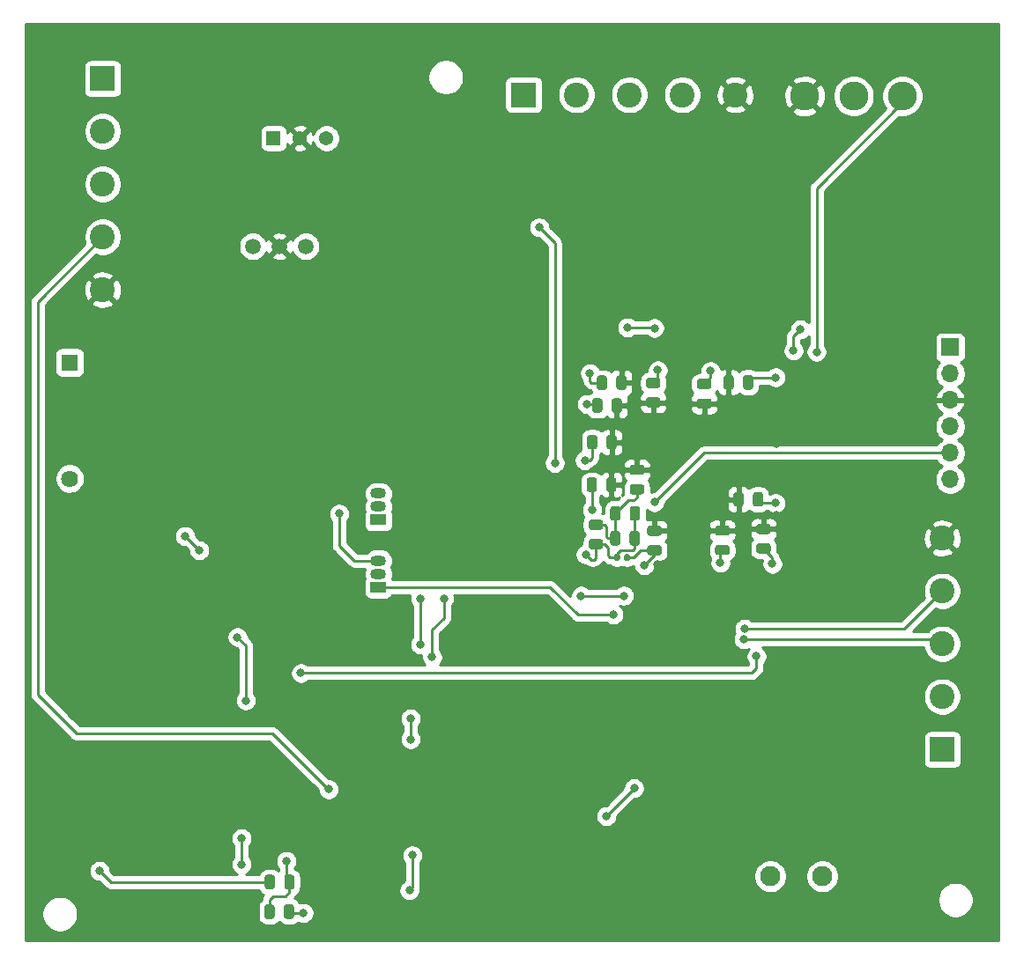
<source format=gbr>
%TF.GenerationSoftware,KiCad,Pcbnew,(5.1.10-1-10_14)*%
%TF.CreationDate,2021-10-15T10:29:32-04:00*%
%TF.ProjectId,main_controller,6d61696e-5f63-46f6-9e74-726f6c6c6572,rev?*%
%TF.SameCoordinates,Original*%
%TF.FileFunction,Copper,L2,Bot*%
%TF.FilePolarity,Positive*%
%FSLAX46Y46*%
G04 Gerber Fmt 4.6, Leading zero omitted, Abs format (unit mm)*
G04 Created by KiCad (PCBNEW (5.1.10-1-10_14)) date 2021-10-15 10:29:32*
%MOMM*%
%LPD*%
G01*
G04 APERTURE LIST*
%TA.AperFunction,ComponentPad*%
%ADD10R,1.500000X1.050000*%
%TD*%
%TA.AperFunction,ComponentPad*%
%ADD11O,1.500000X1.050000*%
%TD*%
%TA.AperFunction,ComponentPad*%
%ADD12C,1.950000*%
%TD*%
%TA.AperFunction,ComponentPad*%
%ADD13C,2.400000*%
%TD*%
%TA.AperFunction,ComponentPad*%
%ADD14R,2.400000X2.400000*%
%TD*%
%TA.AperFunction,ComponentPad*%
%ADD15R,1.700000X1.700000*%
%TD*%
%TA.AperFunction,ComponentPad*%
%ADD16O,1.700000X1.700000*%
%TD*%
%TA.AperFunction,ComponentPad*%
%ADD17R,1.625600X1.625600*%
%TD*%
%TA.AperFunction,ComponentPad*%
%ADD18C,1.625600*%
%TD*%
%TA.AperFunction,ComponentPad*%
%ADD19C,1.498600*%
%TD*%
%TA.AperFunction,ComponentPad*%
%ADD20C,2.781000*%
%TD*%
%TA.AperFunction,ComponentPad*%
%ADD21R,1.371600X1.371600*%
%TD*%
%TA.AperFunction,ComponentPad*%
%ADD22C,1.371600*%
%TD*%
%TA.AperFunction,ViaPad*%
%ADD23C,0.800000*%
%TD*%
%TA.AperFunction,Conductor*%
%ADD24C,0.250000*%
%TD*%
%TA.AperFunction,Conductor*%
%ADD25C,0.254000*%
%TD*%
%TA.AperFunction,Conductor*%
%ADD26C,0.100000*%
%TD*%
G04 APERTURE END LIST*
%TO.P,L1,1*%
%TO.N,3V3*%
%TA.AperFunction,SMDPad,CuDef*%
G36*
G01*
X160705000Y-78702500D02*
X160705000Y-79047500D01*
G75*
G02*
X160557500Y-79195000I-147500J0D01*
G01*
X160262500Y-79195000D01*
G75*
G02*
X160115000Y-79047500I0J147500D01*
G01*
X160115000Y-78702500D01*
G75*
G02*
X160262500Y-78555000I147500J0D01*
G01*
X160557500Y-78555000D01*
G75*
G02*
X160705000Y-78702500I0J-147500D01*
G01*
G37*
%TD.AperFunction*%
%TO.P,L1,2*%
%TO.N,+3.3VA*%
%TA.AperFunction,SMDPad,CuDef*%
G36*
G01*
X159735000Y-78702500D02*
X159735000Y-79047500D01*
G75*
G02*
X159587500Y-79195000I-147500J0D01*
G01*
X159292500Y-79195000D01*
G75*
G02*
X159145000Y-79047500I0J147500D01*
G01*
X159145000Y-78702500D01*
G75*
G02*
X159292500Y-78555000I147500J0D01*
G01*
X159587500Y-78555000D01*
G75*
G02*
X159735000Y-78702500I0J-147500D01*
G01*
G37*
%TD.AperFunction*%
%TD*%
D10*
%TO.P,Q3,1*%
%TO.N,Net-(Q3-Pad1)*%
X136525000Y-75250000D03*
D11*
%TO.P,Q3,3*%
%TO.N,/WiFi + MCU/GPIO0*%
X136525000Y-72710000D03*
%TO.P,Q3,2*%
%TO.N,Net-(Q3-Pad2)*%
X136525000Y-73980000D03*
%TD*%
%TO.P,R17,2*%
%TO.N,3V3*%
%TA.AperFunction,SMDPad,CuDef*%
G36*
G01*
X127450000Y-113381250D02*
X127450000Y-112468750D01*
G75*
G02*
X127693750Y-112225000I243750J0D01*
G01*
X128181250Y-112225000D01*
G75*
G02*
X128425000Y-112468750I0J-243750D01*
G01*
X128425000Y-113381250D01*
G75*
G02*
X128181250Y-113625000I-243750J0D01*
G01*
X127693750Y-113625000D01*
G75*
G02*
X127450000Y-113381250I0J243750D01*
G01*
G37*
%TD.AperFunction*%
%TO.P,R17,1*%
%TO.N,/WiFi + MCU/GPIO0*%
%TA.AperFunction,SMDPad,CuDef*%
G36*
G01*
X125575000Y-113381250D02*
X125575000Y-112468750D01*
G75*
G02*
X125818750Y-112225000I243750J0D01*
G01*
X126306250Y-112225000D01*
G75*
G02*
X126550000Y-112468750I0J-243750D01*
G01*
X126550000Y-113381250D01*
G75*
G02*
X126306250Y-113625000I-243750J0D01*
G01*
X125818750Y-113625000D01*
G75*
G02*
X125575000Y-113381250I0J243750D01*
G01*
G37*
%TD.AperFunction*%
%TD*%
%TO.P,R10,2*%
%TO.N,Net-(R10-Pad2)*%
%TA.AperFunction,SMDPad,CuDef*%
G36*
G01*
X126587500Y-109618750D02*
X126587500Y-110531250D01*
G75*
G02*
X126343750Y-110775000I-243750J0D01*
G01*
X125856250Y-110775000D01*
G75*
G02*
X125612500Y-110531250I0J243750D01*
G01*
X125612500Y-109618750D01*
G75*
G02*
X125856250Y-109375000I243750J0D01*
G01*
X126343750Y-109375000D01*
G75*
G02*
X126587500Y-109618750I0J-243750D01*
G01*
G37*
%TD.AperFunction*%
%TO.P,R10,1*%
%TO.N,/WiFi + MCU/GPIO0*%
%TA.AperFunction,SMDPad,CuDef*%
G36*
G01*
X128462500Y-109618750D02*
X128462500Y-110531250D01*
G75*
G02*
X128218750Y-110775000I-243750J0D01*
G01*
X127731250Y-110775000D01*
G75*
G02*
X127487500Y-110531250I0J243750D01*
G01*
X127487500Y-109618750D01*
G75*
G02*
X127731250Y-109375000I243750J0D01*
G01*
X128218750Y-109375000D01*
G75*
G02*
X128462500Y-109618750I0J-243750D01*
G01*
G37*
%TD.AperFunction*%
%TD*%
D10*
%TO.P,Q2,1*%
%TO.N,WIFI_nRST*%
X136525000Y-81725000D03*
D11*
%TO.P,Q2,3*%
%TO.N,Net-(Q2-Pad3)*%
X136525000Y-79185000D03*
%TO.P,Q2,2*%
%TO.N,Net-(Q2-Pad2)*%
X136525000Y-80455000D03*
%TD*%
D12*
%TO.P,J5,2*%
%TO.N,ADC123_IN3*%
X174175000Y-109525000D03*
%TO.P,J5,1*%
%TO.N,DAC_OUT1*%
X179175000Y-109525000D03*
%TD*%
D13*
%TO.P,J4,5*%
%TO.N,GND*%
X170800000Y-34375000D03*
%TO.P,J4,4*%
%TO.N,TIM3_CH1*%
X165720000Y-34375000D03*
%TO.P,J4,3*%
%TO.N,TIM3_CH2*%
X160640000Y-34375000D03*
%TO.P,J4,2*%
%TO.N,TIM2_CH1*%
X155560000Y-34375000D03*
D14*
%TO.P,J4,1*%
%TO.N,TIM2_CH2*%
X150480000Y-34375000D03*
%TD*%
D13*
%TO.P,J2,5*%
%TO.N,GND*%
X110025000Y-53120000D03*
%TO.P,J2,4*%
%TO.N,3V3*%
X110025000Y-48040000D03*
%TO.P,J2,3*%
%TO.N,5V*%
X110025000Y-42960000D03*
%TO.P,J2,2*%
%TO.N,7.5V_IN*%
X110025000Y-37880000D03*
D14*
%TO.P,J2,1*%
%TO.N,12V*%
X110025000Y-32800000D03*
%TD*%
D13*
%TO.P,J1,5*%
%TO.N,GND*%
X190700000Y-77005000D03*
%TO.P,J1,4*%
%TO.N,UART5_TX*%
X190700000Y-82085000D03*
%TO.P,J1,3*%
%TO.N,UART5_RX*%
X190700000Y-87165000D03*
%TO.P,J1,2*%
%TO.N,USART3_RX*%
X190700000Y-92245000D03*
D14*
%TO.P,J1,1*%
%TO.N,USART3_TX*%
X190700000Y-97325000D03*
%TD*%
%TO.P,C15,2*%
%TO.N,/AGND*%
%TA.AperFunction,SMDPad,CuDef*%
G36*
G01*
X159775000Y-74168750D02*
X159775000Y-75081250D01*
G75*
G02*
X159531250Y-75325000I-243750J0D01*
G01*
X159043750Y-75325000D01*
G75*
G02*
X158800000Y-75081250I0J243750D01*
G01*
X158800000Y-74168750D01*
G75*
G02*
X159043750Y-73925000I243750J0D01*
G01*
X159531250Y-73925000D01*
G75*
G02*
X159775000Y-74168750I0J-243750D01*
G01*
G37*
%TD.AperFunction*%
%TO.P,C15,1*%
%TO.N,+3.3VA*%
%TA.AperFunction,SMDPad,CuDef*%
G36*
G01*
X161650000Y-74168750D02*
X161650000Y-75081250D01*
G75*
G02*
X161406250Y-75325000I-243750J0D01*
G01*
X160918750Y-75325000D01*
G75*
G02*
X160675000Y-75081250I0J243750D01*
G01*
X160675000Y-74168750D01*
G75*
G02*
X160918750Y-73925000I243750J0D01*
G01*
X161406250Y-73925000D01*
G75*
G02*
X161650000Y-74168750I0J-243750D01*
G01*
G37*
%TD.AperFunction*%
%TD*%
%TO.P,C14,2*%
%TO.N,/AGND*%
%TA.AperFunction,SMDPad,CuDef*%
G36*
G01*
X159762500Y-76568750D02*
X159762500Y-77481250D01*
G75*
G02*
X159518750Y-77725000I-243750J0D01*
G01*
X159031250Y-77725000D01*
G75*
G02*
X158787500Y-77481250I0J243750D01*
G01*
X158787500Y-76568750D01*
G75*
G02*
X159031250Y-76325000I243750J0D01*
G01*
X159518750Y-76325000D01*
G75*
G02*
X159762500Y-76568750I0J-243750D01*
G01*
G37*
%TD.AperFunction*%
%TO.P,C14,1*%
%TO.N,+3.3VA*%
%TA.AperFunction,SMDPad,CuDef*%
G36*
G01*
X161637500Y-76568750D02*
X161637500Y-77481250D01*
G75*
G02*
X161393750Y-77725000I-243750J0D01*
G01*
X160906250Y-77725000D01*
G75*
G02*
X160662500Y-77481250I0J243750D01*
G01*
X160662500Y-76568750D01*
G75*
G02*
X160906250Y-76325000I243750J0D01*
G01*
X161393750Y-76325000D01*
G75*
G02*
X161637500Y-76568750I0J-243750D01*
G01*
G37*
%TD.AperFunction*%
%TD*%
%TO.P,C13,2*%
%TO.N,GND*%
%TA.AperFunction,SMDPad,CuDef*%
G36*
G01*
X173981250Y-76612500D02*
X173068750Y-76612500D01*
G75*
G02*
X172825000Y-76368750I0J243750D01*
G01*
X172825000Y-75881250D01*
G75*
G02*
X173068750Y-75637500I243750J0D01*
G01*
X173981250Y-75637500D01*
G75*
G02*
X174225000Y-75881250I0J-243750D01*
G01*
X174225000Y-76368750D01*
G75*
G02*
X173981250Y-76612500I-243750J0D01*
G01*
G37*
%TD.AperFunction*%
%TO.P,C13,1*%
%TO.N,3V3*%
%TA.AperFunction,SMDPad,CuDef*%
G36*
G01*
X173981250Y-78487500D02*
X173068750Y-78487500D01*
G75*
G02*
X172825000Y-78243750I0J243750D01*
G01*
X172825000Y-77756250D01*
G75*
G02*
X173068750Y-77512500I243750J0D01*
G01*
X173981250Y-77512500D01*
G75*
G02*
X174225000Y-77756250I0J-243750D01*
G01*
X174225000Y-78243750D01*
G75*
G02*
X173981250Y-78487500I-243750J0D01*
G01*
G37*
%TD.AperFunction*%
%TD*%
%TO.P,C12,2*%
%TO.N,GND*%
%TA.AperFunction,SMDPad,CuDef*%
G36*
G01*
X159387500Y-62506250D02*
X159387500Y-61593750D01*
G75*
G02*
X159631250Y-61350000I243750J0D01*
G01*
X160118750Y-61350000D01*
G75*
G02*
X160362500Y-61593750I0J-243750D01*
G01*
X160362500Y-62506250D01*
G75*
G02*
X160118750Y-62750000I-243750J0D01*
G01*
X159631250Y-62750000D01*
G75*
G02*
X159387500Y-62506250I0J243750D01*
G01*
G37*
%TD.AperFunction*%
%TO.P,C12,1*%
%TO.N,3V3*%
%TA.AperFunction,SMDPad,CuDef*%
G36*
G01*
X157512500Y-62506250D02*
X157512500Y-61593750D01*
G75*
G02*
X157756250Y-61350000I243750J0D01*
G01*
X158243750Y-61350000D01*
G75*
G02*
X158487500Y-61593750I0J-243750D01*
G01*
X158487500Y-62506250D01*
G75*
G02*
X158243750Y-62750000I-243750J0D01*
G01*
X157756250Y-62750000D01*
G75*
G02*
X157512500Y-62506250I0J243750D01*
G01*
G37*
%TD.AperFunction*%
%TD*%
%TO.P,C11,2*%
%TO.N,GND*%
%TA.AperFunction,SMDPad,CuDef*%
G36*
G01*
X158412500Y-72331250D02*
X158412500Y-71418750D01*
G75*
G02*
X158656250Y-71175000I243750J0D01*
G01*
X159143750Y-71175000D01*
G75*
G02*
X159387500Y-71418750I0J-243750D01*
G01*
X159387500Y-72331250D01*
G75*
G02*
X159143750Y-72575000I-243750J0D01*
G01*
X158656250Y-72575000D01*
G75*
G02*
X158412500Y-72331250I0J243750D01*
G01*
G37*
%TD.AperFunction*%
%TO.P,C11,1*%
%TO.N,3V3*%
%TA.AperFunction,SMDPad,CuDef*%
G36*
G01*
X156537500Y-72331250D02*
X156537500Y-71418750D01*
G75*
G02*
X156781250Y-71175000I243750J0D01*
G01*
X157268750Y-71175000D01*
G75*
G02*
X157512500Y-71418750I0J-243750D01*
G01*
X157512500Y-72331250D01*
G75*
G02*
X157268750Y-72575000I-243750J0D01*
G01*
X156781250Y-72575000D01*
G75*
G02*
X156537500Y-72331250I0J243750D01*
G01*
G37*
%TD.AperFunction*%
%TD*%
%TO.P,C10,2*%
%TO.N,GND*%
%TA.AperFunction,SMDPad,CuDef*%
G36*
G01*
X167368750Y-63575000D02*
X168281250Y-63575000D01*
G75*
G02*
X168525000Y-63818750I0J-243750D01*
G01*
X168525000Y-64306250D01*
G75*
G02*
X168281250Y-64550000I-243750J0D01*
G01*
X167368750Y-64550000D01*
G75*
G02*
X167125000Y-64306250I0J243750D01*
G01*
X167125000Y-63818750D01*
G75*
G02*
X167368750Y-63575000I243750J0D01*
G01*
G37*
%TD.AperFunction*%
%TO.P,C10,1*%
%TO.N,3V3*%
%TA.AperFunction,SMDPad,CuDef*%
G36*
G01*
X167368750Y-61700000D02*
X168281250Y-61700000D01*
G75*
G02*
X168525000Y-61943750I0J-243750D01*
G01*
X168525000Y-62431250D01*
G75*
G02*
X168281250Y-62675000I-243750J0D01*
G01*
X167368750Y-62675000D01*
G75*
G02*
X167125000Y-62431250I0J243750D01*
G01*
X167125000Y-61943750D01*
G75*
G02*
X167368750Y-61700000I243750J0D01*
G01*
G37*
%TD.AperFunction*%
%TD*%
%TO.P,C9,2*%
%TO.N,GND*%
%TA.AperFunction,SMDPad,CuDef*%
G36*
G01*
X170662500Y-61568750D02*
X170662500Y-62481250D01*
G75*
G02*
X170418750Y-62725000I-243750J0D01*
G01*
X169931250Y-62725000D01*
G75*
G02*
X169687500Y-62481250I0J243750D01*
G01*
X169687500Y-61568750D01*
G75*
G02*
X169931250Y-61325000I243750J0D01*
G01*
X170418750Y-61325000D01*
G75*
G02*
X170662500Y-61568750I0J-243750D01*
G01*
G37*
%TD.AperFunction*%
%TO.P,C9,1*%
%TO.N,3V3*%
%TA.AperFunction,SMDPad,CuDef*%
G36*
G01*
X172537500Y-61568750D02*
X172537500Y-62481250D01*
G75*
G02*
X172293750Y-62725000I-243750J0D01*
G01*
X171806250Y-62725000D01*
G75*
G02*
X171562500Y-62481250I0J243750D01*
G01*
X171562500Y-61568750D01*
G75*
G02*
X171806250Y-61325000I243750J0D01*
G01*
X172293750Y-61325000D01*
G75*
G02*
X172537500Y-61568750I0J-243750D01*
G01*
G37*
%TD.AperFunction*%
%TD*%
%TO.P,C8,2*%
%TO.N,GND*%
%TA.AperFunction,SMDPad,CuDef*%
G36*
G01*
X171612500Y-72818750D02*
X171612500Y-73731250D01*
G75*
G02*
X171368750Y-73975000I-243750J0D01*
G01*
X170881250Y-73975000D01*
G75*
G02*
X170637500Y-73731250I0J243750D01*
G01*
X170637500Y-72818750D01*
G75*
G02*
X170881250Y-72575000I243750J0D01*
G01*
X171368750Y-72575000D01*
G75*
G02*
X171612500Y-72818750I0J-243750D01*
G01*
G37*
%TD.AperFunction*%
%TO.P,C8,1*%
%TO.N,3V3*%
%TA.AperFunction,SMDPad,CuDef*%
G36*
G01*
X173487500Y-72818750D02*
X173487500Y-73731250D01*
G75*
G02*
X173243750Y-73975000I-243750J0D01*
G01*
X172756250Y-73975000D01*
G75*
G02*
X172512500Y-73731250I0J243750D01*
G01*
X172512500Y-72818750D01*
G75*
G02*
X172756250Y-72575000I243750J0D01*
G01*
X173243750Y-72575000D01*
G75*
G02*
X173487500Y-72818750I0J-243750D01*
G01*
G37*
%TD.AperFunction*%
%TD*%
%TO.P,C6,2*%
%TO.N,GND*%
%TA.AperFunction,SMDPad,CuDef*%
G36*
G01*
X158950000Y-64706250D02*
X158950000Y-63793750D01*
G75*
G02*
X159193750Y-63550000I243750J0D01*
G01*
X159681250Y-63550000D01*
G75*
G02*
X159925000Y-63793750I0J-243750D01*
G01*
X159925000Y-64706250D01*
G75*
G02*
X159681250Y-64950000I-243750J0D01*
G01*
X159193750Y-64950000D01*
G75*
G02*
X158950000Y-64706250I0J243750D01*
G01*
G37*
%TD.AperFunction*%
%TO.P,C6,1*%
%TO.N,3V3*%
%TA.AperFunction,SMDPad,CuDef*%
G36*
G01*
X157075000Y-64706250D02*
X157075000Y-63793750D01*
G75*
G02*
X157318750Y-63550000I243750J0D01*
G01*
X157806250Y-63550000D01*
G75*
G02*
X158050000Y-63793750I0J-243750D01*
G01*
X158050000Y-64706250D01*
G75*
G02*
X157806250Y-64950000I-243750J0D01*
G01*
X157318750Y-64950000D01*
G75*
G02*
X157075000Y-64706250I0J243750D01*
G01*
G37*
%TD.AperFunction*%
%TD*%
%TO.P,C5,2*%
%TO.N,/AGND*%
%TA.AperFunction,SMDPad,CuDef*%
G36*
G01*
X157881250Y-76200000D02*
X156968750Y-76200000D01*
G75*
G02*
X156725000Y-75956250I0J243750D01*
G01*
X156725000Y-75468750D01*
G75*
G02*
X156968750Y-75225000I243750J0D01*
G01*
X157881250Y-75225000D01*
G75*
G02*
X158125000Y-75468750I0J-243750D01*
G01*
X158125000Y-75956250D01*
G75*
G02*
X157881250Y-76200000I-243750J0D01*
G01*
G37*
%TD.AperFunction*%
%TO.P,C5,1*%
%TO.N,+3.3VA*%
%TA.AperFunction,SMDPad,CuDef*%
G36*
G01*
X157881250Y-78075000D02*
X156968750Y-78075000D01*
G75*
G02*
X156725000Y-77831250I0J243750D01*
G01*
X156725000Y-77343750D01*
G75*
G02*
X156968750Y-77100000I243750J0D01*
G01*
X157881250Y-77100000D01*
G75*
G02*
X158125000Y-77343750I0J-243750D01*
G01*
X158125000Y-77831250D01*
G75*
G02*
X157881250Y-78075000I-243750J0D01*
G01*
G37*
%TD.AperFunction*%
%TD*%
%TO.P,C4,2*%
%TO.N,GND*%
%TA.AperFunction,SMDPad,CuDef*%
G36*
G01*
X163506250Y-76787500D02*
X162593750Y-76787500D01*
G75*
G02*
X162350000Y-76543750I0J243750D01*
G01*
X162350000Y-76056250D01*
G75*
G02*
X162593750Y-75812500I243750J0D01*
G01*
X163506250Y-75812500D01*
G75*
G02*
X163750000Y-76056250I0J-243750D01*
G01*
X163750000Y-76543750D01*
G75*
G02*
X163506250Y-76787500I-243750J0D01*
G01*
G37*
%TD.AperFunction*%
%TO.P,C4,1*%
%TO.N,3V3*%
%TA.AperFunction,SMDPad,CuDef*%
G36*
G01*
X163506250Y-78662500D02*
X162593750Y-78662500D01*
G75*
G02*
X162350000Y-78418750I0J243750D01*
G01*
X162350000Y-77931250D01*
G75*
G02*
X162593750Y-77687500I243750J0D01*
G01*
X163506250Y-77687500D01*
G75*
G02*
X163750000Y-77931250I0J-243750D01*
G01*
X163750000Y-78418750D01*
G75*
G02*
X163506250Y-78662500I-243750J0D01*
G01*
G37*
%TD.AperFunction*%
%TD*%
%TO.P,C3,2*%
%TO.N,GND*%
%TA.AperFunction,SMDPad,CuDef*%
G36*
G01*
X170031250Y-76762500D02*
X169118750Y-76762500D01*
G75*
G02*
X168875000Y-76518750I0J243750D01*
G01*
X168875000Y-76031250D01*
G75*
G02*
X169118750Y-75787500I243750J0D01*
G01*
X170031250Y-75787500D01*
G75*
G02*
X170275000Y-76031250I0J-243750D01*
G01*
X170275000Y-76518750D01*
G75*
G02*
X170031250Y-76762500I-243750J0D01*
G01*
G37*
%TD.AperFunction*%
%TO.P,C3,1*%
%TO.N,3V3*%
%TA.AperFunction,SMDPad,CuDef*%
G36*
G01*
X170031250Y-78637500D02*
X169118750Y-78637500D01*
G75*
G02*
X168875000Y-78393750I0J243750D01*
G01*
X168875000Y-77906250D01*
G75*
G02*
X169118750Y-77662500I243750J0D01*
G01*
X170031250Y-77662500D01*
G75*
G02*
X170275000Y-77906250I0J-243750D01*
G01*
X170275000Y-78393750D01*
G75*
G02*
X170031250Y-78637500I-243750J0D01*
G01*
G37*
%TD.AperFunction*%
%TD*%
%TO.P,C2,2*%
%TO.N,GND*%
%TA.AperFunction,SMDPad,CuDef*%
G36*
G01*
X162468750Y-63475000D02*
X163381250Y-63475000D01*
G75*
G02*
X163625000Y-63718750I0J-243750D01*
G01*
X163625000Y-64206250D01*
G75*
G02*
X163381250Y-64450000I-243750J0D01*
G01*
X162468750Y-64450000D01*
G75*
G02*
X162225000Y-64206250I0J243750D01*
G01*
X162225000Y-63718750D01*
G75*
G02*
X162468750Y-63475000I243750J0D01*
G01*
G37*
%TD.AperFunction*%
%TO.P,C2,1*%
%TO.N,3V3*%
%TA.AperFunction,SMDPad,CuDef*%
G36*
G01*
X162468750Y-61600000D02*
X163381250Y-61600000D01*
G75*
G02*
X163625000Y-61843750I0J-243750D01*
G01*
X163625000Y-62331250D01*
G75*
G02*
X163381250Y-62575000I-243750J0D01*
G01*
X162468750Y-62575000D01*
G75*
G02*
X162225000Y-62331250I0J243750D01*
G01*
X162225000Y-61843750D01*
G75*
G02*
X162468750Y-61600000I243750J0D01*
G01*
G37*
%TD.AperFunction*%
%TD*%
%TO.P,C1,2*%
%TO.N,GND*%
%TA.AperFunction,SMDPad,CuDef*%
G36*
G01*
X158450000Y-68231250D02*
X158450000Y-67318750D01*
G75*
G02*
X158693750Y-67075000I243750J0D01*
G01*
X159181250Y-67075000D01*
G75*
G02*
X159425000Y-67318750I0J-243750D01*
G01*
X159425000Y-68231250D01*
G75*
G02*
X159181250Y-68475000I-243750J0D01*
G01*
X158693750Y-68475000D01*
G75*
G02*
X158450000Y-68231250I0J243750D01*
G01*
G37*
%TD.AperFunction*%
%TO.P,C1,1*%
%TO.N,3V3*%
%TA.AperFunction,SMDPad,CuDef*%
G36*
G01*
X156575000Y-68231250D02*
X156575000Y-67318750D01*
G75*
G02*
X156818750Y-67075000I243750J0D01*
G01*
X157306250Y-67075000D01*
G75*
G02*
X157550000Y-67318750I0J-243750D01*
G01*
X157550000Y-68231250D01*
G75*
G02*
X157306250Y-68475000I-243750J0D01*
G01*
X156818750Y-68475000D01*
G75*
G02*
X156575000Y-68231250I0J243750D01*
G01*
G37*
%TD.AperFunction*%
%TD*%
D15*
%TO.P,SWD1,1*%
%TO.N,3V3*%
X191450000Y-58650000D03*
D16*
%TO.P,SWD1,2*%
%TO.N,SWCLK*%
X191450000Y-61190000D03*
%TO.P,SWD1,3*%
%TO.N,GND*%
X191450000Y-63730000D03*
%TO.P,SWD1,4*%
%TO.N,Net-(R3-Pad1)*%
X191450000Y-66270000D03*
%TO.P,SWD1,5*%
%TO.N,NRST*%
X191450000Y-68810000D03*
%TO.P,SWD1,6*%
%TO.N,Net-(SWD1-Pad6)*%
X191450000Y-71350000D03*
%TD*%
%TO.P,R22,1*%
%TO.N,/AGND*%
%TA.AperFunction,SMDPad,CuDef*%
G36*
G01*
X161831250Y-72800000D02*
X160918750Y-72800000D01*
G75*
G02*
X160675000Y-72556250I0J243750D01*
G01*
X160675000Y-72068750D01*
G75*
G02*
X160918750Y-71825000I243750J0D01*
G01*
X161831250Y-71825000D01*
G75*
G02*
X162075000Y-72068750I0J-243750D01*
G01*
X162075000Y-72556250D01*
G75*
G02*
X161831250Y-72800000I-243750J0D01*
G01*
G37*
%TD.AperFunction*%
%TO.P,R22,2*%
%TO.N,GND*%
%TA.AperFunction,SMDPad,CuDef*%
G36*
G01*
X161831250Y-70925000D02*
X160918750Y-70925000D01*
G75*
G02*
X160675000Y-70681250I0J243750D01*
G01*
X160675000Y-70193750D01*
G75*
G02*
X160918750Y-69950000I243750J0D01*
G01*
X161831250Y-69950000D01*
G75*
G02*
X162075000Y-70193750I0J-243750D01*
G01*
X162075000Y-70681250D01*
G75*
G02*
X161831250Y-70925000I-243750J0D01*
G01*
G37*
%TD.AperFunction*%
%TD*%
D17*
%TO.P,D3,1*%
%TO.N,5V*%
X106875000Y-60100000D03*
D18*
%TO.P,D3,2*%
%TO.N,Net-(D3-Pad2)*%
X106875000Y-71276000D03*
%TD*%
D19*
%TO.P,J3,1*%
%TO.N,5V*%
X129550000Y-48950000D03*
%TO.P,J3,2*%
%TO.N,GND*%
X127010000Y-48950000D03*
%TO.P,J3,3*%
%TO.N,3V3*%
X124470000Y-48950000D03*
%TD*%
D20*
%TO.P,SW1,1*%
%TO.N,3V3*%
X186875000Y-34500000D03*
%TO.P,SW1,2*%
%TO.N,Net-(R1-Pad1)*%
X182176000Y-34500000D03*
%TO.P,SW1,3*%
%TO.N,GND*%
X177477000Y-34500000D03*
%TD*%
D21*
%TO.P,U4,1*%
%TO.N,7.5V*%
X126460000Y-38550000D03*
D22*
%TO.P,U4,2*%
%TO.N,GND*%
X129000000Y-38550000D03*
%TO.P,U4,3*%
%TO.N,5V*%
X131540000Y-38550000D03*
%TD*%
D23*
%TO.N,GND*%
X163875000Y-57950000D03*
X168875000Y-58000000D03*
X153275000Y-77400000D03*
X151850000Y-69750000D03*
X167925000Y-79150000D03*
X178500000Y-61450000D03*
X174775000Y-67950000D03*
X174775000Y-74800000D03*
X163300000Y-79500000D03*
X112700000Y-79350000D03*
X118025000Y-82100000D03*
X114800000Y-85425000D03*
X152375000Y-73400000D03*
X119125000Y-93925000D03*
X116925000Y-102025000D03*
X116875000Y-98175000D03*
X111700000Y-98125000D03*
X111750000Y-92775000D03*
X114950000Y-89725000D03*
X157600000Y-85575000D03*
X155725000Y-85575000D03*
%TO.N,+3.3VA*%
X156450000Y-78575000D03*
%TO.N,USB_D-*%
X117950000Y-76800000D03*
X119325000Y-78175000D03*
%TO.N,BOOT0*%
X160450000Y-56750000D03*
X163050000Y-56800000D03*
%TO.N,USART1_TX*%
X172850000Y-88375000D03*
X129074999Y-89974999D03*
%TO.N,UART5_TX*%
X171705816Y-85728269D03*
%TO.N,UART5_RX*%
X171625000Y-86725000D03*
%TO.N,NRST*%
X163050000Y-73550000D03*
%TO.N,ADC3_IN5*%
X153475000Y-69775000D03*
X151975000Y-47125000D03*
%TO.N,/WiFi + MCU/GPIO0*%
X127675000Y-108050000D03*
X140550000Y-87225000D03*
X140550000Y-82800000D03*
%TO.N,Net-(Q2-Pad3)*%
X132750000Y-74650000D03*
%TO.N,Net-(R10-Pad2)*%
X109725000Y-109000000D03*
%TO.N,3V3*%
X163375000Y-60850000D03*
X168433373Y-60942615D03*
X174680063Y-73638110D03*
X174375000Y-79475000D03*
X156850000Y-61150000D03*
X156574980Y-64101045D03*
X156350000Y-69525000D03*
X174700000Y-61550000D03*
X178625000Y-59100000D03*
X157050000Y-74275000D03*
X162071401Y-79610829D03*
X131750000Y-101150000D03*
X129325000Y-113050000D03*
X169375000Y-79375000D03*
X177050000Y-56925000D03*
X176400000Y-58975000D03*
%TO.N,WIFI_nRST*%
X158425000Y-103725000D03*
X161100000Y-101050000D03*
X159100000Y-84350000D03*
%TO.N,WIFI_EN*%
X139775000Y-107500000D03*
X139500000Y-110875000D03*
X141700000Y-88450000D03*
X139625000Y-94350000D03*
X139625000Y-96350000D03*
X142825000Y-82800000D03*
%TO.N,USART1_RX*%
X160100000Y-82550000D03*
X156000000Y-82550000D03*
X123375000Y-108375000D03*
X123375000Y-105875000D03*
X123774999Y-92624999D03*
X122975000Y-86525000D03*
%TD*%
D24*
%TO.N,/AGND*%
X159225000Y-77062500D02*
X159212500Y-77075000D01*
%TO.N,+3.3VA*%
X159327500Y-78987500D02*
X159440000Y-78875000D01*
%TO.N,/AGND*%
X159440000Y-77302500D02*
X159212500Y-77075000D01*
%TO.N,+3.3VA*%
X159440000Y-78875000D02*
X159440000Y-78510000D01*
X159440000Y-78510000D02*
X159800000Y-78150000D01*
X159800000Y-78150000D02*
X161000000Y-78150000D01*
X161150000Y-78000000D02*
X161150000Y-77025000D01*
X161000000Y-78150000D02*
X161150000Y-78000000D01*
X156450000Y-78575000D02*
X156950000Y-79075000D01*
X156950000Y-79075000D02*
X157250000Y-79075000D01*
X157425000Y-78900000D02*
X157425000Y-77587500D01*
X157250000Y-79075000D02*
X157425000Y-78900000D01*
X157425000Y-77587500D02*
X158262500Y-77587500D01*
X158262500Y-77587500D02*
X158575000Y-77900000D01*
X158575000Y-77900000D02*
X158575000Y-78675000D01*
X158775000Y-78875000D02*
X159440000Y-78875000D01*
X158575000Y-78675000D02*
X158775000Y-78875000D01*
X161162500Y-77012500D02*
X161150000Y-77025000D01*
X161162500Y-74625000D02*
X161162500Y-77012500D01*
%TO.N,USB_D-*%
X117950000Y-76800000D02*
X119325000Y-78175000D01*
%TO.N,BOOT0*%
X160450000Y-56750000D02*
X163050000Y-56750000D01*
X163050000Y-56750000D02*
X163050000Y-56800000D01*
%TO.N,USART1_TX*%
X172850000Y-89525000D02*
X172400001Y-89974999D01*
X172400001Y-89974999D02*
X129074999Y-89974999D01*
X172850000Y-88375000D02*
X172850000Y-89525000D01*
%TO.N,NRST*%
X191415000Y-68775000D02*
X191450000Y-68810000D01*
X173975000Y-68775000D02*
X191415000Y-68775000D01*
X167825000Y-68775000D02*
X163050000Y-73550000D01*
X173975000Y-68775000D02*
X167825000Y-68775000D01*
%TO.N,/WiFi + MCU/GPIO0*%
X136650000Y-72900000D02*
X136525000Y-72775000D01*
X136525000Y-72775000D02*
X136525000Y-72710000D01*
%TO.N,UART5_TX*%
X187056731Y-85728269D02*
X190700000Y-82085000D01*
X171705816Y-85728269D02*
X187056731Y-85728269D01*
%TO.N,UART5_RX*%
X190260000Y-86725000D02*
X190700000Y-87165000D01*
X171625000Y-86725000D02*
X190260000Y-86725000D01*
%TO.N,ADC3_IN5*%
X153475000Y-69775000D02*
X153475000Y-48625000D01*
X153475000Y-48625000D02*
X151975000Y-47125000D01*
%TO.N,/WiFi + MCU/GPIO0*%
X127675000Y-109775000D02*
X127975000Y-110075000D01*
X127675000Y-108050000D02*
X127675000Y-109775000D01*
X126062500Y-112925000D02*
X126062500Y-111762500D01*
X126062500Y-111762500D02*
X126400000Y-111425000D01*
X126400000Y-111425000D02*
X127575000Y-111425000D01*
X127975000Y-111025000D02*
X127975000Y-110075000D01*
X127575000Y-111425000D02*
X127975000Y-111025000D01*
X140550000Y-87225000D02*
X140550000Y-85300000D01*
X140550000Y-85300000D02*
X140550000Y-82800000D01*
%TO.N,Net-(Q2-Pad3)*%
X132750000Y-77725000D02*
X134210000Y-79185000D01*
X134210000Y-79185000D02*
X136525000Y-79185000D01*
X132750000Y-74650000D02*
X132750000Y-77725000D01*
%TO.N,Net-(R10-Pad2)*%
X126100000Y-110075000D02*
X125450000Y-110075000D01*
X126100000Y-110075000D02*
X110800000Y-110075000D01*
X110800000Y-110075000D02*
X109725000Y-109000000D01*
%TO.N,3V3*%
X163375000Y-61637500D02*
X162925000Y-62087500D01*
X163375000Y-60850000D02*
X163375000Y-61637500D01*
X168433373Y-61579127D02*
X167825000Y-62187500D01*
X168433373Y-60942615D02*
X168433373Y-61579127D01*
X173363110Y-73638110D02*
X173000000Y-73275000D01*
X174680063Y-73638110D02*
X173363110Y-73638110D01*
X174375000Y-78875000D02*
X173650000Y-78150000D01*
X174375000Y-79475000D02*
X174375000Y-78875000D01*
X169350000Y-78375000D02*
X169575000Y-78150000D01*
X156850000Y-61150000D02*
X156850000Y-61900000D01*
X157000000Y-62050000D02*
X158000000Y-62050000D01*
X156850000Y-61900000D02*
X157000000Y-62050000D01*
X157413545Y-64101045D02*
X157562500Y-64250000D01*
X156574980Y-64101045D02*
X157413545Y-64101045D01*
X156350000Y-69525000D02*
X156800000Y-69525000D01*
X157062500Y-69262500D02*
X157062500Y-67775000D01*
X156800000Y-69525000D02*
X157062500Y-69262500D01*
X172525000Y-61550000D02*
X172050000Y-62025000D01*
X174700000Y-61550000D02*
X172525000Y-61550000D01*
X178625000Y-59100000D02*
X178625000Y-43350000D01*
X186875000Y-35100000D02*
X186875000Y-34500000D01*
X178625000Y-43350000D02*
X186875000Y-35100000D01*
X156675275Y-72224725D02*
X157025000Y-71875000D01*
X157050000Y-71900000D02*
X157025000Y-71875000D01*
X157050000Y-74275000D02*
X157050000Y-71900000D01*
X107525000Y-95800000D02*
X126275000Y-95800000D01*
X126350000Y-95800000D02*
X131600000Y-101050000D01*
X126275000Y-95800000D02*
X126350000Y-95800000D01*
X128062500Y-113050000D02*
X127937500Y-112925000D01*
X129325000Y-113050000D02*
X128062500Y-113050000D01*
X169375000Y-78350000D02*
X169575000Y-78150000D01*
X169375000Y-79375000D02*
X169375000Y-78350000D01*
X163050000Y-78632230D02*
X162071401Y-79610829D01*
X163050000Y-78175000D02*
X163050000Y-78632230D01*
X160410000Y-78875000D02*
X161050000Y-78875000D01*
X161750000Y-78175000D02*
X163050000Y-78175000D01*
X161050000Y-78875000D02*
X161750000Y-78175000D01*
X103775000Y-92050000D02*
X104050000Y-92325000D01*
X110025000Y-48040000D02*
X103775000Y-54290000D01*
X104050000Y-92325000D02*
X107525000Y-95800000D01*
X103775000Y-54290000D02*
X103775000Y-92050000D01*
X103925000Y-92200000D02*
X104050000Y-92325000D01*
X177050000Y-56925000D02*
X176400000Y-57575000D01*
X176400000Y-57575000D02*
X176400000Y-58975000D01*
%TO.N,WIFI_nRST*%
X158425000Y-103725000D02*
X161100000Y-101050000D01*
X136525000Y-81725000D02*
X150950000Y-81725000D01*
X150950000Y-81725000D02*
X153025000Y-81725000D01*
X153025000Y-81725000D02*
X155675000Y-84375000D01*
X155700000Y-84350000D02*
X159100000Y-84350000D01*
X155675000Y-84375000D02*
X155700000Y-84350000D01*
%TO.N,WIFI_EN*%
X139775000Y-110600000D02*
X139500000Y-110875000D01*
X139775000Y-107500000D02*
X139775000Y-110600000D01*
X139625000Y-94350000D02*
X139625000Y-96350000D01*
X142825000Y-82800000D02*
X142825000Y-84700000D01*
X142825000Y-84700000D02*
X141700000Y-85825000D01*
X141700000Y-86050000D02*
X141700000Y-88450000D01*
X141700000Y-85825000D02*
X141700000Y-86050000D01*
%TO.N,USART1_RX*%
X160100000Y-82550000D02*
X156000000Y-82550000D01*
X123375000Y-108375000D02*
X123375000Y-106000000D01*
X123375000Y-106000000D02*
X123375000Y-105875000D01*
X123774999Y-92624999D02*
X123774999Y-87324999D01*
X123774999Y-87324999D02*
X122975000Y-86525000D01*
%TO.N,/AGND*%
X161100000Y-72587500D02*
X161375000Y-72312500D01*
X159187500Y-77112500D02*
X159275000Y-77025000D01*
X159275000Y-74637500D02*
X159287500Y-74625000D01*
X159275000Y-77025000D02*
X159275000Y-74637500D01*
X159287500Y-74625000D02*
X160537500Y-73375000D01*
X160537500Y-73375000D02*
X161075000Y-73375000D01*
X161375000Y-73075000D02*
X161375000Y-72312500D01*
X161075000Y-73375000D02*
X161375000Y-73075000D01*
X157425000Y-75712500D02*
X158237500Y-75712500D01*
X158237500Y-75712500D02*
X158450000Y-75925000D01*
X158450000Y-75925000D02*
X158450000Y-76925000D01*
X158550000Y-77025000D02*
X159275000Y-77025000D01*
X158450000Y-76925000D02*
X158550000Y-77025000D01*
%TD*%
D25*
%TO.N,GND*%
X196140000Y-115715000D02*
X102643000Y-115715000D01*
X102643000Y-112979117D01*
X104190000Y-112979117D01*
X104190000Y-113320883D01*
X104256675Y-113656081D01*
X104387463Y-113971831D01*
X104577337Y-114255998D01*
X104819002Y-114497663D01*
X105103169Y-114687537D01*
X105418919Y-114818325D01*
X105754117Y-114885000D01*
X106095883Y-114885000D01*
X106431081Y-114818325D01*
X106746831Y-114687537D01*
X107030998Y-114497663D01*
X107272663Y-114255998D01*
X107462537Y-113971831D01*
X107593325Y-113656081D01*
X107660000Y-113320883D01*
X107660000Y-112979117D01*
X107593325Y-112643919D01*
X107462537Y-112328169D01*
X107272663Y-112044002D01*
X107030998Y-111802337D01*
X106746831Y-111612463D01*
X106431081Y-111481675D01*
X106095883Y-111415000D01*
X105754117Y-111415000D01*
X105418919Y-111481675D01*
X105103169Y-111612463D01*
X104819002Y-111802337D01*
X104577337Y-112044002D01*
X104387463Y-112328169D01*
X104256675Y-112643919D01*
X104190000Y-112979117D01*
X102643000Y-112979117D01*
X102643000Y-108898061D01*
X108690000Y-108898061D01*
X108690000Y-109101939D01*
X108729774Y-109301898D01*
X108807795Y-109490256D01*
X108921063Y-109659774D01*
X109065226Y-109803937D01*
X109234744Y-109917205D01*
X109423102Y-109995226D01*
X109623061Y-110035000D01*
X109685199Y-110035000D01*
X110236201Y-110586003D01*
X110259999Y-110615001D01*
X110288997Y-110638799D01*
X110375724Y-110709974D01*
X110507753Y-110780546D01*
X110651014Y-110824003D01*
X110800000Y-110838677D01*
X110837333Y-110835000D01*
X125031327Y-110835000D01*
X125041553Y-110868709D01*
X125123042Y-111021164D01*
X125232708Y-111154792D01*
X125366336Y-111264458D01*
X125450948Y-111309684D01*
X125427526Y-111338224D01*
X125356954Y-111470254D01*
X125353490Y-111481675D01*
X125325489Y-111573986D01*
X125313498Y-111613515D01*
X125299073Y-111759968D01*
X125195208Y-111845208D01*
X125085542Y-111978836D01*
X125004053Y-112131291D01*
X124953872Y-112296715D01*
X124936928Y-112468750D01*
X124936928Y-113381250D01*
X124953872Y-113553285D01*
X125004053Y-113718709D01*
X125085542Y-113871164D01*
X125195208Y-114004792D01*
X125328836Y-114114458D01*
X125481291Y-114195947D01*
X125646715Y-114246128D01*
X125818750Y-114263072D01*
X126306250Y-114263072D01*
X126478285Y-114246128D01*
X126643709Y-114195947D01*
X126796164Y-114114458D01*
X126929792Y-114004792D01*
X127000000Y-113919244D01*
X127070208Y-114004792D01*
X127203836Y-114114458D01*
X127356291Y-114195947D01*
X127521715Y-114246128D01*
X127693750Y-114263072D01*
X128181250Y-114263072D01*
X128353285Y-114246128D01*
X128518709Y-114195947D01*
X128671164Y-114114458D01*
X128804792Y-114004792D01*
X128835412Y-113967482D01*
X129023102Y-114045226D01*
X129223061Y-114085000D01*
X129426939Y-114085000D01*
X129626898Y-114045226D01*
X129815256Y-113967205D01*
X129984774Y-113853937D01*
X130128937Y-113709774D01*
X130242205Y-113540256D01*
X130320226Y-113351898D01*
X130360000Y-113151939D01*
X130360000Y-112948061D01*
X130320226Y-112748102D01*
X130242205Y-112559744D01*
X130128937Y-112390226D01*
X129984774Y-112246063D01*
X129815256Y-112132795D01*
X129626898Y-112054774D01*
X129426939Y-112015000D01*
X129223061Y-112015000D01*
X129023102Y-112054774D01*
X128967384Y-112077853D01*
X128914458Y-111978836D01*
X128804792Y-111845208D01*
X128671164Y-111735542D01*
X128518709Y-111654053D01*
X128443549Y-111631253D01*
X128486003Y-111588799D01*
X128515001Y-111565001D01*
X128609974Y-111449276D01*
X128680546Y-111317247D01*
X128694217Y-111272180D01*
X128708664Y-111264458D01*
X128842292Y-111154792D01*
X128951958Y-111021164D01*
X129033447Y-110868709D01*
X129062461Y-110773061D01*
X138465000Y-110773061D01*
X138465000Y-110976939D01*
X138504774Y-111176898D01*
X138582795Y-111365256D01*
X138696063Y-111534774D01*
X138840226Y-111678937D01*
X139009744Y-111792205D01*
X139198102Y-111870226D01*
X139398061Y-111910000D01*
X139601939Y-111910000D01*
X139801898Y-111870226D01*
X139990256Y-111792205D01*
X140159774Y-111678937D01*
X140209594Y-111629117D01*
X190240000Y-111629117D01*
X190240000Y-111970883D01*
X190306675Y-112306081D01*
X190437463Y-112621831D01*
X190627337Y-112905998D01*
X190869002Y-113147663D01*
X191153169Y-113337537D01*
X191468919Y-113468325D01*
X191804117Y-113535000D01*
X192145883Y-113535000D01*
X192481081Y-113468325D01*
X192796831Y-113337537D01*
X193080998Y-113147663D01*
X193322663Y-112905998D01*
X193512537Y-112621831D01*
X193643325Y-112306081D01*
X193710000Y-111970883D01*
X193710000Y-111629117D01*
X193643325Y-111293919D01*
X193512537Y-110978169D01*
X193322663Y-110694002D01*
X193080998Y-110452337D01*
X192796831Y-110262463D01*
X192481081Y-110131675D01*
X192145883Y-110065000D01*
X191804117Y-110065000D01*
X191468919Y-110131675D01*
X191153169Y-110262463D01*
X190869002Y-110452337D01*
X190627337Y-110694002D01*
X190437463Y-110978169D01*
X190306675Y-111293919D01*
X190240000Y-111629117D01*
X140209594Y-111629117D01*
X140303937Y-111534774D01*
X140417205Y-111365256D01*
X140495226Y-111176898D01*
X140535000Y-110976939D01*
X140535000Y-110773061D01*
X140526059Y-110728111D01*
X140535000Y-110637333D01*
X140535000Y-110637325D01*
X140538676Y-110600000D01*
X140535000Y-110562675D01*
X140535000Y-109366429D01*
X172565000Y-109366429D01*
X172565000Y-109683571D01*
X172626871Y-109994620D01*
X172748237Y-110287621D01*
X172924431Y-110551315D01*
X173148685Y-110775569D01*
X173412379Y-110951763D01*
X173705380Y-111073129D01*
X174016429Y-111135000D01*
X174333571Y-111135000D01*
X174644620Y-111073129D01*
X174937621Y-110951763D01*
X175201315Y-110775569D01*
X175425569Y-110551315D01*
X175601763Y-110287621D01*
X175723129Y-109994620D01*
X175785000Y-109683571D01*
X175785000Y-109366429D01*
X177565000Y-109366429D01*
X177565000Y-109683571D01*
X177626871Y-109994620D01*
X177748237Y-110287621D01*
X177924431Y-110551315D01*
X178148685Y-110775569D01*
X178412379Y-110951763D01*
X178705380Y-111073129D01*
X179016429Y-111135000D01*
X179333571Y-111135000D01*
X179644620Y-111073129D01*
X179937621Y-110951763D01*
X180201315Y-110775569D01*
X180425569Y-110551315D01*
X180601763Y-110287621D01*
X180723129Y-109994620D01*
X180785000Y-109683571D01*
X180785000Y-109366429D01*
X180723129Y-109055380D01*
X180601763Y-108762379D01*
X180425569Y-108498685D01*
X180201315Y-108274431D01*
X179937621Y-108098237D01*
X179644620Y-107976871D01*
X179333571Y-107915000D01*
X179016429Y-107915000D01*
X178705380Y-107976871D01*
X178412379Y-108098237D01*
X178148685Y-108274431D01*
X177924431Y-108498685D01*
X177748237Y-108762379D01*
X177626871Y-109055380D01*
X177565000Y-109366429D01*
X175785000Y-109366429D01*
X175723129Y-109055380D01*
X175601763Y-108762379D01*
X175425569Y-108498685D01*
X175201315Y-108274431D01*
X174937621Y-108098237D01*
X174644620Y-107976871D01*
X174333571Y-107915000D01*
X174016429Y-107915000D01*
X173705380Y-107976871D01*
X173412379Y-108098237D01*
X173148685Y-108274431D01*
X172924431Y-108498685D01*
X172748237Y-108762379D01*
X172626871Y-109055380D01*
X172565000Y-109366429D01*
X140535000Y-109366429D01*
X140535000Y-108203711D01*
X140578937Y-108159774D01*
X140692205Y-107990256D01*
X140770226Y-107801898D01*
X140810000Y-107601939D01*
X140810000Y-107398061D01*
X140770226Y-107198102D01*
X140692205Y-107009744D01*
X140578937Y-106840226D01*
X140434774Y-106696063D01*
X140265256Y-106582795D01*
X140076898Y-106504774D01*
X139876939Y-106465000D01*
X139673061Y-106465000D01*
X139473102Y-106504774D01*
X139284744Y-106582795D01*
X139115226Y-106696063D01*
X138971063Y-106840226D01*
X138857795Y-107009744D01*
X138779774Y-107198102D01*
X138740000Y-107398061D01*
X138740000Y-107601939D01*
X138779774Y-107801898D01*
X138857795Y-107990256D01*
X138971063Y-108159774D01*
X139015000Y-108203711D01*
X139015001Y-109955618D01*
X139009744Y-109957795D01*
X138840226Y-110071063D01*
X138696063Y-110215226D01*
X138582795Y-110384744D01*
X138504774Y-110573102D01*
X138465000Y-110773061D01*
X129062461Y-110773061D01*
X129083628Y-110703285D01*
X129100572Y-110531250D01*
X129100572Y-109618750D01*
X129083628Y-109446715D01*
X129033447Y-109281291D01*
X128951958Y-109128836D01*
X128842292Y-108995208D01*
X128708664Y-108885542D01*
X128556209Y-108804053D01*
X128435000Y-108767285D01*
X128435000Y-108753711D01*
X128478937Y-108709774D01*
X128592205Y-108540256D01*
X128670226Y-108351898D01*
X128710000Y-108151939D01*
X128710000Y-107948061D01*
X128670226Y-107748102D01*
X128592205Y-107559744D01*
X128478937Y-107390226D01*
X128334774Y-107246063D01*
X128165256Y-107132795D01*
X127976898Y-107054774D01*
X127776939Y-107015000D01*
X127573061Y-107015000D01*
X127373102Y-107054774D01*
X127184744Y-107132795D01*
X127015226Y-107246063D01*
X126871063Y-107390226D01*
X126757795Y-107559744D01*
X126679774Y-107748102D01*
X126640000Y-107948061D01*
X126640000Y-108151939D01*
X126679774Y-108351898D01*
X126757795Y-108540256D01*
X126871063Y-108709774D01*
X126915000Y-108753711D01*
X126915001Y-108952293D01*
X126833664Y-108885542D01*
X126681209Y-108804053D01*
X126515785Y-108753872D01*
X126343750Y-108736928D01*
X125856250Y-108736928D01*
X125684215Y-108753872D01*
X125518791Y-108804053D01*
X125366336Y-108885542D01*
X125232708Y-108995208D01*
X125123042Y-109128836D01*
X125041553Y-109281291D01*
X125031327Y-109315000D01*
X123810224Y-109315000D01*
X123865256Y-109292205D01*
X124034774Y-109178937D01*
X124178937Y-109034774D01*
X124292205Y-108865256D01*
X124370226Y-108676898D01*
X124410000Y-108476939D01*
X124410000Y-108273061D01*
X124370226Y-108073102D01*
X124292205Y-107884744D01*
X124178937Y-107715226D01*
X124135000Y-107671289D01*
X124135000Y-106578711D01*
X124178937Y-106534774D01*
X124292205Y-106365256D01*
X124370226Y-106176898D01*
X124410000Y-105976939D01*
X124410000Y-105773061D01*
X124370226Y-105573102D01*
X124292205Y-105384744D01*
X124178937Y-105215226D01*
X124034774Y-105071063D01*
X123865256Y-104957795D01*
X123676898Y-104879774D01*
X123476939Y-104840000D01*
X123273061Y-104840000D01*
X123073102Y-104879774D01*
X122884744Y-104957795D01*
X122715226Y-105071063D01*
X122571063Y-105215226D01*
X122457795Y-105384744D01*
X122379774Y-105573102D01*
X122340000Y-105773061D01*
X122340000Y-105976939D01*
X122379774Y-106176898D01*
X122457795Y-106365256D01*
X122571063Y-106534774D01*
X122615001Y-106578712D01*
X122615000Y-107671289D01*
X122571063Y-107715226D01*
X122457795Y-107884744D01*
X122379774Y-108073102D01*
X122340000Y-108273061D01*
X122340000Y-108476939D01*
X122379774Y-108676898D01*
X122457795Y-108865256D01*
X122571063Y-109034774D01*
X122715226Y-109178937D01*
X122884744Y-109292205D01*
X122939776Y-109315000D01*
X111114802Y-109315000D01*
X110760000Y-108960199D01*
X110760000Y-108898061D01*
X110720226Y-108698102D01*
X110642205Y-108509744D01*
X110528937Y-108340226D01*
X110384774Y-108196063D01*
X110215256Y-108082795D01*
X110026898Y-108004774D01*
X109826939Y-107965000D01*
X109623061Y-107965000D01*
X109423102Y-108004774D01*
X109234744Y-108082795D01*
X109065226Y-108196063D01*
X108921063Y-108340226D01*
X108807795Y-108509744D01*
X108729774Y-108698102D01*
X108690000Y-108898061D01*
X102643000Y-108898061D01*
X102643000Y-103623061D01*
X157390000Y-103623061D01*
X157390000Y-103826939D01*
X157429774Y-104026898D01*
X157507795Y-104215256D01*
X157621063Y-104384774D01*
X157765226Y-104528937D01*
X157934744Y-104642205D01*
X158123102Y-104720226D01*
X158323061Y-104760000D01*
X158526939Y-104760000D01*
X158726898Y-104720226D01*
X158915256Y-104642205D01*
X159084774Y-104528937D01*
X159228937Y-104384774D01*
X159342205Y-104215256D01*
X159420226Y-104026898D01*
X159460000Y-103826939D01*
X159460000Y-103764801D01*
X161139802Y-102085000D01*
X161201939Y-102085000D01*
X161401898Y-102045226D01*
X161590256Y-101967205D01*
X161759774Y-101853937D01*
X161903937Y-101709774D01*
X162017205Y-101540256D01*
X162095226Y-101351898D01*
X162135000Y-101151939D01*
X162135000Y-100948061D01*
X162095226Y-100748102D01*
X162017205Y-100559744D01*
X161903937Y-100390226D01*
X161759774Y-100246063D01*
X161590256Y-100132795D01*
X161401898Y-100054774D01*
X161201939Y-100015000D01*
X160998061Y-100015000D01*
X160798102Y-100054774D01*
X160609744Y-100132795D01*
X160440226Y-100246063D01*
X160296063Y-100390226D01*
X160182795Y-100559744D01*
X160104774Y-100748102D01*
X160065000Y-100948061D01*
X160065000Y-101010198D01*
X158385199Y-102690000D01*
X158323061Y-102690000D01*
X158123102Y-102729774D01*
X157934744Y-102807795D01*
X157765226Y-102921063D01*
X157621063Y-103065226D01*
X157507795Y-103234744D01*
X157429774Y-103423102D01*
X157390000Y-103623061D01*
X102643000Y-103623061D01*
X102643000Y-54290000D01*
X103011324Y-54290000D01*
X103015000Y-54327322D01*
X103015001Y-92012667D01*
X103011324Y-92050000D01*
X103015001Y-92087333D01*
X103023736Y-92176014D01*
X103025998Y-92198985D01*
X103069454Y-92342246D01*
X103140026Y-92474276D01*
X103211201Y-92561002D01*
X103235000Y-92590001D01*
X103263998Y-92613799D01*
X103486201Y-92836002D01*
X106961200Y-96311002D01*
X106984999Y-96340001D01*
X107013997Y-96363799D01*
X107100723Y-96434974D01*
X107220480Y-96498986D01*
X107232753Y-96505546D01*
X107376014Y-96549003D01*
X107487667Y-96560000D01*
X107487676Y-96560000D01*
X107524999Y-96563676D01*
X107562322Y-96560000D01*
X126035199Y-96560000D01*
X130715000Y-101239802D01*
X130715000Y-101251939D01*
X130754774Y-101451898D01*
X130832795Y-101640256D01*
X130946063Y-101809774D01*
X131090226Y-101953937D01*
X131259744Y-102067205D01*
X131448102Y-102145226D01*
X131648061Y-102185000D01*
X131851939Y-102185000D01*
X132051898Y-102145226D01*
X132240256Y-102067205D01*
X132409774Y-101953937D01*
X132553937Y-101809774D01*
X132667205Y-101640256D01*
X132745226Y-101451898D01*
X132785000Y-101251939D01*
X132785000Y-101048061D01*
X132745226Y-100848102D01*
X132667205Y-100659744D01*
X132553937Y-100490226D01*
X132409774Y-100346063D01*
X132240256Y-100232795D01*
X132051898Y-100154774D01*
X131851939Y-100115000D01*
X131739802Y-100115000D01*
X126913804Y-95289003D01*
X126890001Y-95259999D01*
X126774276Y-95165026D01*
X126642247Y-95094454D01*
X126498986Y-95050997D01*
X126387333Y-95040000D01*
X126387322Y-95040000D01*
X126350000Y-95036324D01*
X126312678Y-95040000D01*
X107839802Y-95040000D01*
X107047863Y-94248061D01*
X138590000Y-94248061D01*
X138590000Y-94451939D01*
X138629774Y-94651898D01*
X138707795Y-94840256D01*
X138821063Y-95009774D01*
X138865000Y-95053711D01*
X138865001Y-95646288D01*
X138821063Y-95690226D01*
X138707795Y-95859744D01*
X138629774Y-96048102D01*
X138590000Y-96248061D01*
X138590000Y-96451939D01*
X138629774Y-96651898D01*
X138707795Y-96840256D01*
X138821063Y-97009774D01*
X138965226Y-97153937D01*
X139134744Y-97267205D01*
X139323102Y-97345226D01*
X139523061Y-97385000D01*
X139726939Y-97385000D01*
X139926898Y-97345226D01*
X140115256Y-97267205D01*
X140284774Y-97153937D01*
X140428937Y-97009774D01*
X140542205Y-96840256D01*
X140620226Y-96651898D01*
X140660000Y-96451939D01*
X140660000Y-96248061D01*
X140635522Y-96125000D01*
X188861928Y-96125000D01*
X188861928Y-98525000D01*
X188874188Y-98649482D01*
X188910498Y-98769180D01*
X188969463Y-98879494D01*
X189048815Y-98976185D01*
X189145506Y-99055537D01*
X189255820Y-99114502D01*
X189375518Y-99150812D01*
X189500000Y-99163072D01*
X191900000Y-99163072D01*
X192024482Y-99150812D01*
X192144180Y-99114502D01*
X192254494Y-99055537D01*
X192351185Y-98976185D01*
X192430537Y-98879494D01*
X192489502Y-98769180D01*
X192525812Y-98649482D01*
X192538072Y-98525000D01*
X192538072Y-96125000D01*
X192525812Y-96000518D01*
X192489502Y-95880820D01*
X192430537Y-95770506D01*
X192351185Y-95673815D01*
X192254494Y-95594463D01*
X192144180Y-95535498D01*
X192024482Y-95499188D01*
X191900000Y-95486928D01*
X189500000Y-95486928D01*
X189375518Y-95499188D01*
X189255820Y-95535498D01*
X189145506Y-95594463D01*
X189048815Y-95673815D01*
X188969463Y-95770506D01*
X188910498Y-95880820D01*
X188874188Y-96000518D01*
X188861928Y-96125000D01*
X140635522Y-96125000D01*
X140620226Y-96048102D01*
X140542205Y-95859744D01*
X140428937Y-95690226D01*
X140385000Y-95646289D01*
X140385000Y-95053711D01*
X140428937Y-95009774D01*
X140542205Y-94840256D01*
X140620226Y-94651898D01*
X140660000Y-94451939D01*
X140660000Y-94248061D01*
X140620226Y-94048102D01*
X140542205Y-93859744D01*
X140428937Y-93690226D01*
X140284774Y-93546063D01*
X140115256Y-93432795D01*
X139926898Y-93354774D01*
X139726939Y-93315000D01*
X139523061Y-93315000D01*
X139323102Y-93354774D01*
X139134744Y-93432795D01*
X138965226Y-93546063D01*
X138821063Y-93690226D01*
X138707795Y-93859744D01*
X138629774Y-94048102D01*
X138590000Y-94248061D01*
X107047863Y-94248061D01*
X104561002Y-91761201D01*
X104535000Y-91735199D01*
X104535000Y-86423061D01*
X121940000Y-86423061D01*
X121940000Y-86626939D01*
X121979774Y-86826898D01*
X122057795Y-87015256D01*
X122171063Y-87184774D01*
X122315226Y-87328937D01*
X122484744Y-87442205D01*
X122673102Y-87520226D01*
X122873061Y-87560000D01*
X122935198Y-87560000D01*
X123015000Y-87639802D01*
X123014999Y-91921288D01*
X122971062Y-91965225D01*
X122857794Y-92134743D01*
X122779773Y-92323101D01*
X122739999Y-92523060D01*
X122739999Y-92726938D01*
X122779773Y-92926897D01*
X122857794Y-93115255D01*
X122971062Y-93284773D01*
X123115225Y-93428936D01*
X123284743Y-93542204D01*
X123473101Y-93620225D01*
X123673060Y-93659999D01*
X123876938Y-93659999D01*
X124076897Y-93620225D01*
X124265255Y-93542204D01*
X124434773Y-93428936D01*
X124578936Y-93284773D01*
X124692204Y-93115255D01*
X124770225Y-92926897D01*
X124809999Y-92726938D01*
X124809999Y-92523060D01*
X124770225Y-92323101D01*
X124692204Y-92134743D01*
X124645115Y-92064268D01*
X188865000Y-92064268D01*
X188865000Y-92425732D01*
X188935518Y-92780250D01*
X189073844Y-93114199D01*
X189274662Y-93414744D01*
X189530256Y-93670338D01*
X189830801Y-93871156D01*
X190164750Y-94009482D01*
X190519268Y-94080000D01*
X190880732Y-94080000D01*
X191235250Y-94009482D01*
X191569199Y-93871156D01*
X191869744Y-93670338D01*
X192125338Y-93414744D01*
X192326156Y-93114199D01*
X192464482Y-92780250D01*
X192535000Y-92425732D01*
X192535000Y-92064268D01*
X192464482Y-91709750D01*
X192326156Y-91375801D01*
X192125338Y-91075256D01*
X191869744Y-90819662D01*
X191569199Y-90618844D01*
X191235250Y-90480518D01*
X190880732Y-90410000D01*
X190519268Y-90410000D01*
X190164750Y-90480518D01*
X189830801Y-90618844D01*
X189530256Y-90819662D01*
X189274662Y-91075256D01*
X189073844Y-91375801D01*
X188935518Y-91709750D01*
X188865000Y-92064268D01*
X124645115Y-92064268D01*
X124578936Y-91965225D01*
X124534999Y-91921288D01*
X124534999Y-89873060D01*
X128039999Y-89873060D01*
X128039999Y-90076938D01*
X128079773Y-90276897D01*
X128157794Y-90465255D01*
X128271062Y-90634773D01*
X128415225Y-90778936D01*
X128584743Y-90892204D01*
X128773101Y-90970225D01*
X128973060Y-91009999D01*
X129176938Y-91009999D01*
X129376897Y-90970225D01*
X129565255Y-90892204D01*
X129734773Y-90778936D01*
X129778710Y-90734999D01*
X172362679Y-90734999D01*
X172400001Y-90738675D01*
X172437323Y-90734999D01*
X172437334Y-90734999D01*
X172548987Y-90724002D01*
X172692248Y-90680545D01*
X172824277Y-90609973D01*
X172940002Y-90515000D01*
X172963805Y-90485996D01*
X173360997Y-90088804D01*
X173390001Y-90065001D01*
X173484974Y-89949276D01*
X173555546Y-89817247D01*
X173599003Y-89673986D01*
X173610000Y-89562333D01*
X173610000Y-89562325D01*
X173613676Y-89525000D01*
X173610000Y-89487675D01*
X173610000Y-89078711D01*
X173653937Y-89034774D01*
X173767205Y-88865256D01*
X173845226Y-88676898D01*
X173885000Y-88476939D01*
X173885000Y-88273061D01*
X173845226Y-88073102D01*
X173767205Y-87884744D01*
X173653937Y-87715226D01*
X173509774Y-87571063D01*
X173380971Y-87485000D01*
X188892702Y-87485000D01*
X188935518Y-87700250D01*
X189073844Y-88034199D01*
X189274662Y-88334744D01*
X189530256Y-88590338D01*
X189830801Y-88791156D01*
X190164750Y-88929482D01*
X190519268Y-89000000D01*
X190880732Y-89000000D01*
X191235250Y-88929482D01*
X191569199Y-88791156D01*
X191869744Y-88590338D01*
X192125338Y-88334744D01*
X192326156Y-88034199D01*
X192464482Y-87700250D01*
X192535000Y-87345732D01*
X192535000Y-86984268D01*
X192464482Y-86629750D01*
X192326156Y-86295801D01*
X192125338Y-85995256D01*
X191869744Y-85739662D01*
X191569199Y-85538844D01*
X191235250Y-85400518D01*
X190880732Y-85330000D01*
X190519268Y-85330000D01*
X190164750Y-85400518D01*
X189830801Y-85538844D01*
X189530256Y-85739662D01*
X189304918Y-85965000D01*
X187894801Y-85965000D01*
X190055552Y-83804251D01*
X190164750Y-83849482D01*
X190519268Y-83920000D01*
X190880732Y-83920000D01*
X191235250Y-83849482D01*
X191569199Y-83711156D01*
X191869744Y-83510338D01*
X192125338Y-83254744D01*
X192326156Y-82954199D01*
X192464482Y-82620250D01*
X192535000Y-82265732D01*
X192535000Y-81904268D01*
X192464482Y-81549750D01*
X192326156Y-81215801D01*
X192125338Y-80915256D01*
X191869744Y-80659662D01*
X191569199Y-80458844D01*
X191235250Y-80320518D01*
X190880732Y-80250000D01*
X190519268Y-80250000D01*
X190164750Y-80320518D01*
X189830801Y-80458844D01*
X189530256Y-80659662D01*
X189274662Y-80915256D01*
X189073844Y-81215801D01*
X188935518Y-81549750D01*
X188865000Y-81904268D01*
X188865000Y-82265732D01*
X188935518Y-82620250D01*
X188980749Y-82729448D01*
X186741930Y-84968269D01*
X172409527Y-84968269D01*
X172365590Y-84924332D01*
X172196072Y-84811064D01*
X172007714Y-84733043D01*
X171807755Y-84693269D01*
X171603877Y-84693269D01*
X171403918Y-84733043D01*
X171215560Y-84811064D01*
X171046042Y-84924332D01*
X170901879Y-85068495D01*
X170788611Y-85238013D01*
X170710590Y-85426371D01*
X170670816Y-85626330D01*
X170670816Y-85830208D01*
X170710590Y-86030167D01*
X170761831Y-86153873D01*
X170707795Y-86234744D01*
X170629774Y-86423102D01*
X170590000Y-86623061D01*
X170590000Y-86826939D01*
X170629774Y-87026898D01*
X170707795Y-87215256D01*
X170821063Y-87384774D01*
X170965226Y-87528937D01*
X171134744Y-87642205D01*
X171323102Y-87720226D01*
X171523061Y-87760000D01*
X171726939Y-87760000D01*
X171926898Y-87720226D01*
X172115256Y-87642205D01*
X172126792Y-87634497D01*
X172046063Y-87715226D01*
X171932795Y-87884744D01*
X171854774Y-88073102D01*
X171815000Y-88273061D01*
X171815000Y-88476939D01*
X171854774Y-88676898D01*
X171932795Y-88865256D01*
X172046063Y-89034774D01*
X172090001Y-89078712D01*
X172090001Y-89210198D01*
X172085200Y-89214999D01*
X142398712Y-89214999D01*
X142503937Y-89109774D01*
X142617205Y-88940256D01*
X142695226Y-88751898D01*
X142735000Y-88551939D01*
X142735000Y-88348061D01*
X142695226Y-88148102D01*
X142617205Y-87959744D01*
X142503937Y-87790226D01*
X142460000Y-87746289D01*
X142460000Y-86139801D01*
X143336003Y-85263799D01*
X143365001Y-85240001D01*
X143459974Y-85124276D01*
X143530546Y-84992247D01*
X143574003Y-84848986D01*
X143585000Y-84737333D01*
X143585000Y-84737324D01*
X143588676Y-84700001D01*
X143585000Y-84662678D01*
X143585000Y-83503711D01*
X143628937Y-83459774D01*
X143742205Y-83290256D01*
X143820226Y-83101898D01*
X143860000Y-82901939D01*
X143860000Y-82698061D01*
X143820226Y-82498102D01*
X143814799Y-82485000D01*
X152710199Y-82485000D01*
X155111201Y-84886003D01*
X155134999Y-84915001D01*
X155163997Y-84938799D01*
X155250723Y-85009974D01*
X155382753Y-85080546D01*
X155526014Y-85124002D01*
X155675000Y-85138676D01*
X155823986Y-85124002D01*
X155870146Y-85110000D01*
X158396289Y-85110000D01*
X158440226Y-85153937D01*
X158609744Y-85267205D01*
X158798102Y-85345226D01*
X158998061Y-85385000D01*
X159201939Y-85385000D01*
X159401898Y-85345226D01*
X159590256Y-85267205D01*
X159759774Y-85153937D01*
X159903937Y-85009774D01*
X160017205Y-84840256D01*
X160095226Y-84651898D01*
X160135000Y-84451939D01*
X160135000Y-84248061D01*
X160095226Y-84048102D01*
X160017205Y-83859744D01*
X159903937Y-83690226D01*
X159759774Y-83546063D01*
X159693964Y-83502090D01*
X159798102Y-83545226D01*
X159998061Y-83585000D01*
X160201939Y-83585000D01*
X160401898Y-83545226D01*
X160590256Y-83467205D01*
X160759774Y-83353937D01*
X160903937Y-83209774D01*
X161017205Y-83040256D01*
X161095226Y-82851898D01*
X161135000Y-82651939D01*
X161135000Y-82448061D01*
X161095226Y-82248102D01*
X161017205Y-82059744D01*
X160903937Y-81890226D01*
X160759774Y-81746063D01*
X160590256Y-81632795D01*
X160401898Y-81554774D01*
X160201939Y-81515000D01*
X159998061Y-81515000D01*
X159798102Y-81554774D01*
X159609744Y-81632795D01*
X159440226Y-81746063D01*
X159396289Y-81790000D01*
X156703711Y-81790000D01*
X156659774Y-81746063D01*
X156490256Y-81632795D01*
X156301898Y-81554774D01*
X156101939Y-81515000D01*
X155898061Y-81515000D01*
X155698102Y-81554774D01*
X155509744Y-81632795D01*
X155340226Y-81746063D01*
X155196063Y-81890226D01*
X155082795Y-82059744D01*
X155004774Y-82248102D01*
X154965000Y-82448061D01*
X154965000Y-82590198D01*
X153588804Y-81214003D01*
X153565001Y-81184999D01*
X153449276Y-81090026D01*
X153317247Y-81019454D01*
X153173986Y-80975997D01*
X153062333Y-80965000D01*
X153062322Y-80965000D01*
X153025000Y-80961324D01*
X152987678Y-80965000D01*
X137867287Y-80965000D01*
X137864502Y-80955820D01*
X137829907Y-80891098D01*
X137893215Y-80682400D01*
X137915612Y-80455000D01*
X137893215Y-80227600D01*
X137826885Y-80008940D01*
X137725895Y-79820000D01*
X137826885Y-79631060D01*
X137893215Y-79412400D01*
X137915612Y-79185000D01*
X137893215Y-78957600D01*
X137826885Y-78738940D01*
X137719171Y-78537421D01*
X137666353Y-78473061D01*
X155415000Y-78473061D01*
X155415000Y-78676939D01*
X155454774Y-78876898D01*
X155532795Y-79065256D01*
X155646063Y-79234774D01*
X155790226Y-79378937D01*
X155959744Y-79492205D01*
X156148102Y-79570226D01*
X156348061Y-79610000D01*
X156405895Y-79610000D01*
X156409999Y-79615001D01*
X156525724Y-79709974D01*
X156657753Y-79780546D01*
X156801014Y-79824003D01*
X156912667Y-79835000D01*
X156912675Y-79835000D01*
X156950000Y-79838676D01*
X156987325Y-79835000D01*
X157212678Y-79835000D01*
X157250000Y-79838676D01*
X157287322Y-79835000D01*
X157287333Y-79835000D01*
X157398986Y-79824003D01*
X157542247Y-79780546D01*
X157674276Y-79709974D01*
X157790001Y-79615001D01*
X157813803Y-79585999D01*
X157936003Y-79463799D01*
X157965001Y-79440001D01*
X158059974Y-79324276D01*
X158091150Y-79265951D01*
X158211196Y-79385997D01*
X158234999Y-79415001D01*
X158350724Y-79509974D01*
X158482753Y-79580546D01*
X158626014Y-79624003D01*
X158737667Y-79635000D01*
X158737675Y-79635000D01*
X158775000Y-79638676D01*
X158779919Y-79638192D01*
X158856060Y-79700679D01*
X158991875Y-79773274D01*
X159139243Y-79817977D01*
X159292500Y-79833072D01*
X159587500Y-79833072D01*
X159740757Y-79817977D01*
X159888125Y-79773274D01*
X159925000Y-79753564D01*
X159961875Y-79773274D01*
X160109243Y-79817977D01*
X160262500Y-79833072D01*
X160557500Y-79833072D01*
X160710757Y-79817977D01*
X160858125Y-79773274D01*
X160993940Y-79700679D01*
X161036401Y-79665832D01*
X161036401Y-79712768D01*
X161076175Y-79912727D01*
X161154196Y-80101085D01*
X161267464Y-80270603D01*
X161411627Y-80414766D01*
X161581145Y-80528034D01*
X161769503Y-80606055D01*
X161969462Y-80645829D01*
X162173340Y-80645829D01*
X162373299Y-80606055D01*
X162561657Y-80528034D01*
X162731175Y-80414766D01*
X162875338Y-80270603D01*
X162988606Y-80101085D01*
X163066627Y-79912727D01*
X163106401Y-79712768D01*
X163106401Y-79650631D01*
X163456460Y-79300572D01*
X163506250Y-79300572D01*
X163678285Y-79283628D01*
X163843709Y-79233447D01*
X163996164Y-79151958D01*
X164129792Y-79042292D01*
X164239458Y-78908664D01*
X164320947Y-78756209D01*
X164371128Y-78590785D01*
X164388072Y-78418750D01*
X164388072Y-77931250D01*
X164371128Y-77759215D01*
X164320947Y-77593791D01*
X164239458Y-77441336D01*
X164129792Y-77307708D01*
X164123436Y-77302492D01*
X164201185Y-77238685D01*
X164280537Y-77141994D01*
X164339502Y-77031680D01*
X164375812Y-76911982D01*
X164388072Y-76787500D01*
X164387692Y-76762500D01*
X168236928Y-76762500D01*
X168249188Y-76886982D01*
X168285498Y-77006680D01*
X168344463Y-77116994D01*
X168423815Y-77213685D01*
X168501564Y-77277492D01*
X168495208Y-77282708D01*
X168385542Y-77416336D01*
X168304053Y-77568791D01*
X168253872Y-77734215D01*
X168236928Y-77906250D01*
X168236928Y-78393750D01*
X168253872Y-78565785D01*
X168304053Y-78731209D01*
X168385542Y-78883664D01*
X168433857Y-78942536D01*
X168379774Y-79073102D01*
X168340000Y-79273061D01*
X168340000Y-79476939D01*
X168379774Y-79676898D01*
X168457795Y-79865256D01*
X168571063Y-80034774D01*
X168715226Y-80178937D01*
X168884744Y-80292205D01*
X169073102Y-80370226D01*
X169273061Y-80410000D01*
X169476939Y-80410000D01*
X169676898Y-80370226D01*
X169865256Y-80292205D01*
X170034774Y-80178937D01*
X170178937Y-80034774D01*
X170292205Y-79865256D01*
X170370226Y-79676898D01*
X170410000Y-79476939D01*
X170410000Y-79273061D01*
X170394415Y-79194707D01*
X170521164Y-79126958D01*
X170654792Y-79017292D01*
X170764458Y-78883664D01*
X170845947Y-78731209D01*
X170896128Y-78565785D01*
X170913072Y-78393750D01*
X170913072Y-77906250D01*
X170896128Y-77734215D01*
X170845947Y-77568791D01*
X170764458Y-77416336D01*
X170654792Y-77282708D01*
X170648436Y-77277492D01*
X170726185Y-77213685D01*
X170805537Y-77116994D01*
X170864502Y-77006680D01*
X170900812Y-76886982D01*
X170913072Y-76762500D01*
X170910788Y-76612500D01*
X172186928Y-76612500D01*
X172199188Y-76736982D01*
X172235498Y-76856680D01*
X172294463Y-76966994D01*
X172373815Y-77063685D01*
X172451564Y-77127492D01*
X172445208Y-77132708D01*
X172335542Y-77266336D01*
X172254053Y-77418791D01*
X172203872Y-77584215D01*
X172186928Y-77756250D01*
X172186928Y-78243750D01*
X172203872Y-78415785D01*
X172254053Y-78581209D01*
X172335542Y-78733664D01*
X172445208Y-78867292D01*
X172578836Y-78976958D01*
X172731291Y-79058447D01*
X172896715Y-79108628D01*
X173068750Y-79125572D01*
X173399462Y-79125572D01*
X173379774Y-79173102D01*
X173340000Y-79373061D01*
X173340000Y-79576939D01*
X173379774Y-79776898D01*
X173457795Y-79965256D01*
X173571063Y-80134774D01*
X173715226Y-80278937D01*
X173884744Y-80392205D01*
X174073102Y-80470226D01*
X174273061Y-80510000D01*
X174476939Y-80510000D01*
X174676898Y-80470226D01*
X174865256Y-80392205D01*
X175034774Y-80278937D01*
X175178937Y-80134774D01*
X175292205Y-79965256D01*
X175370226Y-79776898D01*
X175410000Y-79576939D01*
X175410000Y-79373061D01*
X175370226Y-79173102D01*
X175292205Y-78984744D01*
X175178937Y-78815226D01*
X175127748Y-78764037D01*
X175124003Y-78726014D01*
X175080546Y-78582753D01*
X175009974Y-78450724D01*
X174915001Y-78334999D01*
X174886002Y-78311201D01*
X174859080Y-78284278D01*
X174859207Y-78282980D01*
X189601626Y-78282980D01*
X189721514Y-78567836D01*
X190045210Y-78728699D01*
X190394069Y-78823322D01*
X190754684Y-78848067D01*
X191113198Y-78801985D01*
X191455833Y-78686846D01*
X191678486Y-78567836D01*
X191798374Y-78282980D01*
X190700000Y-77184605D01*
X189601626Y-78282980D01*
X174859207Y-78282980D01*
X174863072Y-78243750D01*
X174863072Y-77756250D01*
X174846128Y-77584215D01*
X174795947Y-77418791D01*
X174714458Y-77266336D01*
X174604792Y-77132708D01*
X174598436Y-77127492D01*
X174676185Y-77063685D01*
X174679468Y-77059684D01*
X188856933Y-77059684D01*
X188903015Y-77418198D01*
X189018154Y-77760833D01*
X189137164Y-77983486D01*
X189422020Y-78103374D01*
X190520395Y-77005000D01*
X190879605Y-77005000D01*
X191977980Y-78103374D01*
X192262836Y-77983486D01*
X192423699Y-77659790D01*
X192518322Y-77310931D01*
X192543067Y-76950316D01*
X192496985Y-76591802D01*
X192381846Y-76249167D01*
X192262836Y-76026514D01*
X191977980Y-75906626D01*
X190879605Y-77005000D01*
X190520395Y-77005000D01*
X189422020Y-75906626D01*
X189137164Y-76026514D01*
X188976301Y-76350210D01*
X188881678Y-76699069D01*
X188856933Y-77059684D01*
X174679468Y-77059684D01*
X174755537Y-76966994D01*
X174814502Y-76856680D01*
X174850812Y-76736982D01*
X174863072Y-76612500D01*
X174860000Y-76410750D01*
X174701250Y-76252000D01*
X173652000Y-76252000D01*
X173652000Y-76272000D01*
X173398000Y-76272000D01*
X173398000Y-76252000D01*
X172348750Y-76252000D01*
X172190000Y-76410750D01*
X172186928Y-76612500D01*
X170910788Y-76612500D01*
X170910000Y-76560750D01*
X170751250Y-76402000D01*
X169702000Y-76402000D01*
X169702000Y-76422000D01*
X169448000Y-76422000D01*
X169448000Y-76402000D01*
X168398750Y-76402000D01*
X168240000Y-76560750D01*
X168236928Y-76762500D01*
X164387692Y-76762500D01*
X164385000Y-76585750D01*
X164226250Y-76427000D01*
X163177000Y-76427000D01*
X163177000Y-76447000D01*
X162923000Y-76447000D01*
X162923000Y-76427000D01*
X162903000Y-76427000D01*
X162903000Y-76173000D01*
X162923000Y-76173000D01*
X162923000Y-75336250D01*
X163177000Y-75336250D01*
X163177000Y-76173000D01*
X164226250Y-76173000D01*
X164385000Y-76014250D01*
X164388072Y-75812500D01*
X164385610Y-75787500D01*
X168236928Y-75787500D01*
X168240000Y-75989250D01*
X168398750Y-76148000D01*
X169448000Y-76148000D01*
X169448000Y-75311250D01*
X169702000Y-75311250D01*
X169702000Y-76148000D01*
X170751250Y-76148000D01*
X170910000Y-75989250D01*
X170913072Y-75787500D01*
X170900812Y-75663018D01*
X170893072Y-75637500D01*
X172186928Y-75637500D01*
X172190000Y-75839250D01*
X172348750Y-75998000D01*
X173398000Y-75998000D01*
X173398000Y-75161250D01*
X173652000Y-75161250D01*
X173652000Y-75998000D01*
X174701250Y-75998000D01*
X174860000Y-75839250D01*
X174861708Y-75727020D01*
X189601626Y-75727020D01*
X190700000Y-76825395D01*
X191798374Y-75727020D01*
X191678486Y-75442164D01*
X191354790Y-75281301D01*
X191005931Y-75186678D01*
X190645316Y-75161933D01*
X190286802Y-75208015D01*
X189944167Y-75323154D01*
X189721514Y-75442164D01*
X189601626Y-75727020D01*
X174861708Y-75727020D01*
X174863072Y-75637500D01*
X174850812Y-75513018D01*
X174814502Y-75393320D01*
X174755537Y-75283006D01*
X174676185Y-75186315D01*
X174579494Y-75106963D01*
X174469180Y-75047998D01*
X174349482Y-75011688D01*
X174225000Y-74999428D01*
X173810750Y-75002500D01*
X173652000Y-75161250D01*
X173398000Y-75161250D01*
X173239250Y-75002500D01*
X172825000Y-74999428D01*
X172700518Y-75011688D01*
X172580820Y-75047998D01*
X172470506Y-75106963D01*
X172373815Y-75186315D01*
X172294463Y-75283006D01*
X172235498Y-75393320D01*
X172199188Y-75513018D01*
X172186928Y-75637500D01*
X170893072Y-75637500D01*
X170864502Y-75543320D01*
X170805537Y-75433006D01*
X170726185Y-75336315D01*
X170629494Y-75256963D01*
X170519180Y-75197998D01*
X170399482Y-75161688D01*
X170275000Y-75149428D01*
X169860750Y-75152500D01*
X169702000Y-75311250D01*
X169448000Y-75311250D01*
X169289250Y-75152500D01*
X168875000Y-75149428D01*
X168750518Y-75161688D01*
X168630820Y-75197998D01*
X168520506Y-75256963D01*
X168423815Y-75336315D01*
X168344463Y-75433006D01*
X168285498Y-75543320D01*
X168249188Y-75663018D01*
X168236928Y-75787500D01*
X164385610Y-75787500D01*
X164375812Y-75688018D01*
X164339502Y-75568320D01*
X164280537Y-75458006D01*
X164201185Y-75361315D01*
X164104494Y-75281963D01*
X163994180Y-75222998D01*
X163874482Y-75186688D01*
X163750000Y-75174428D01*
X163335750Y-75177500D01*
X163177000Y-75336250D01*
X162923000Y-75336250D01*
X162764250Y-75177500D01*
X162350000Y-75174428D01*
X162278198Y-75181500D01*
X162288072Y-75081250D01*
X162288072Y-74251783D01*
X162390226Y-74353937D01*
X162559744Y-74467205D01*
X162748102Y-74545226D01*
X162948061Y-74585000D01*
X163151939Y-74585000D01*
X163351898Y-74545226D01*
X163540256Y-74467205D01*
X163709774Y-74353937D01*
X163853937Y-74209774D01*
X163967205Y-74040256D01*
X163994235Y-73975000D01*
X169999428Y-73975000D01*
X170011688Y-74099482D01*
X170047998Y-74219180D01*
X170106963Y-74329494D01*
X170186315Y-74426185D01*
X170283006Y-74505537D01*
X170393320Y-74564502D01*
X170513018Y-74600812D01*
X170637500Y-74613072D01*
X170839250Y-74610000D01*
X170998000Y-74451250D01*
X170998000Y-73402000D01*
X170161250Y-73402000D01*
X170002500Y-73560750D01*
X169999428Y-73975000D01*
X163994235Y-73975000D01*
X164045226Y-73851898D01*
X164085000Y-73651939D01*
X164085000Y-73589801D01*
X165099801Y-72575000D01*
X169999428Y-72575000D01*
X170002500Y-72989250D01*
X170161250Y-73148000D01*
X170998000Y-73148000D01*
X170998000Y-72098750D01*
X171252000Y-72098750D01*
X171252000Y-73148000D01*
X171272000Y-73148000D01*
X171272000Y-73402000D01*
X171252000Y-73402000D01*
X171252000Y-74451250D01*
X171410750Y-74610000D01*
X171612500Y-74613072D01*
X171736982Y-74600812D01*
X171856680Y-74564502D01*
X171966994Y-74505537D01*
X172063685Y-74426185D01*
X172127492Y-74348436D01*
X172132708Y-74354792D01*
X172266336Y-74464458D01*
X172418791Y-74545947D01*
X172584215Y-74596128D01*
X172756250Y-74613072D01*
X173243750Y-74613072D01*
X173415785Y-74596128D01*
X173581209Y-74545947D01*
X173733664Y-74464458D01*
X173814509Y-74398110D01*
X173976352Y-74398110D01*
X174020289Y-74442047D01*
X174189807Y-74555315D01*
X174378165Y-74633336D01*
X174578124Y-74673110D01*
X174782002Y-74673110D01*
X174981961Y-74633336D01*
X175170319Y-74555315D01*
X175339837Y-74442047D01*
X175484000Y-74297884D01*
X175597268Y-74128366D01*
X175675289Y-73940008D01*
X175715063Y-73740049D01*
X175715063Y-73536171D01*
X175675289Y-73336212D01*
X175597268Y-73147854D01*
X175484000Y-72978336D01*
X175339837Y-72834173D01*
X175170319Y-72720905D01*
X174981961Y-72642884D01*
X174782002Y-72603110D01*
X174578124Y-72603110D01*
X174378165Y-72642884D01*
X174189807Y-72720905D01*
X174120496Y-72767217D01*
X174108628Y-72646715D01*
X174058447Y-72481291D01*
X173976958Y-72328836D01*
X173867292Y-72195208D01*
X173733664Y-72085542D01*
X173581209Y-72004053D01*
X173415785Y-71953872D01*
X173243750Y-71936928D01*
X172756250Y-71936928D01*
X172584215Y-71953872D01*
X172418791Y-72004053D01*
X172266336Y-72085542D01*
X172132708Y-72195208D01*
X172127492Y-72201564D01*
X172063685Y-72123815D01*
X171966994Y-72044463D01*
X171856680Y-71985498D01*
X171736982Y-71949188D01*
X171612500Y-71936928D01*
X171410750Y-71940000D01*
X171252000Y-72098750D01*
X170998000Y-72098750D01*
X170839250Y-71940000D01*
X170637500Y-71936928D01*
X170513018Y-71949188D01*
X170393320Y-71985498D01*
X170283006Y-72044463D01*
X170186315Y-72123815D01*
X170106963Y-72220506D01*
X170047998Y-72330820D01*
X170011688Y-72450518D01*
X169999428Y-72575000D01*
X165099801Y-72575000D01*
X168139802Y-69535000D01*
X190148435Y-69535000D01*
X190296525Y-69756632D01*
X190503368Y-69963475D01*
X190677760Y-70080000D01*
X190503368Y-70196525D01*
X190296525Y-70403368D01*
X190134010Y-70646589D01*
X190022068Y-70916842D01*
X189965000Y-71203740D01*
X189965000Y-71496260D01*
X190022068Y-71783158D01*
X190134010Y-72053411D01*
X190296525Y-72296632D01*
X190503368Y-72503475D01*
X190746589Y-72665990D01*
X191016842Y-72777932D01*
X191303740Y-72835000D01*
X191596260Y-72835000D01*
X191883158Y-72777932D01*
X192153411Y-72665990D01*
X192396632Y-72503475D01*
X192603475Y-72296632D01*
X192765990Y-72053411D01*
X192877932Y-71783158D01*
X192935000Y-71496260D01*
X192935000Y-71203740D01*
X192877932Y-70916842D01*
X192765990Y-70646589D01*
X192603475Y-70403368D01*
X192396632Y-70196525D01*
X192222240Y-70080000D01*
X192396632Y-69963475D01*
X192603475Y-69756632D01*
X192765990Y-69513411D01*
X192877932Y-69243158D01*
X192935000Y-68956260D01*
X192935000Y-68663740D01*
X192877932Y-68376842D01*
X192765990Y-68106589D01*
X192603475Y-67863368D01*
X192396632Y-67656525D01*
X192222240Y-67540000D01*
X192396632Y-67423475D01*
X192603475Y-67216632D01*
X192765990Y-66973411D01*
X192877932Y-66703158D01*
X192935000Y-66416260D01*
X192935000Y-66123740D01*
X192877932Y-65836842D01*
X192765990Y-65566589D01*
X192603475Y-65323368D01*
X192396632Y-65116525D01*
X192214466Y-64994805D01*
X192331355Y-64925178D01*
X192547588Y-64730269D01*
X192721641Y-64496920D01*
X192846825Y-64234099D01*
X192891476Y-64086890D01*
X192770155Y-63857000D01*
X191577000Y-63857000D01*
X191577000Y-63877000D01*
X191323000Y-63877000D01*
X191323000Y-63857000D01*
X190129845Y-63857000D01*
X190008524Y-64086890D01*
X190053175Y-64234099D01*
X190178359Y-64496920D01*
X190352412Y-64730269D01*
X190568645Y-64925178D01*
X190685534Y-64994805D01*
X190503368Y-65116525D01*
X190296525Y-65323368D01*
X190134010Y-65566589D01*
X190022068Y-65836842D01*
X189965000Y-66123740D01*
X189965000Y-66416260D01*
X190022068Y-66703158D01*
X190134010Y-66973411D01*
X190296525Y-67216632D01*
X190503368Y-67423475D01*
X190677760Y-67540000D01*
X190503368Y-67656525D01*
X190296525Y-67863368D01*
X190195208Y-68015000D01*
X167862325Y-68015000D01*
X167825000Y-68011324D01*
X167787675Y-68015000D01*
X167787667Y-68015000D01*
X167676014Y-68025997D01*
X167532753Y-68069454D01*
X167400724Y-68140026D01*
X167284999Y-68234999D01*
X167261201Y-68263997D01*
X163010199Y-72515000D01*
X162948061Y-72515000D01*
X162748102Y-72554774D01*
X162711734Y-72569838D01*
X162713072Y-72556250D01*
X162713072Y-72068750D01*
X162696128Y-71896715D01*
X162645947Y-71731291D01*
X162564458Y-71578836D01*
X162454792Y-71445208D01*
X162448436Y-71439992D01*
X162526185Y-71376185D01*
X162605537Y-71279494D01*
X162664502Y-71169180D01*
X162700812Y-71049482D01*
X162713072Y-70925000D01*
X162710000Y-70723250D01*
X162551250Y-70564500D01*
X161502000Y-70564500D01*
X161502000Y-70584500D01*
X161248000Y-70584500D01*
X161248000Y-70564500D01*
X160198750Y-70564500D01*
X160040000Y-70723250D01*
X160036928Y-70925000D01*
X160049188Y-71049482D01*
X160085498Y-71169180D01*
X160144463Y-71279494D01*
X160223815Y-71376185D01*
X160301564Y-71439992D01*
X160295208Y-71445208D01*
X160185542Y-71578836D01*
X160104053Y-71731291D01*
X160053872Y-71896715D01*
X160036928Y-72068750D01*
X160036928Y-72556250D01*
X160053872Y-72728285D01*
X160068554Y-72776685D01*
X160054129Y-72788524D01*
X159997499Y-72834999D01*
X159973701Y-72863997D01*
X159929328Y-72908370D01*
X159977002Y-72819180D01*
X160013312Y-72699482D01*
X160025572Y-72575000D01*
X160022500Y-72160750D01*
X159863750Y-72002000D01*
X159027000Y-72002000D01*
X159027000Y-73051250D01*
X159185750Y-73210000D01*
X159387500Y-73213072D01*
X159511982Y-73200812D01*
X159631680Y-73164502D01*
X159720870Y-73116828D01*
X159549020Y-73288678D01*
X159531250Y-73286928D01*
X159043750Y-73286928D01*
X158871715Y-73303872D01*
X158706291Y-73354053D01*
X158553836Y-73435542D01*
X158420208Y-73545208D01*
X158310542Y-73678836D01*
X158229053Y-73831291D01*
X158178872Y-73996715D01*
X158161928Y-74168750D01*
X158161928Y-74636829D01*
X158053285Y-74603872D01*
X158034807Y-74602052D01*
X158045226Y-74576898D01*
X158085000Y-74376939D01*
X158085000Y-74173061D01*
X158045226Y-73973102D01*
X157967205Y-73784744D01*
X157853937Y-73615226D01*
X157810000Y-73571289D01*
X157810000Y-73022328D01*
X157892292Y-72954792D01*
X157897508Y-72948436D01*
X157961315Y-73026185D01*
X158058006Y-73105537D01*
X158168320Y-73164502D01*
X158288018Y-73200812D01*
X158412500Y-73213072D01*
X158614250Y-73210000D01*
X158773000Y-73051250D01*
X158773000Y-72002000D01*
X158753000Y-72002000D01*
X158753000Y-71748000D01*
X158773000Y-71748000D01*
X158773000Y-70698750D01*
X159027000Y-70698750D01*
X159027000Y-71748000D01*
X159863750Y-71748000D01*
X160022500Y-71589250D01*
X160025572Y-71175000D01*
X160013312Y-71050518D01*
X159977002Y-70930820D01*
X159918037Y-70820506D01*
X159838685Y-70723815D01*
X159741994Y-70644463D01*
X159631680Y-70585498D01*
X159511982Y-70549188D01*
X159387500Y-70536928D01*
X159185750Y-70540000D01*
X159027000Y-70698750D01*
X158773000Y-70698750D01*
X158614250Y-70540000D01*
X158412500Y-70536928D01*
X158288018Y-70549188D01*
X158168320Y-70585498D01*
X158058006Y-70644463D01*
X157961315Y-70723815D01*
X157897508Y-70801564D01*
X157892292Y-70795208D01*
X157758664Y-70685542D01*
X157606209Y-70604053D01*
X157440785Y-70553872D01*
X157268750Y-70536928D01*
X156781250Y-70536928D01*
X156609215Y-70553872D01*
X156443791Y-70604053D01*
X156291336Y-70685542D01*
X156157708Y-70795208D01*
X156048042Y-70928836D01*
X155966553Y-71081291D01*
X155916372Y-71246715D01*
X155899428Y-71418750D01*
X155899428Y-72331250D01*
X155916372Y-72503285D01*
X155966553Y-72668709D01*
X156048042Y-72821164D01*
X156157708Y-72954792D01*
X156290001Y-73063362D01*
X156290000Y-73571289D01*
X156246063Y-73615226D01*
X156132795Y-73784744D01*
X156054774Y-73973102D01*
X156015000Y-74173061D01*
X156015000Y-74376939D01*
X156054774Y-74576898D01*
X156132795Y-74765256D01*
X156246063Y-74934774D01*
X156260146Y-74948857D01*
X156235542Y-74978836D01*
X156154053Y-75131291D01*
X156103872Y-75296715D01*
X156086928Y-75468750D01*
X156086928Y-75956250D01*
X156103872Y-76128285D01*
X156154053Y-76293709D01*
X156235542Y-76446164D01*
X156345208Y-76579792D01*
X156430756Y-76650000D01*
X156345208Y-76720208D01*
X156235542Y-76853836D01*
X156154053Y-77006291D01*
X156103872Y-77171715D01*
X156086928Y-77343750D01*
X156086928Y-77605113D01*
X155959744Y-77657795D01*
X155790226Y-77771063D01*
X155646063Y-77915226D01*
X155532795Y-78084744D01*
X155454774Y-78273102D01*
X155415000Y-78473061D01*
X137666353Y-78473061D01*
X137574212Y-78360788D01*
X137397579Y-78215829D01*
X137196060Y-78108115D01*
X136977400Y-78041785D01*
X136806979Y-78025000D01*
X136243021Y-78025000D01*
X136072600Y-78041785D01*
X135853940Y-78108115D01*
X135652421Y-78215829D01*
X135475788Y-78360788D01*
X135423091Y-78425000D01*
X134524802Y-78425000D01*
X133510000Y-77410199D01*
X133510000Y-75353711D01*
X133553937Y-75309774D01*
X133667205Y-75140256D01*
X133745226Y-74951898D01*
X133785000Y-74751939D01*
X133785000Y-74548061D01*
X133745226Y-74348102D01*
X133667205Y-74159744D01*
X133553937Y-73990226D01*
X133409774Y-73846063D01*
X133240256Y-73732795D01*
X133051898Y-73654774D01*
X132851939Y-73615000D01*
X132648061Y-73615000D01*
X132448102Y-73654774D01*
X132259744Y-73732795D01*
X132090226Y-73846063D01*
X131946063Y-73990226D01*
X131832795Y-74159744D01*
X131754774Y-74348102D01*
X131715000Y-74548061D01*
X131715000Y-74751939D01*
X131754774Y-74951898D01*
X131832795Y-75140256D01*
X131946063Y-75309774D01*
X131990000Y-75353711D01*
X131990001Y-77687668D01*
X131986324Y-77725000D01*
X131990001Y-77762333D01*
X132000998Y-77873986D01*
X132008889Y-77900000D01*
X132044454Y-78017246D01*
X132115026Y-78149276D01*
X132171225Y-78217754D01*
X132210000Y-78265001D01*
X132238998Y-78288799D01*
X133646201Y-79696003D01*
X133669999Y-79725001D01*
X133785724Y-79819974D01*
X133917753Y-79890546D01*
X134061014Y-79934003D01*
X134172667Y-79945000D01*
X134172677Y-79945000D01*
X134210000Y-79948676D01*
X134247323Y-79945000D01*
X135257292Y-79945000D01*
X135223115Y-80008940D01*
X135156785Y-80227600D01*
X135134388Y-80455000D01*
X135156785Y-80682400D01*
X135220093Y-80891098D01*
X135185498Y-80955820D01*
X135149188Y-81075518D01*
X135136928Y-81200000D01*
X135136928Y-82250000D01*
X135149188Y-82374482D01*
X135185498Y-82494180D01*
X135244463Y-82604494D01*
X135323815Y-82701185D01*
X135420506Y-82780537D01*
X135530820Y-82839502D01*
X135650518Y-82875812D01*
X135775000Y-82888072D01*
X137275000Y-82888072D01*
X137399482Y-82875812D01*
X137519180Y-82839502D01*
X137629494Y-82780537D01*
X137726185Y-82701185D01*
X137805537Y-82604494D01*
X137864502Y-82494180D01*
X137867287Y-82485000D01*
X139560201Y-82485000D01*
X139554774Y-82498102D01*
X139515000Y-82698061D01*
X139515000Y-82901939D01*
X139554774Y-83101898D01*
X139632795Y-83290256D01*
X139746063Y-83459774D01*
X139790001Y-83503712D01*
X139790000Y-85337332D01*
X139790001Y-85337342D01*
X139790000Y-86521289D01*
X139746063Y-86565226D01*
X139632795Y-86734744D01*
X139554774Y-86923102D01*
X139515000Y-87123061D01*
X139515000Y-87326939D01*
X139554774Y-87526898D01*
X139632795Y-87715256D01*
X139746063Y-87884774D01*
X139890226Y-88028937D01*
X140059744Y-88142205D01*
X140248102Y-88220226D01*
X140448061Y-88260000D01*
X140651939Y-88260000D01*
X140683776Y-88253667D01*
X140665000Y-88348061D01*
X140665000Y-88551939D01*
X140704774Y-88751898D01*
X140782795Y-88940256D01*
X140896063Y-89109774D01*
X141001288Y-89214999D01*
X129778710Y-89214999D01*
X129734773Y-89171062D01*
X129565255Y-89057794D01*
X129376897Y-88979773D01*
X129176938Y-88939999D01*
X128973060Y-88939999D01*
X128773101Y-88979773D01*
X128584743Y-89057794D01*
X128415225Y-89171062D01*
X128271062Y-89315225D01*
X128157794Y-89484743D01*
X128079773Y-89673101D01*
X128039999Y-89873060D01*
X124534999Y-89873060D01*
X124534999Y-87362321D01*
X124538675Y-87324998D01*
X124534999Y-87287675D01*
X124534999Y-87287666D01*
X124524002Y-87176013D01*
X124480545Y-87032752D01*
X124409973Y-86900723D01*
X124387019Y-86872753D01*
X124338798Y-86813995D01*
X124338794Y-86813991D01*
X124315000Y-86784998D01*
X124286007Y-86761204D01*
X124010000Y-86485198D01*
X124010000Y-86423061D01*
X123970226Y-86223102D01*
X123892205Y-86034744D01*
X123778937Y-85865226D01*
X123634774Y-85721063D01*
X123465256Y-85607795D01*
X123276898Y-85529774D01*
X123076939Y-85490000D01*
X122873061Y-85490000D01*
X122673102Y-85529774D01*
X122484744Y-85607795D01*
X122315226Y-85721063D01*
X122171063Y-85865226D01*
X122057795Y-86034744D01*
X121979774Y-86223102D01*
X121940000Y-86423061D01*
X104535000Y-86423061D01*
X104535000Y-76698061D01*
X116915000Y-76698061D01*
X116915000Y-76901939D01*
X116954774Y-77101898D01*
X117032795Y-77290256D01*
X117146063Y-77459774D01*
X117290226Y-77603937D01*
X117459744Y-77717205D01*
X117648102Y-77795226D01*
X117848061Y-77835000D01*
X117910199Y-77835000D01*
X118290000Y-78214802D01*
X118290000Y-78276939D01*
X118329774Y-78476898D01*
X118407795Y-78665256D01*
X118521063Y-78834774D01*
X118665226Y-78978937D01*
X118834744Y-79092205D01*
X119023102Y-79170226D01*
X119223061Y-79210000D01*
X119426939Y-79210000D01*
X119626898Y-79170226D01*
X119815256Y-79092205D01*
X119984774Y-78978937D01*
X120128937Y-78834774D01*
X120242205Y-78665256D01*
X120320226Y-78476898D01*
X120360000Y-78276939D01*
X120360000Y-78073061D01*
X120320226Y-77873102D01*
X120242205Y-77684744D01*
X120128937Y-77515226D01*
X119984774Y-77371063D01*
X119815256Y-77257795D01*
X119626898Y-77179774D01*
X119426939Y-77140000D01*
X119364802Y-77140000D01*
X118985000Y-76760199D01*
X118985000Y-76698061D01*
X118945226Y-76498102D01*
X118867205Y-76309744D01*
X118753937Y-76140226D01*
X118609774Y-75996063D01*
X118440256Y-75882795D01*
X118251898Y-75804774D01*
X118051939Y-75765000D01*
X117848061Y-75765000D01*
X117648102Y-75804774D01*
X117459744Y-75882795D01*
X117290226Y-75996063D01*
X117146063Y-76140226D01*
X117032795Y-76309744D01*
X116954774Y-76498102D01*
X116915000Y-76698061D01*
X104535000Y-76698061D01*
X104535000Y-71133404D01*
X105427200Y-71133404D01*
X105427200Y-71418596D01*
X105482838Y-71698308D01*
X105591977Y-71961790D01*
X105750421Y-72198919D01*
X105952081Y-72400579D01*
X106189210Y-72559023D01*
X106452692Y-72668162D01*
X106732404Y-72723800D01*
X107017596Y-72723800D01*
X107086973Y-72710000D01*
X135134388Y-72710000D01*
X135156785Y-72937400D01*
X135223115Y-73156060D01*
X135324105Y-73345000D01*
X135223115Y-73533940D01*
X135156785Y-73752600D01*
X135134388Y-73980000D01*
X135156785Y-74207400D01*
X135220093Y-74416098D01*
X135185498Y-74480820D01*
X135149188Y-74600518D01*
X135136928Y-74725000D01*
X135136928Y-75775000D01*
X135149188Y-75899482D01*
X135185498Y-76019180D01*
X135244463Y-76129494D01*
X135323815Y-76226185D01*
X135420506Y-76305537D01*
X135530820Y-76364502D01*
X135650518Y-76400812D01*
X135775000Y-76413072D01*
X137275000Y-76413072D01*
X137399482Y-76400812D01*
X137519180Y-76364502D01*
X137629494Y-76305537D01*
X137726185Y-76226185D01*
X137805537Y-76129494D01*
X137864502Y-76019180D01*
X137900812Y-75899482D01*
X137913072Y-75775000D01*
X137913072Y-74725000D01*
X137900812Y-74600518D01*
X137864502Y-74480820D01*
X137829907Y-74416098D01*
X137893215Y-74207400D01*
X137915612Y-73980000D01*
X137893215Y-73752600D01*
X137826885Y-73533940D01*
X137725895Y-73345000D01*
X137826885Y-73156060D01*
X137893215Y-72937400D01*
X137915612Y-72710000D01*
X137893215Y-72482600D01*
X137826885Y-72263940D01*
X137719171Y-72062421D01*
X137574212Y-71885788D01*
X137397579Y-71740829D01*
X137196060Y-71633115D01*
X136977400Y-71566785D01*
X136806979Y-71550000D01*
X136243021Y-71550000D01*
X136072600Y-71566785D01*
X135853940Y-71633115D01*
X135652421Y-71740829D01*
X135475788Y-71885788D01*
X135330829Y-72062421D01*
X135223115Y-72263940D01*
X135156785Y-72482600D01*
X135134388Y-72710000D01*
X107086973Y-72710000D01*
X107297308Y-72668162D01*
X107560790Y-72559023D01*
X107797919Y-72400579D01*
X107999579Y-72198919D01*
X108158023Y-71961790D01*
X108267162Y-71698308D01*
X108322800Y-71418596D01*
X108322800Y-71133404D01*
X108267162Y-70853692D01*
X108158023Y-70590210D01*
X107999579Y-70353081D01*
X107797919Y-70151421D01*
X107560790Y-69992977D01*
X107297308Y-69883838D01*
X107017596Y-69828200D01*
X106732404Y-69828200D01*
X106452692Y-69883838D01*
X106189210Y-69992977D01*
X105952081Y-70151421D01*
X105750421Y-70353081D01*
X105591977Y-70590210D01*
X105482838Y-70853692D01*
X105427200Y-71133404D01*
X104535000Y-71133404D01*
X104535000Y-59287200D01*
X105424128Y-59287200D01*
X105424128Y-60912800D01*
X105436388Y-61037282D01*
X105472698Y-61156980D01*
X105531663Y-61267294D01*
X105611015Y-61363985D01*
X105707706Y-61443337D01*
X105818020Y-61502302D01*
X105937718Y-61538612D01*
X106062200Y-61550872D01*
X107687800Y-61550872D01*
X107812282Y-61538612D01*
X107931980Y-61502302D01*
X108042294Y-61443337D01*
X108138985Y-61363985D01*
X108218337Y-61267294D01*
X108277302Y-61156980D01*
X108313612Y-61037282D01*
X108325872Y-60912800D01*
X108325872Y-59287200D01*
X108313612Y-59162718D01*
X108277302Y-59043020D01*
X108218337Y-58932706D01*
X108138985Y-58836015D01*
X108042294Y-58756663D01*
X107931980Y-58697698D01*
X107812282Y-58661388D01*
X107687800Y-58649128D01*
X106062200Y-58649128D01*
X105937718Y-58661388D01*
X105818020Y-58697698D01*
X105707706Y-58756663D01*
X105611015Y-58836015D01*
X105531663Y-58932706D01*
X105472698Y-59043020D01*
X105436388Y-59162718D01*
X105424128Y-59287200D01*
X104535000Y-59287200D01*
X104535000Y-54604801D01*
X104741821Y-54397980D01*
X108926626Y-54397980D01*
X109046514Y-54682836D01*
X109370210Y-54843699D01*
X109719069Y-54938322D01*
X110079684Y-54963067D01*
X110438198Y-54916985D01*
X110780833Y-54801846D01*
X111003486Y-54682836D01*
X111123374Y-54397980D01*
X110025000Y-53299605D01*
X108926626Y-54397980D01*
X104741821Y-54397980D01*
X105965117Y-53174684D01*
X108181933Y-53174684D01*
X108228015Y-53533198D01*
X108343154Y-53875833D01*
X108462164Y-54098486D01*
X108747020Y-54218374D01*
X109845395Y-53120000D01*
X110204605Y-53120000D01*
X111302980Y-54218374D01*
X111587836Y-54098486D01*
X111748699Y-53774790D01*
X111843322Y-53425931D01*
X111868067Y-53065316D01*
X111821985Y-52706802D01*
X111706846Y-52364167D01*
X111587836Y-52141514D01*
X111302980Y-52021626D01*
X110204605Y-53120000D01*
X109845395Y-53120000D01*
X108747020Y-52021626D01*
X108462164Y-52141514D01*
X108301301Y-52465210D01*
X108206678Y-52814069D01*
X108181933Y-53174684D01*
X105965117Y-53174684D01*
X107297781Y-51842020D01*
X108926626Y-51842020D01*
X110025000Y-52940395D01*
X111123374Y-51842020D01*
X111003486Y-51557164D01*
X110679790Y-51396301D01*
X110330931Y-51301678D01*
X109970316Y-51276933D01*
X109611802Y-51323015D01*
X109269167Y-51438154D01*
X109046514Y-51557164D01*
X108926626Y-51842020D01*
X107297781Y-51842020D01*
X109380551Y-49759250D01*
X109489750Y-49804482D01*
X109844268Y-49875000D01*
X110205732Y-49875000D01*
X110560250Y-49804482D01*
X110894199Y-49666156D01*
X111194744Y-49465338D01*
X111450338Y-49209744D01*
X111651156Y-48909199D01*
X111690730Y-48813658D01*
X123085700Y-48813658D01*
X123085700Y-49086342D01*
X123138898Y-49353785D01*
X123243249Y-49605712D01*
X123394744Y-49832440D01*
X123587560Y-50025256D01*
X123814288Y-50176751D01*
X124066215Y-50281102D01*
X124333658Y-50334300D01*
X124606342Y-50334300D01*
X124873785Y-50281102D01*
X125125712Y-50176751D01*
X125352440Y-50025256D01*
X125471203Y-49906493D01*
X126233112Y-49906493D01*
X126298552Y-50145290D01*
X126545412Y-50261120D01*
X126810126Y-50326564D01*
X127082521Y-50339107D01*
X127352129Y-50298268D01*
X127608589Y-50205615D01*
X127721448Y-50145290D01*
X127786888Y-49906493D01*
X127010000Y-49129605D01*
X126233112Y-49906493D01*
X125471203Y-49906493D01*
X125545256Y-49832440D01*
X125696751Y-49605712D01*
X125738558Y-49504780D01*
X125754385Y-49548589D01*
X125814710Y-49661448D01*
X126053507Y-49726888D01*
X126830395Y-48950000D01*
X127189605Y-48950000D01*
X127966493Y-49726888D01*
X128205290Y-49661448D01*
X128280203Y-49501790D01*
X128323249Y-49605712D01*
X128474744Y-49832440D01*
X128667560Y-50025256D01*
X128894288Y-50176751D01*
X129146215Y-50281102D01*
X129413658Y-50334300D01*
X129686342Y-50334300D01*
X129953785Y-50281102D01*
X130205712Y-50176751D01*
X130432440Y-50025256D01*
X130625256Y-49832440D01*
X130776751Y-49605712D01*
X130881102Y-49353785D01*
X130934300Y-49086342D01*
X130934300Y-48813658D01*
X130881102Y-48546215D01*
X130776751Y-48294288D01*
X130625256Y-48067560D01*
X130432440Y-47874744D01*
X130205712Y-47723249D01*
X129953785Y-47618898D01*
X129686342Y-47565700D01*
X129413658Y-47565700D01*
X129146215Y-47618898D01*
X128894288Y-47723249D01*
X128667560Y-47874744D01*
X128474744Y-48067560D01*
X128323249Y-48294288D01*
X128281442Y-48395220D01*
X128265615Y-48351411D01*
X128205290Y-48238552D01*
X127966493Y-48173112D01*
X127189605Y-48950000D01*
X126830395Y-48950000D01*
X126053507Y-48173112D01*
X125814710Y-48238552D01*
X125739797Y-48398210D01*
X125696751Y-48294288D01*
X125545256Y-48067560D01*
X125471203Y-47993507D01*
X126233112Y-47993507D01*
X127010000Y-48770395D01*
X127786888Y-47993507D01*
X127721448Y-47754710D01*
X127474588Y-47638880D01*
X127209874Y-47573436D01*
X126937479Y-47560893D01*
X126667871Y-47601732D01*
X126411411Y-47694385D01*
X126298552Y-47754710D01*
X126233112Y-47993507D01*
X125471203Y-47993507D01*
X125352440Y-47874744D01*
X125125712Y-47723249D01*
X124873785Y-47618898D01*
X124606342Y-47565700D01*
X124333658Y-47565700D01*
X124066215Y-47618898D01*
X123814288Y-47723249D01*
X123587560Y-47874744D01*
X123394744Y-48067560D01*
X123243249Y-48294288D01*
X123138898Y-48546215D01*
X123085700Y-48813658D01*
X111690730Y-48813658D01*
X111789482Y-48575250D01*
X111860000Y-48220732D01*
X111860000Y-47859268D01*
X111789482Y-47504750D01*
X111651156Y-47170801D01*
X111552440Y-47023061D01*
X150940000Y-47023061D01*
X150940000Y-47226939D01*
X150979774Y-47426898D01*
X151057795Y-47615256D01*
X151171063Y-47784774D01*
X151315226Y-47928937D01*
X151484744Y-48042205D01*
X151673102Y-48120226D01*
X151873061Y-48160000D01*
X151935199Y-48160000D01*
X152715001Y-48939803D01*
X152715000Y-69071289D01*
X152671063Y-69115226D01*
X152557795Y-69284744D01*
X152479774Y-69473102D01*
X152440000Y-69673061D01*
X152440000Y-69876939D01*
X152479774Y-70076898D01*
X152557795Y-70265256D01*
X152671063Y-70434774D01*
X152815226Y-70578937D01*
X152984744Y-70692205D01*
X153173102Y-70770226D01*
X153373061Y-70810000D01*
X153576939Y-70810000D01*
X153776898Y-70770226D01*
X153965256Y-70692205D01*
X154134774Y-70578937D01*
X154278937Y-70434774D01*
X154392205Y-70265256D01*
X154470226Y-70076898D01*
X154510000Y-69876939D01*
X154510000Y-69673061D01*
X154470226Y-69473102D01*
X154449499Y-69423061D01*
X155315000Y-69423061D01*
X155315000Y-69626939D01*
X155354774Y-69826898D01*
X155432795Y-70015256D01*
X155546063Y-70184774D01*
X155690226Y-70328937D01*
X155859744Y-70442205D01*
X156048102Y-70520226D01*
X156248061Y-70560000D01*
X156451939Y-70560000D01*
X156651898Y-70520226D01*
X156840256Y-70442205D01*
X157009774Y-70328937D01*
X157126444Y-70212267D01*
X157224276Y-70159974D01*
X157340001Y-70065001D01*
X157363804Y-70035997D01*
X157449801Y-69950000D01*
X160036928Y-69950000D01*
X160040000Y-70151750D01*
X160198750Y-70310500D01*
X161248000Y-70310500D01*
X161248000Y-69473750D01*
X161502000Y-69473750D01*
X161502000Y-70310500D01*
X162551250Y-70310500D01*
X162710000Y-70151750D01*
X162713072Y-69950000D01*
X162700812Y-69825518D01*
X162664502Y-69705820D01*
X162605537Y-69595506D01*
X162526185Y-69498815D01*
X162429494Y-69419463D01*
X162319180Y-69360498D01*
X162199482Y-69324188D01*
X162075000Y-69311928D01*
X161660750Y-69315000D01*
X161502000Y-69473750D01*
X161248000Y-69473750D01*
X161089250Y-69315000D01*
X160675000Y-69311928D01*
X160550518Y-69324188D01*
X160430820Y-69360498D01*
X160320506Y-69419463D01*
X160223815Y-69498815D01*
X160144463Y-69595506D01*
X160085498Y-69705820D01*
X160049188Y-69825518D01*
X160036928Y-69950000D01*
X157449801Y-69950000D01*
X157573498Y-69826303D01*
X157602501Y-69802501D01*
X157697474Y-69686776D01*
X157768046Y-69554747D01*
X157811503Y-69411486D01*
X157822500Y-69299833D01*
X157822500Y-69299824D01*
X157826176Y-69262501D01*
X157822500Y-69225178D01*
X157822500Y-68942845D01*
X157929792Y-68854792D01*
X157935008Y-68848436D01*
X157998815Y-68926185D01*
X158095506Y-69005537D01*
X158205820Y-69064502D01*
X158325518Y-69100812D01*
X158450000Y-69113072D01*
X158651750Y-69110000D01*
X158810500Y-68951250D01*
X158810500Y-67902000D01*
X159064500Y-67902000D01*
X159064500Y-68951250D01*
X159223250Y-69110000D01*
X159425000Y-69113072D01*
X159549482Y-69100812D01*
X159669180Y-69064502D01*
X159779494Y-69005537D01*
X159876185Y-68926185D01*
X159955537Y-68829494D01*
X160014502Y-68719180D01*
X160050812Y-68599482D01*
X160063072Y-68475000D01*
X160060000Y-68060750D01*
X159901250Y-67902000D01*
X159064500Y-67902000D01*
X158810500Y-67902000D01*
X158790500Y-67902000D01*
X158790500Y-67648000D01*
X158810500Y-67648000D01*
X158810500Y-66598750D01*
X159064500Y-66598750D01*
X159064500Y-67648000D01*
X159901250Y-67648000D01*
X160060000Y-67489250D01*
X160063072Y-67075000D01*
X160050812Y-66950518D01*
X160014502Y-66830820D01*
X159955537Y-66720506D01*
X159876185Y-66623815D01*
X159779494Y-66544463D01*
X159669180Y-66485498D01*
X159549482Y-66449188D01*
X159425000Y-66436928D01*
X159223250Y-66440000D01*
X159064500Y-66598750D01*
X158810500Y-66598750D01*
X158651750Y-66440000D01*
X158450000Y-66436928D01*
X158325518Y-66449188D01*
X158205820Y-66485498D01*
X158095506Y-66544463D01*
X157998815Y-66623815D01*
X157935008Y-66701564D01*
X157929792Y-66695208D01*
X157796164Y-66585542D01*
X157643709Y-66504053D01*
X157478285Y-66453872D01*
X157306250Y-66436928D01*
X156818750Y-66436928D01*
X156646715Y-66453872D01*
X156481291Y-66504053D01*
X156328836Y-66585542D01*
X156195208Y-66695208D01*
X156085542Y-66828836D01*
X156004053Y-66981291D01*
X155953872Y-67146715D01*
X155936928Y-67318750D01*
X155936928Y-68231250D01*
X155953872Y-68403285D01*
X155998478Y-68550329D01*
X155859744Y-68607795D01*
X155690226Y-68721063D01*
X155546063Y-68865226D01*
X155432795Y-69034744D01*
X155354774Y-69223102D01*
X155315000Y-69423061D01*
X154449499Y-69423061D01*
X154392205Y-69284744D01*
X154278937Y-69115226D01*
X154235000Y-69071289D01*
X154235000Y-63999106D01*
X155539980Y-63999106D01*
X155539980Y-64202984D01*
X155579754Y-64402943D01*
X155657775Y-64591301D01*
X155771043Y-64760819D01*
X155915206Y-64904982D01*
X156084724Y-65018250D01*
X156273082Y-65096271D01*
X156473041Y-65136045D01*
X156553408Y-65136045D01*
X156585542Y-65196164D01*
X156695208Y-65329792D01*
X156828836Y-65439458D01*
X156981291Y-65520947D01*
X157146715Y-65571128D01*
X157318750Y-65588072D01*
X157806250Y-65588072D01*
X157978285Y-65571128D01*
X158143709Y-65520947D01*
X158296164Y-65439458D01*
X158429792Y-65329792D01*
X158435008Y-65323436D01*
X158498815Y-65401185D01*
X158595506Y-65480537D01*
X158705820Y-65539502D01*
X158825518Y-65575812D01*
X158950000Y-65588072D01*
X159151750Y-65585000D01*
X159310500Y-65426250D01*
X159310500Y-64377000D01*
X159564500Y-64377000D01*
X159564500Y-65426250D01*
X159723250Y-65585000D01*
X159925000Y-65588072D01*
X160049482Y-65575812D01*
X160169180Y-65539502D01*
X160279494Y-65480537D01*
X160376185Y-65401185D01*
X160455537Y-65304494D01*
X160514502Y-65194180D01*
X160550812Y-65074482D01*
X160563072Y-64950000D01*
X160560000Y-64535750D01*
X160474250Y-64450000D01*
X161586928Y-64450000D01*
X161599188Y-64574482D01*
X161635498Y-64694180D01*
X161694463Y-64804494D01*
X161773815Y-64901185D01*
X161870506Y-64980537D01*
X161980820Y-65039502D01*
X162100518Y-65075812D01*
X162225000Y-65088072D01*
X162639250Y-65085000D01*
X162798000Y-64926250D01*
X162798000Y-64089500D01*
X163052000Y-64089500D01*
X163052000Y-64926250D01*
X163210750Y-65085000D01*
X163625000Y-65088072D01*
X163749482Y-65075812D01*
X163869180Y-65039502D01*
X163979494Y-64980537D01*
X164076185Y-64901185D01*
X164155537Y-64804494D01*
X164214502Y-64694180D01*
X164250812Y-64574482D01*
X164253223Y-64550000D01*
X166486928Y-64550000D01*
X166499188Y-64674482D01*
X166535498Y-64794180D01*
X166594463Y-64904494D01*
X166673815Y-65001185D01*
X166770506Y-65080537D01*
X166880820Y-65139502D01*
X167000518Y-65175812D01*
X167125000Y-65188072D01*
X167539250Y-65185000D01*
X167698000Y-65026250D01*
X167698000Y-64189500D01*
X167952000Y-64189500D01*
X167952000Y-65026250D01*
X168110750Y-65185000D01*
X168525000Y-65188072D01*
X168649482Y-65175812D01*
X168769180Y-65139502D01*
X168879494Y-65080537D01*
X168976185Y-65001185D01*
X169055537Y-64904494D01*
X169114502Y-64794180D01*
X169150812Y-64674482D01*
X169163072Y-64550000D01*
X169160000Y-64348250D01*
X169001250Y-64189500D01*
X167952000Y-64189500D01*
X167698000Y-64189500D01*
X166648750Y-64189500D01*
X166490000Y-64348250D01*
X166486928Y-64550000D01*
X164253223Y-64550000D01*
X164263072Y-64450000D01*
X164260000Y-64248250D01*
X164101250Y-64089500D01*
X163052000Y-64089500D01*
X162798000Y-64089500D01*
X161748750Y-64089500D01*
X161590000Y-64248250D01*
X161586928Y-64450000D01*
X160474250Y-64450000D01*
X160401250Y-64377000D01*
X159564500Y-64377000D01*
X159310500Y-64377000D01*
X159290500Y-64377000D01*
X159290500Y-64123000D01*
X159310500Y-64123000D01*
X159310500Y-64103000D01*
X159564500Y-64103000D01*
X159564500Y-64123000D01*
X160401250Y-64123000D01*
X160560000Y-63964250D01*
X160563072Y-63550000D01*
X160550812Y-63425518D01*
X160531626Y-63362269D01*
X160606680Y-63339502D01*
X160716994Y-63280537D01*
X160813685Y-63201185D01*
X160893037Y-63104494D01*
X160952002Y-62994180D01*
X160988312Y-62874482D01*
X161000572Y-62750000D01*
X160997500Y-62335750D01*
X160838750Y-62177000D01*
X160002000Y-62177000D01*
X160002000Y-62197000D01*
X159748000Y-62197000D01*
X159748000Y-62177000D01*
X159728000Y-62177000D01*
X159728000Y-61923000D01*
X159748000Y-61923000D01*
X159748000Y-60873750D01*
X160002000Y-60873750D01*
X160002000Y-61923000D01*
X160838750Y-61923000D01*
X160918000Y-61843750D01*
X161586928Y-61843750D01*
X161586928Y-62331250D01*
X161603872Y-62503285D01*
X161654053Y-62668709D01*
X161735542Y-62821164D01*
X161845208Y-62954792D01*
X161851564Y-62960008D01*
X161773815Y-63023815D01*
X161694463Y-63120506D01*
X161635498Y-63230820D01*
X161599188Y-63350518D01*
X161586928Y-63475000D01*
X161590000Y-63676750D01*
X161748750Y-63835500D01*
X162798000Y-63835500D01*
X162798000Y-63815500D01*
X163052000Y-63815500D01*
X163052000Y-63835500D01*
X164101250Y-63835500D01*
X164260000Y-63676750D01*
X164263072Y-63475000D01*
X164250812Y-63350518D01*
X164214502Y-63230820D01*
X164155537Y-63120506D01*
X164076185Y-63023815D01*
X163998436Y-62960008D01*
X164004792Y-62954792D01*
X164114458Y-62821164D01*
X164195947Y-62668709D01*
X164246128Y-62503285D01*
X164263072Y-62331250D01*
X164263072Y-61943750D01*
X166486928Y-61943750D01*
X166486928Y-62431250D01*
X166503872Y-62603285D01*
X166554053Y-62768709D01*
X166635542Y-62921164D01*
X166745208Y-63054792D01*
X166751564Y-63060008D01*
X166673815Y-63123815D01*
X166594463Y-63220506D01*
X166535498Y-63330820D01*
X166499188Y-63450518D01*
X166486928Y-63575000D01*
X166490000Y-63776750D01*
X166648750Y-63935500D01*
X167698000Y-63935500D01*
X167698000Y-63915500D01*
X167952000Y-63915500D01*
X167952000Y-63935500D01*
X169001250Y-63935500D01*
X169160000Y-63776750D01*
X169163072Y-63575000D01*
X169150812Y-63450518D01*
X169114502Y-63330820D01*
X169055537Y-63220506D01*
X168976185Y-63123815D01*
X168898436Y-63060008D01*
X168904792Y-63054792D01*
X169014458Y-62921164D01*
X169060301Y-62835398D01*
X169061688Y-62849482D01*
X169097998Y-62969180D01*
X169156963Y-63079494D01*
X169236315Y-63176185D01*
X169333006Y-63255537D01*
X169443320Y-63314502D01*
X169563018Y-63350812D01*
X169687500Y-63363072D01*
X169889250Y-63360000D01*
X170048000Y-63201250D01*
X170048000Y-62152000D01*
X170028000Y-62152000D01*
X170028000Y-61898000D01*
X170048000Y-61898000D01*
X170048000Y-60848750D01*
X170302000Y-60848750D01*
X170302000Y-61898000D01*
X170322000Y-61898000D01*
X170322000Y-62152000D01*
X170302000Y-62152000D01*
X170302000Y-63201250D01*
X170460750Y-63360000D01*
X170662500Y-63363072D01*
X170786982Y-63350812D01*
X170906680Y-63314502D01*
X171016994Y-63255537D01*
X171113685Y-63176185D01*
X171177492Y-63098436D01*
X171182708Y-63104792D01*
X171316336Y-63214458D01*
X171468791Y-63295947D01*
X171634215Y-63346128D01*
X171806250Y-63363072D01*
X172293750Y-63363072D01*
X172465785Y-63346128D01*
X172631209Y-63295947D01*
X172783664Y-63214458D01*
X172917292Y-63104792D01*
X173026958Y-62971164D01*
X173108447Y-62818709D01*
X173158628Y-62653285D01*
X173175572Y-62481250D01*
X173175572Y-62310000D01*
X173996289Y-62310000D01*
X174040226Y-62353937D01*
X174209744Y-62467205D01*
X174398102Y-62545226D01*
X174598061Y-62585000D01*
X174801939Y-62585000D01*
X175001898Y-62545226D01*
X175190256Y-62467205D01*
X175359774Y-62353937D01*
X175503937Y-62209774D01*
X175617205Y-62040256D01*
X175695226Y-61851898D01*
X175735000Y-61651939D01*
X175735000Y-61448061D01*
X175695226Y-61248102D01*
X175617205Y-61059744D01*
X175503937Y-60890226D01*
X175359774Y-60746063D01*
X175190256Y-60632795D01*
X175001898Y-60554774D01*
X174801939Y-60515000D01*
X174598061Y-60515000D01*
X174398102Y-60554774D01*
X174209744Y-60632795D01*
X174040226Y-60746063D01*
X173996289Y-60790000D01*
X172698461Y-60790000D01*
X172631209Y-60754053D01*
X172465785Y-60703872D01*
X172293750Y-60686928D01*
X171806250Y-60686928D01*
X171634215Y-60703872D01*
X171468791Y-60754053D01*
X171316336Y-60835542D01*
X171182708Y-60945208D01*
X171177492Y-60951564D01*
X171113685Y-60873815D01*
X171016994Y-60794463D01*
X170906680Y-60735498D01*
X170786982Y-60699188D01*
X170662500Y-60686928D01*
X170460750Y-60690000D01*
X170302000Y-60848750D01*
X170048000Y-60848750D01*
X169889250Y-60690000D01*
X169687500Y-60686928D01*
X169563018Y-60699188D01*
X169447217Y-60734316D01*
X169428599Y-60640717D01*
X169350578Y-60452359D01*
X169237310Y-60282841D01*
X169093147Y-60138678D01*
X168923629Y-60025410D01*
X168735271Y-59947389D01*
X168535312Y-59907615D01*
X168331434Y-59907615D01*
X168131475Y-59947389D01*
X167943117Y-60025410D01*
X167773599Y-60138678D01*
X167629436Y-60282841D01*
X167516168Y-60452359D01*
X167438147Y-60640717D01*
X167398373Y-60840676D01*
X167398373Y-61044554D01*
X167401829Y-61061928D01*
X167368750Y-61061928D01*
X167196715Y-61078872D01*
X167031291Y-61129053D01*
X166878836Y-61210542D01*
X166745208Y-61320208D01*
X166635542Y-61453836D01*
X166554053Y-61606291D01*
X166503872Y-61771715D01*
X166486928Y-61943750D01*
X164263072Y-61943750D01*
X164263072Y-61843750D01*
X164246128Y-61671715D01*
X164195947Y-61506291D01*
X164189422Y-61494083D01*
X164292205Y-61340256D01*
X164370226Y-61151898D01*
X164410000Y-60951939D01*
X164410000Y-60748061D01*
X164370226Y-60548102D01*
X164292205Y-60359744D01*
X164178937Y-60190226D01*
X164034774Y-60046063D01*
X163865256Y-59932795D01*
X163676898Y-59854774D01*
X163476939Y-59815000D01*
X163273061Y-59815000D01*
X163073102Y-59854774D01*
X162884744Y-59932795D01*
X162715226Y-60046063D01*
X162571063Y-60190226D01*
X162457795Y-60359744D01*
X162379774Y-60548102D01*
X162340000Y-60748061D01*
X162340000Y-60951939D01*
X162344423Y-60974173D01*
X162296715Y-60978872D01*
X162131291Y-61029053D01*
X161978836Y-61110542D01*
X161845208Y-61220208D01*
X161735542Y-61353836D01*
X161654053Y-61506291D01*
X161603872Y-61671715D01*
X161586928Y-61843750D01*
X160918000Y-61843750D01*
X160997500Y-61764250D01*
X161000572Y-61350000D01*
X160988312Y-61225518D01*
X160952002Y-61105820D01*
X160893037Y-60995506D01*
X160813685Y-60898815D01*
X160716994Y-60819463D01*
X160606680Y-60760498D01*
X160486982Y-60724188D01*
X160362500Y-60711928D01*
X160160750Y-60715000D01*
X160002000Y-60873750D01*
X159748000Y-60873750D01*
X159589250Y-60715000D01*
X159387500Y-60711928D01*
X159263018Y-60724188D01*
X159143320Y-60760498D01*
X159033006Y-60819463D01*
X158936315Y-60898815D01*
X158872508Y-60976564D01*
X158867292Y-60970208D01*
X158733664Y-60860542D01*
X158581209Y-60779053D01*
X158415785Y-60728872D01*
X158243750Y-60711928D01*
X157788820Y-60711928D01*
X157767205Y-60659744D01*
X157653937Y-60490226D01*
X157509774Y-60346063D01*
X157340256Y-60232795D01*
X157151898Y-60154774D01*
X156951939Y-60115000D01*
X156748061Y-60115000D01*
X156548102Y-60154774D01*
X156359744Y-60232795D01*
X156190226Y-60346063D01*
X156046063Y-60490226D01*
X155932795Y-60659744D01*
X155854774Y-60848102D01*
X155815000Y-61048061D01*
X155815000Y-61251939D01*
X155854774Y-61451898D01*
X155932795Y-61640256D01*
X156046063Y-61809774D01*
X156090000Y-61853711D01*
X156090000Y-61862678D01*
X156086324Y-61900000D01*
X156090000Y-61937322D01*
X156090000Y-61937333D01*
X156100997Y-62048986D01*
X156127584Y-62136632D01*
X156144454Y-62192246D01*
X156215026Y-62324276D01*
X156266095Y-62386503D01*
X156310000Y-62440001D01*
X156338998Y-62463799D01*
X156436196Y-62560997D01*
X156459999Y-62590001D01*
X156575724Y-62684974D01*
X156707753Y-62755546D01*
X156851014Y-62799003D01*
X156930362Y-62806818D01*
X156941553Y-62843709D01*
X157009347Y-62970542D01*
X156981291Y-62979053D01*
X156828836Y-63060542D01*
X156793801Y-63089294D01*
X156676919Y-63066045D01*
X156473041Y-63066045D01*
X156273082Y-63105819D01*
X156084724Y-63183840D01*
X155915206Y-63297108D01*
X155771043Y-63441271D01*
X155657775Y-63610789D01*
X155579754Y-63799147D01*
X155539980Y-63999106D01*
X154235000Y-63999106D01*
X154235000Y-58873061D01*
X175365000Y-58873061D01*
X175365000Y-59076939D01*
X175404774Y-59276898D01*
X175482795Y-59465256D01*
X175596063Y-59634774D01*
X175740226Y-59778937D01*
X175909744Y-59892205D01*
X176098102Y-59970226D01*
X176298061Y-60010000D01*
X176501939Y-60010000D01*
X176701898Y-59970226D01*
X176890256Y-59892205D01*
X177059774Y-59778937D01*
X177203937Y-59634774D01*
X177317205Y-59465256D01*
X177395226Y-59276898D01*
X177435000Y-59076939D01*
X177435000Y-58873061D01*
X177395226Y-58673102D01*
X177317205Y-58484744D01*
X177203937Y-58315226D01*
X177160000Y-58271289D01*
X177160000Y-57958397D01*
X177351898Y-57920226D01*
X177540256Y-57842205D01*
X177709774Y-57728937D01*
X177853937Y-57584774D01*
X177865000Y-57568217D01*
X177865000Y-58396289D01*
X177821063Y-58440226D01*
X177707795Y-58609744D01*
X177629774Y-58798102D01*
X177590000Y-58998061D01*
X177590000Y-59201939D01*
X177629774Y-59401898D01*
X177707795Y-59590256D01*
X177821063Y-59759774D01*
X177965226Y-59903937D01*
X178134744Y-60017205D01*
X178323102Y-60095226D01*
X178523061Y-60135000D01*
X178726939Y-60135000D01*
X178926898Y-60095226D01*
X179115256Y-60017205D01*
X179284774Y-59903937D01*
X179428937Y-59759774D01*
X179542205Y-59590256D01*
X179620226Y-59401898D01*
X179660000Y-59201939D01*
X179660000Y-58998061D01*
X179620226Y-58798102D01*
X179542205Y-58609744D01*
X179428937Y-58440226D01*
X179385000Y-58396289D01*
X179385000Y-57800000D01*
X189961928Y-57800000D01*
X189961928Y-59500000D01*
X189974188Y-59624482D01*
X190010498Y-59744180D01*
X190069463Y-59854494D01*
X190148815Y-59951185D01*
X190245506Y-60030537D01*
X190355820Y-60089502D01*
X190428380Y-60111513D01*
X190296525Y-60243368D01*
X190134010Y-60486589D01*
X190022068Y-60756842D01*
X189965000Y-61043740D01*
X189965000Y-61336260D01*
X190022068Y-61623158D01*
X190134010Y-61893411D01*
X190296525Y-62136632D01*
X190503368Y-62343475D01*
X190685534Y-62465195D01*
X190568645Y-62534822D01*
X190352412Y-62729731D01*
X190178359Y-62963080D01*
X190053175Y-63225901D01*
X190008524Y-63373110D01*
X190129845Y-63603000D01*
X191323000Y-63603000D01*
X191323000Y-63583000D01*
X191577000Y-63583000D01*
X191577000Y-63603000D01*
X192770155Y-63603000D01*
X192891476Y-63373110D01*
X192846825Y-63225901D01*
X192721641Y-62963080D01*
X192547588Y-62729731D01*
X192331355Y-62534822D01*
X192214466Y-62465195D01*
X192396632Y-62343475D01*
X192603475Y-62136632D01*
X192765990Y-61893411D01*
X192877932Y-61623158D01*
X192935000Y-61336260D01*
X192935000Y-61043740D01*
X192877932Y-60756842D01*
X192765990Y-60486589D01*
X192603475Y-60243368D01*
X192471620Y-60111513D01*
X192544180Y-60089502D01*
X192654494Y-60030537D01*
X192751185Y-59951185D01*
X192830537Y-59854494D01*
X192889502Y-59744180D01*
X192925812Y-59624482D01*
X192938072Y-59500000D01*
X192938072Y-57800000D01*
X192925812Y-57675518D01*
X192889502Y-57555820D01*
X192830537Y-57445506D01*
X192751185Y-57348815D01*
X192654494Y-57269463D01*
X192544180Y-57210498D01*
X192424482Y-57174188D01*
X192300000Y-57161928D01*
X190600000Y-57161928D01*
X190475518Y-57174188D01*
X190355820Y-57210498D01*
X190245506Y-57269463D01*
X190148815Y-57348815D01*
X190069463Y-57445506D01*
X190010498Y-57555820D01*
X189974188Y-57675518D01*
X189961928Y-57800000D01*
X179385000Y-57800000D01*
X179385000Y-43664801D01*
X186549388Y-36500414D01*
X186675506Y-36525500D01*
X187074494Y-36525500D01*
X187465817Y-36447662D01*
X187834434Y-36294975D01*
X188166181Y-36073309D01*
X188448309Y-35791181D01*
X188669975Y-35459434D01*
X188822662Y-35090817D01*
X188900500Y-34699494D01*
X188900500Y-34300506D01*
X188822662Y-33909183D01*
X188669975Y-33540566D01*
X188448309Y-33208819D01*
X188166181Y-32926691D01*
X187834434Y-32705025D01*
X187465817Y-32552338D01*
X187074494Y-32474500D01*
X186675506Y-32474500D01*
X186284183Y-32552338D01*
X185915566Y-32705025D01*
X185583819Y-32926691D01*
X185301691Y-33208819D01*
X185080025Y-33540566D01*
X184927338Y-33909183D01*
X184849500Y-34300506D01*
X184849500Y-34699494D01*
X184927338Y-35090817D01*
X185080025Y-35459434D01*
X185224517Y-35675681D01*
X178113998Y-42786201D01*
X178085000Y-42809999D01*
X178061202Y-42838997D01*
X178061201Y-42838998D01*
X177990026Y-42925724D01*
X177919454Y-43057754D01*
X177875998Y-43201015D01*
X177861324Y-43350000D01*
X177865001Y-43387333D01*
X177865000Y-56281783D01*
X177853937Y-56265226D01*
X177709774Y-56121063D01*
X177540256Y-56007795D01*
X177351898Y-55929774D01*
X177151939Y-55890000D01*
X176948061Y-55890000D01*
X176748102Y-55929774D01*
X176559744Y-56007795D01*
X176390226Y-56121063D01*
X176246063Y-56265226D01*
X176132795Y-56434744D01*
X176054774Y-56623102D01*
X176015000Y-56823061D01*
X176015000Y-56885199D01*
X175889002Y-57011197D01*
X175859999Y-57034999D01*
X175813018Y-57092246D01*
X175765026Y-57150724D01*
X175724310Y-57226898D01*
X175694454Y-57282754D01*
X175650997Y-57426015D01*
X175640000Y-57537668D01*
X175640000Y-57537678D01*
X175636324Y-57575000D01*
X175640000Y-57612323D01*
X175640000Y-58271289D01*
X175596063Y-58315226D01*
X175482795Y-58484744D01*
X175404774Y-58673102D01*
X175365000Y-58873061D01*
X154235000Y-58873061D01*
X154235000Y-56648061D01*
X159415000Y-56648061D01*
X159415000Y-56851939D01*
X159454774Y-57051898D01*
X159532795Y-57240256D01*
X159646063Y-57409774D01*
X159790226Y-57553937D01*
X159959744Y-57667205D01*
X160148102Y-57745226D01*
X160348061Y-57785000D01*
X160551939Y-57785000D01*
X160751898Y-57745226D01*
X160940256Y-57667205D01*
X161109774Y-57553937D01*
X161153711Y-57510000D01*
X162296289Y-57510000D01*
X162390226Y-57603937D01*
X162559744Y-57717205D01*
X162748102Y-57795226D01*
X162948061Y-57835000D01*
X163151939Y-57835000D01*
X163351898Y-57795226D01*
X163540256Y-57717205D01*
X163709774Y-57603937D01*
X163853937Y-57459774D01*
X163967205Y-57290256D01*
X164045226Y-57101898D01*
X164085000Y-56901939D01*
X164085000Y-56698061D01*
X164045226Y-56498102D01*
X163967205Y-56309744D01*
X163853937Y-56140226D01*
X163709774Y-55996063D01*
X163540256Y-55882795D01*
X163351898Y-55804774D01*
X163151939Y-55765000D01*
X162948061Y-55765000D01*
X162748102Y-55804774D01*
X162559744Y-55882795D01*
X162399300Y-55990000D01*
X161153711Y-55990000D01*
X161109774Y-55946063D01*
X160940256Y-55832795D01*
X160751898Y-55754774D01*
X160551939Y-55715000D01*
X160348061Y-55715000D01*
X160148102Y-55754774D01*
X159959744Y-55832795D01*
X159790226Y-55946063D01*
X159646063Y-56090226D01*
X159532795Y-56259744D01*
X159454774Y-56448102D01*
X159415000Y-56648061D01*
X154235000Y-56648061D01*
X154235000Y-48662322D01*
X154238676Y-48624999D01*
X154235000Y-48587676D01*
X154235000Y-48587667D01*
X154224003Y-48476014D01*
X154180546Y-48332753D01*
X154109974Y-48200724D01*
X154015001Y-48084999D01*
X153986003Y-48061201D01*
X153010000Y-47085199D01*
X153010000Y-47023061D01*
X152970226Y-46823102D01*
X152892205Y-46634744D01*
X152778937Y-46465226D01*
X152634774Y-46321063D01*
X152465256Y-46207795D01*
X152276898Y-46129774D01*
X152076939Y-46090000D01*
X151873061Y-46090000D01*
X151673102Y-46129774D01*
X151484744Y-46207795D01*
X151315226Y-46321063D01*
X151171063Y-46465226D01*
X151057795Y-46634744D01*
X150979774Y-46823102D01*
X150940000Y-47023061D01*
X111552440Y-47023061D01*
X111450338Y-46870256D01*
X111194744Y-46614662D01*
X110894199Y-46413844D01*
X110560250Y-46275518D01*
X110205732Y-46205000D01*
X109844268Y-46205000D01*
X109489750Y-46275518D01*
X109155801Y-46413844D01*
X108855256Y-46614662D01*
X108599662Y-46870256D01*
X108398844Y-47170801D01*
X108260518Y-47504750D01*
X108190000Y-47859268D01*
X108190000Y-48220732D01*
X108260518Y-48575250D01*
X108305750Y-48684449D01*
X103264003Y-53726196D01*
X103234999Y-53749999D01*
X103179871Y-53817174D01*
X103140026Y-53865724D01*
X103134623Y-53875833D01*
X103069454Y-53997754D01*
X103025997Y-54141015D01*
X103015000Y-54252668D01*
X103015000Y-54252678D01*
X103011324Y-54290000D01*
X102643000Y-54290000D01*
X102643000Y-42779268D01*
X108190000Y-42779268D01*
X108190000Y-43140732D01*
X108260518Y-43495250D01*
X108398844Y-43829199D01*
X108599662Y-44129744D01*
X108855256Y-44385338D01*
X109155801Y-44586156D01*
X109489750Y-44724482D01*
X109844268Y-44795000D01*
X110205732Y-44795000D01*
X110560250Y-44724482D01*
X110894199Y-44586156D01*
X111194744Y-44385338D01*
X111450338Y-44129744D01*
X111651156Y-43829199D01*
X111789482Y-43495250D01*
X111860000Y-43140732D01*
X111860000Y-42779268D01*
X111789482Y-42424750D01*
X111651156Y-42090801D01*
X111450338Y-41790256D01*
X111194744Y-41534662D01*
X110894199Y-41333844D01*
X110560250Y-41195518D01*
X110205732Y-41125000D01*
X109844268Y-41125000D01*
X109489750Y-41195518D01*
X109155801Y-41333844D01*
X108855256Y-41534662D01*
X108599662Y-41790256D01*
X108398844Y-42090801D01*
X108260518Y-42424750D01*
X108190000Y-42779268D01*
X102643000Y-42779268D01*
X102643000Y-37699268D01*
X108190000Y-37699268D01*
X108190000Y-38060732D01*
X108260518Y-38415250D01*
X108398844Y-38749199D01*
X108599662Y-39049744D01*
X108855256Y-39305338D01*
X109155801Y-39506156D01*
X109489750Y-39644482D01*
X109844268Y-39715000D01*
X110205732Y-39715000D01*
X110560250Y-39644482D01*
X110894199Y-39506156D01*
X111194744Y-39305338D01*
X111450338Y-39049744D01*
X111651156Y-38749199D01*
X111789482Y-38415250D01*
X111860000Y-38060732D01*
X111860000Y-37864200D01*
X125136128Y-37864200D01*
X125136128Y-39235800D01*
X125148388Y-39360282D01*
X125184698Y-39479980D01*
X125243663Y-39590294D01*
X125323015Y-39686985D01*
X125419706Y-39766337D01*
X125530020Y-39825302D01*
X125649718Y-39861612D01*
X125774200Y-39873872D01*
X127145800Y-39873872D01*
X127270282Y-39861612D01*
X127389980Y-39825302D01*
X127500294Y-39766337D01*
X127596985Y-39686985D01*
X127676337Y-39590294D01*
X127735302Y-39479980D01*
X127741022Y-39461121D01*
X128268485Y-39461121D01*
X128326221Y-39693442D01*
X128562242Y-39802919D01*
X128815086Y-39864247D01*
X129075036Y-39875069D01*
X129332103Y-39834970D01*
X129576407Y-39745490D01*
X129673779Y-39693442D01*
X129731515Y-39461121D01*
X129000000Y-38729605D01*
X128268485Y-39461121D01*
X127741022Y-39461121D01*
X127771612Y-39360282D01*
X127783872Y-39235800D01*
X127783872Y-39070060D01*
X127804510Y-39126407D01*
X127856558Y-39223779D01*
X128088879Y-39281515D01*
X128820395Y-38550000D01*
X129179605Y-38550000D01*
X129911121Y-39281515D01*
X130143442Y-39223779D01*
X130252919Y-38987758D01*
X130268017Y-38925511D01*
X130269957Y-38935263D01*
X130369522Y-39175634D01*
X130514067Y-39391961D01*
X130698039Y-39575933D01*
X130914366Y-39720478D01*
X131154737Y-39820043D01*
X131409913Y-39870800D01*
X131670087Y-39870800D01*
X131925263Y-39820043D01*
X132165634Y-39720478D01*
X132381961Y-39575933D01*
X132565933Y-39391961D01*
X132710478Y-39175634D01*
X132810043Y-38935263D01*
X132860800Y-38680087D01*
X132860800Y-38419913D01*
X132810043Y-38164737D01*
X132710478Y-37924366D01*
X132565933Y-37708039D01*
X132381961Y-37524067D01*
X132165634Y-37379522D01*
X131925263Y-37279957D01*
X131670087Y-37229200D01*
X131409913Y-37229200D01*
X131154737Y-37279957D01*
X130914366Y-37379522D01*
X130698039Y-37524067D01*
X130514067Y-37708039D01*
X130369522Y-37924366D01*
X130269957Y-38164737D01*
X130268388Y-38172624D01*
X130195490Y-37973593D01*
X130143442Y-37876221D01*
X129911121Y-37818485D01*
X129179605Y-38550000D01*
X128820395Y-38550000D01*
X128088879Y-37818485D01*
X127856558Y-37876221D01*
X127783872Y-38032924D01*
X127783872Y-37864200D01*
X127771612Y-37739718D01*
X127741023Y-37638879D01*
X128268485Y-37638879D01*
X129000000Y-38370395D01*
X129731515Y-37638879D01*
X129673779Y-37406558D01*
X129437758Y-37297081D01*
X129184914Y-37235753D01*
X128924964Y-37224931D01*
X128667897Y-37265030D01*
X128423593Y-37354510D01*
X128326221Y-37406558D01*
X128268485Y-37638879D01*
X127741023Y-37638879D01*
X127735302Y-37620020D01*
X127676337Y-37509706D01*
X127596985Y-37413015D01*
X127500294Y-37333663D01*
X127389980Y-37274698D01*
X127270282Y-37238388D01*
X127145800Y-37226128D01*
X125774200Y-37226128D01*
X125649718Y-37238388D01*
X125530020Y-37274698D01*
X125419706Y-37333663D01*
X125323015Y-37413015D01*
X125243663Y-37509706D01*
X125184698Y-37620020D01*
X125148388Y-37739718D01*
X125136128Y-37864200D01*
X111860000Y-37864200D01*
X111860000Y-37699268D01*
X111789482Y-37344750D01*
X111651156Y-37010801D01*
X111450338Y-36710256D01*
X111194744Y-36454662D01*
X110894199Y-36253844D01*
X110560250Y-36115518D01*
X110205732Y-36045000D01*
X109844268Y-36045000D01*
X109489750Y-36115518D01*
X109155801Y-36253844D01*
X108855256Y-36454662D01*
X108599662Y-36710256D01*
X108398844Y-37010801D01*
X108260518Y-37344750D01*
X108190000Y-37699268D01*
X102643000Y-37699268D01*
X102643000Y-31600000D01*
X108186928Y-31600000D01*
X108186928Y-34000000D01*
X108199188Y-34124482D01*
X108235498Y-34244180D01*
X108294463Y-34354494D01*
X108373815Y-34451185D01*
X108470506Y-34530537D01*
X108580820Y-34589502D01*
X108700518Y-34625812D01*
X108825000Y-34638072D01*
X111225000Y-34638072D01*
X111349482Y-34625812D01*
X111469180Y-34589502D01*
X111579494Y-34530537D01*
X111676185Y-34451185D01*
X111755537Y-34354494D01*
X111814502Y-34244180D01*
X111850812Y-34124482D01*
X111863072Y-34000000D01*
X111863072Y-32504117D01*
X141265000Y-32504117D01*
X141265000Y-32845883D01*
X141331675Y-33181081D01*
X141462463Y-33496831D01*
X141652337Y-33780998D01*
X141894002Y-34022663D01*
X142178169Y-34212537D01*
X142493919Y-34343325D01*
X142829117Y-34410000D01*
X143170883Y-34410000D01*
X143506081Y-34343325D01*
X143821831Y-34212537D01*
X144105998Y-34022663D01*
X144347663Y-33780998D01*
X144537537Y-33496831D01*
X144668325Y-33181081D01*
X144669534Y-33175000D01*
X148641928Y-33175000D01*
X148641928Y-35575000D01*
X148654188Y-35699482D01*
X148690498Y-35819180D01*
X148749463Y-35929494D01*
X148828815Y-36026185D01*
X148925506Y-36105537D01*
X149035820Y-36164502D01*
X149155518Y-36200812D01*
X149280000Y-36213072D01*
X151680000Y-36213072D01*
X151804482Y-36200812D01*
X151924180Y-36164502D01*
X152034494Y-36105537D01*
X152131185Y-36026185D01*
X152210537Y-35929494D01*
X152269502Y-35819180D01*
X152305812Y-35699482D01*
X152318072Y-35575000D01*
X152318072Y-34194268D01*
X153725000Y-34194268D01*
X153725000Y-34555732D01*
X153795518Y-34910250D01*
X153933844Y-35244199D01*
X154134662Y-35544744D01*
X154390256Y-35800338D01*
X154690801Y-36001156D01*
X155024750Y-36139482D01*
X155379268Y-36210000D01*
X155740732Y-36210000D01*
X156095250Y-36139482D01*
X156429199Y-36001156D01*
X156729744Y-35800338D01*
X156985338Y-35544744D01*
X157186156Y-35244199D01*
X157324482Y-34910250D01*
X157395000Y-34555732D01*
X157395000Y-34194268D01*
X158805000Y-34194268D01*
X158805000Y-34555732D01*
X158875518Y-34910250D01*
X159013844Y-35244199D01*
X159214662Y-35544744D01*
X159470256Y-35800338D01*
X159770801Y-36001156D01*
X160104750Y-36139482D01*
X160459268Y-36210000D01*
X160820732Y-36210000D01*
X161175250Y-36139482D01*
X161509199Y-36001156D01*
X161809744Y-35800338D01*
X162065338Y-35544744D01*
X162266156Y-35244199D01*
X162404482Y-34910250D01*
X162475000Y-34555732D01*
X162475000Y-34194268D01*
X163885000Y-34194268D01*
X163885000Y-34555732D01*
X163955518Y-34910250D01*
X164093844Y-35244199D01*
X164294662Y-35544744D01*
X164550256Y-35800338D01*
X164850801Y-36001156D01*
X165184750Y-36139482D01*
X165539268Y-36210000D01*
X165900732Y-36210000D01*
X166255250Y-36139482D01*
X166589199Y-36001156D01*
X166889744Y-35800338D01*
X167037102Y-35652980D01*
X169701626Y-35652980D01*
X169821514Y-35937836D01*
X170145210Y-36098699D01*
X170494069Y-36193322D01*
X170854684Y-36218067D01*
X171213198Y-36171985D01*
X171555833Y-36056846D01*
X171778486Y-35937836D01*
X171788651Y-35913683D01*
X176242923Y-35913683D01*
X176385756Y-36218033D01*
X176741896Y-36397913D01*
X177126286Y-36504856D01*
X177524153Y-36534755D01*
X177920208Y-36486459D01*
X178299231Y-36361823D01*
X178568244Y-36218033D01*
X178711077Y-35913683D01*
X177477000Y-34679605D01*
X176242923Y-35913683D01*
X171788651Y-35913683D01*
X171898374Y-35652980D01*
X170800000Y-34554605D01*
X169701626Y-35652980D01*
X167037102Y-35652980D01*
X167145338Y-35544744D01*
X167346156Y-35244199D01*
X167484482Y-34910250D01*
X167555000Y-34555732D01*
X167555000Y-34429684D01*
X168956933Y-34429684D01*
X169003015Y-34788198D01*
X169118154Y-35130833D01*
X169237164Y-35353486D01*
X169522020Y-35473374D01*
X170620395Y-34375000D01*
X170979605Y-34375000D01*
X172077980Y-35473374D01*
X172362836Y-35353486D01*
X172523699Y-35029790D01*
X172618322Y-34680931D01*
X172627501Y-34547153D01*
X175442245Y-34547153D01*
X175490541Y-34943208D01*
X175615177Y-35322231D01*
X175758967Y-35591244D01*
X176063317Y-35734077D01*
X177297395Y-34500000D01*
X177656605Y-34500000D01*
X178890683Y-35734077D01*
X179195033Y-35591244D01*
X179374913Y-35235104D01*
X179481856Y-34850714D01*
X179511755Y-34452847D01*
X179493179Y-34300506D01*
X180150500Y-34300506D01*
X180150500Y-34699494D01*
X180228338Y-35090817D01*
X180381025Y-35459434D01*
X180602691Y-35791181D01*
X180884819Y-36073309D01*
X181216566Y-36294975D01*
X181585183Y-36447662D01*
X181976506Y-36525500D01*
X182375494Y-36525500D01*
X182766817Y-36447662D01*
X183135434Y-36294975D01*
X183467181Y-36073309D01*
X183749309Y-35791181D01*
X183970975Y-35459434D01*
X184123662Y-35090817D01*
X184201500Y-34699494D01*
X184201500Y-34300506D01*
X184123662Y-33909183D01*
X183970975Y-33540566D01*
X183749309Y-33208819D01*
X183467181Y-32926691D01*
X183135434Y-32705025D01*
X182766817Y-32552338D01*
X182375494Y-32474500D01*
X181976506Y-32474500D01*
X181585183Y-32552338D01*
X181216566Y-32705025D01*
X180884819Y-32926691D01*
X180602691Y-33208819D01*
X180381025Y-33540566D01*
X180228338Y-33909183D01*
X180150500Y-34300506D01*
X179493179Y-34300506D01*
X179463459Y-34056792D01*
X179338823Y-33677769D01*
X179195033Y-33408756D01*
X178890683Y-33265923D01*
X177656605Y-34500000D01*
X177297395Y-34500000D01*
X176063317Y-33265923D01*
X175758967Y-33408756D01*
X175579087Y-33764896D01*
X175472144Y-34149286D01*
X175442245Y-34547153D01*
X172627501Y-34547153D01*
X172643067Y-34320316D01*
X172596985Y-33961802D01*
X172481846Y-33619167D01*
X172362836Y-33396514D01*
X172077980Y-33276626D01*
X170979605Y-34375000D01*
X170620395Y-34375000D01*
X169522020Y-33276626D01*
X169237164Y-33396514D01*
X169076301Y-33720210D01*
X168981678Y-34069069D01*
X168956933Y-34429684D01*
X167555000Y-34429684D01*
X167555000Y-34194268D01*
X167484482Y-33839750D01*
X167346156Y-33505801D01*
X167145338Y-33205256D01*
X167037102Y-33097020D01*
X169701626Y-33097020D01*
X170800000Y-34195395D01*
X171898374Y-33097020D01*
X171893870Y-33086317D01*
X176242923Y-33086317D01*
X177477000Y-34320395D01*
X178711077Y-33086317D01*
X178568244Y-32781967D01*
X178212104Y-32602087D01*
X177827714Y-32495144D01*
X177429847Y-32465245D01*
X177033792Y-32513541D01*
X176654769Y-32638177D01*
X176385756Y-32781967D01*
X176242923Y-33086317D01*
X171893870Y-33086317D01*
X171778486Y-32812164D01*
X171454790Y-32651301D01*
X171105931Y-32556678D01*
X170745316Y-32531933D01*
X170386802Y-32578015D01*
X170044167Y-32693154D01*
X169821514Y-32812164D01*
X169701626Y-33097020D01*
X167037102Y-33097020D01*
X166889744Y-32949662D01*
X166589199Y-32748844D01*
X166255250Y-32610518D01*
X165900732Y-32540000D01*
X165539268Y-32540000D01*
X165184750Y-32610518D01*
X164850801Y-32748844D01*
X164550256Y-32949662D01*
X164294662Y-33205256D01*
X164093844Y-33505801D01*
X163955518Y-33839750D01*
X163885000Y-34194268D01*
X162475000Y-34194268D01*
X162404482Y-33839750D01*
X162266156Y-33505801D01*
X162065338Y-33205256D01*
X161809744Y-32949662D01*
X161509199Y-32748844D01*
X161175250Y-32610518D01*
X160820732Y-32540000D01*
X160459268Y-32540000D01*
X160104750Y-32610518D01*
X159770801Y-32748844D01*
X159470256Y-32949662D01*
X159214662Y-33205256D01*
X159013844Y-33505801D01*
X158875518Y-33839750D01*
X158805000Y-34194268D01*
X157395000Y-34194268D01*
X157324482Y-33839750D01*
X157186156Y-33505801D01*
X156985338Y-33205256D01*
X156729744Y-32949662D01*
X156429199Y-32748844D01*
X156095250Y-32610518D01*
X155740732Y-32540000D01*
X155379268Y-32540000D01*
X155024750Y-32610518D01*
X154690801Y-32748844D01*
X154390256Y-32949662D01*
X154134662Y-33205256D01*
X153933844Y-33505801D01*
X153795518Y-33839750D01*
X153725000Y-34194268D01*
X152318072Y-34194268D01*
X152318072Y-33175000D01*
X152305812Y-33050518D01*
X152269502Y-32930820D01*
X152210537Y-32820506D01*
X152131185Y-32723815D01*
X152034494Y-32644463D01*
X151924180Y-32585498D01*
X151804482Y-32549188D01*
X151680000Y-32536928D01*
X149280000Y-32536928D01*
X149155518Y-32549188D01*
X149035820Y-32585498D01*
X148925506Y-32644463D01*
X148828815Y-32723815D01*
X148749463Y-32820506D01*
X148690498Y-32930820D01*
X148654188Y-33050518D01*
X148641928Y-33175000D01*
X144669534Y-33175000D01*
X144735000Y-32845883D01*
X144735000Y-32504117D01*
X144668325Y-32168919D01*
X144537537Y-31853169D01*
X144347663Y-31569002D01*
X144105998Y-31327337D01*
X143821831Y-31137463D01*
X143506081Y-31006675D01*
X143170883Y-30940000D01*
X142829117Y-30940000D01*
X142493919Y-31006675D01*
X142178169Y-31137463D01*
X141894002Y-31327337D01*
X141652337Y-31569002D01*
X141462463Y-31853169D01*
X141331675Y-32168919D01*
X141265000Y-32504117D01*
X111863072Y-32504117D01*
X111863072Y-31600000D01*
X111850812Y-31475518D01*
X111814502Y-31355820D01*
X111755537Y-31245506D01*
X111676185Y-31148815D01*
X111579494Y-31069463D01*
X111469180Y-31010498D01*
X111349482Y-30974188D01*
X111225000Y-30961928D01*
X108825000Y-30961928D01*
X108700518Y-30974188D01*
X108580820Y-31010498D01*
X108470506Y-31069463D01*
X108373815Y-31148815D01*
X108294463Y-31245506D01*
X108235498Y-31355820D01*
X108199188Y-31475518D01*
X108186928Y-31600000D01*
X102643000Y-31600000D01*
X102643000Y-27540000D01*
X196140001Y-27540000D01*
X196140000Y-115715000D01*
%TA.AperFunction,Conductor*%
D26*
G36*
X196140000Y-115715000D02*
G01*
X102643000Y-115715000D01*
X102643000Y-112979117D01*
X104190000Y-112979117D01*
X104190000Y-113320883D01*
X104256675Y-113656081D01*
X104387463Y-113971831D01*
X104577337Y-114255998D01*
X104819002Y-114497663D01*
X105103169Y-114687537D01*
X105418919Y-114818325D01*
X105754117Y-114885000D01*
X106095883Y-114885000D01*
X106431081Y-114818325D01*
X106746831Y-114687537D01*
X107030998Y-114497663D01*
X107272663Y-114255998D01*
X107462537Y-113971831D01*
X107593325Y-113656081D01*
X107660000Y-113320883D01*
X107660000Y-112979117D01*
X107593325Y-112643919D01*
X107462537Y-112328169D01*
X107272663Y-112044002D01*
X107030998Y-111802337D01*
X106746831Y-111612463D01*
X106431081Y-111481675D01*
X106095883Y-111415000D01*
X105754117Y-111415000D01*
X105418919Y-111481675D01*
X105103169Y-111612463D01*
X104819002Y-111802337D01*
X104577337Y-112044002D01*
X104387463Y-112328169D01*
X104256675Y-112643919D01*
X104190000Y-112979117D01*
X102643000Y-112979117D01*
X102643000Y-108898061D01*
X108690000Y-108898061D01*
X108690000Y-109101939D01*
X108729774Y-109301898D01*
X108807795Y-109490256D01*
X108921063Y-109659774D01*
X109065226Y-109803937D01*
X109234744Y-109917205D01*
X109423102Y-109995226D01*
X109623061Y-110035000D01*
X109685199Y-110035000D01*
X110236201Y-110586003D01*
X110259999Y-110615001D01*
X110288997Y-110638799D01*
X110375724Y-110709974D01*
X110507753Y-110780546D01*
X110651014Y-110824003D01*
X110800000Y-110838677D01*
X110837333Y-110835000D01*
X125031327Y-110835000D01*
X125041553Y-110868709D01*
X125123042Y-111021164D01*
X125232708Y-111154792D01*
X125366336Y-111264458D01*
X125450948Y-111309684D01*
X125427526Y-111338224D01*
X125356954Y-111470254D01*
X125353490Y-111481675D01*
X125325489Y-111573986D01*
X125313498Y-111613515D01*
X125299073Y-111759968D01*
X125195208Y-111845208D01*
X125085542Y-111978836D01*
X125004053Y-112131291D01*
X124953872Y-112296715D01*
X124936928Y-112468750D01*
X124936928Y-113381250D01*
X124953872Y-113553285D01*
X125004053Y-113718709D01*
X125085542Y-113871164D01*
X125195208Y-114004792D01*
X125328836Y-114114458D01*
X125481291Y-114195947D01*
X125646715Y-114246128D01*
X125818750Y-114263072D01*
X126306250Y-114263072D01*
X126478285Y-114246128D01*
X126643709Y-114195947D01*
X126796164Y-114114458D01*
X126929792Y-114004792D01*
X127000000Y-113919244D01*
X127070208Y-114004792D01*
X127203836Y-114114458D01*
X127356291Y-114195947D01*
X127521715Y-114246128D01*
X127693750Y-114263072D01*
X128181250Y-114263072D01*
X128353285Y-114246128D01*
X128518709Y-114195947D01*
X128671164Y-114114458D01*
X128804792Y-114004792D01*
X128835412Y-113967482D01*
X129023102Y-114045226D01*
X129223061Y-114085000D01*
X129426939Y-114085000D01*
X129626898Y-114045226D01*
X129815256Y-113967205D01*
X129984774Y-113853937D01*
X130128937Y-113709774D01*
X130242205Y-113540256D01*
X130320226Y-113351898D01*
X130360000Y-113151939D01*
X130360000Y-112948061D01*
X130320226Y-112748102D01*
X130242205Y-112559744D01*
X130128937Y-112390226D01*
X129984774Y-112246063D01*
X129815256Y-112132795D01*
X129626898Y-112054774D01*
X129426939Y-112015000D01*
X129223061Y-112015000D01*
X129023102Y-112054774D01*
X128967384Y-112077853D01*
X128914458Y-111978836D01*
X128804792Y-111845208D01*
X128671164Y-111735542D01*
X128518709Y-111654053D01*
X128443549Y-111631253D01*
X128486003Y-111588799D01*
X128515001Y-111565001D01*
X128609974Y-111449276D01*
X128680546Y-111317247D01*
X128694217Y-111272180D01*
X128708664Y-111264458D01*
X128842292Y-111154792D01*
X128951958Y-111021164D01*
X129033447Y-110868709D01*
X129062461Y-110773061D01*
X138465000Y-110773061D01*
X138465000Y-110976939D01*
X138504774Y-111176898D01*
X138582795Y-111365256D01*
X138696063Y-111534774D01*
X138840226Y-111678937D01*
X139009744Y-111792205D01*
X139198102Y-111870226D01*
X139398061Y-111910000D01*
X139601939Y-111910000D01*
X139801898Y-111870226D01*
X139990256Y-111792205D01*
X140159774Y-111678937D01*
X140209594Y-111629117D01*
X190240000Y-111629117D01*
X190240000Y-111970883D01*
X190306675Y-112306081D01*
X190437463Y-112621831D01*
X190627337Y-112905998D01*
X190869002Y-113147663D01*
X191153169Y-113337537D01*
X191468919Y-113468325D01*
X191804117Y-113535000D01*
X192145883Y-113535000D01*
X192481081Y-113468325D01*
X192796831Y-113337537D01*
X193080998Y-113147663D01*
X193322663Y-112905998D01*
X193512537Y-112621831D01*
X193643325Y-112306081D01*
X193710000Y-111970883D01*
X193710000Y-111629117D01*
X193643325Y-111293919D01*
X193512537Y-110978169D01*
X193322663Y-110694002D01*
X193080998Y-110452337D01*
X192796831Y-110262463D01*
X192481081Y-110131675D01*
X192145883Y-110065000D01*
X191804117Y-110065000D01*
X191468919Y-110131675D01*
X191153169Y-110262463D01*
X190869002Y-110452337D01*
X190627337Y-110694002D01*
X190437463Y-110978169D01*
X190306675Y-111293919D01*
X190240000Y-111629117D01*
X140209594Y-111629117D01*
X140303937Y-111534774D01*
X140417205Y-111365256D01*
X140495226Y-111176898D01*
X140535000Y-110976939D01*
X140535000Y-110773061D01*
X140526059Y-110728111D01*
X140535000Y-110637333D01*
X140535000Y-110637325D01*
X140538676Y-110600000D01*
X140535000Y-110562675D01*
X140535000Y-109366429D01*
X172565000Y-109366429D01*
X172565000Y-109683571D01*
X172626871Y-109994620D01*
X172748237Y-110287621D01*
X172924431Y-110551315D01*
X173148685Y-110775569D01*
X173412379Y-110951763D01*
X173705380Y-111073129D01*
X174016429Y-111135000D01*
X174333571Y-111135000D01*
X174644620Y-111073129D01*
X174937621Y-110951763D01*
X175201315Y-110775569D01*
X175425569Y-110551315D01*
X175601763Y-110287621D01*
X175723129Y-109994620D01*
X175785000Y-109683571D01*
X175785000Y-109366429D01*
X177565000Y-109366429D01*
X177565000Y-109683571D01*
X177626871Y-109994620D01*
X177748237Y-110287621D01*
X177924431Y-110551315D01*
X178148685Y-110775569D01*
X178412379Y-110951763D01*
X178705380Y-111073129D01*
X179016429Y-111135000D01*
X179333571Y-111135000D01*
X179644620Y-111073129D01*
X179937621Y-110951763D01*
X180201315Y-110775569D01*
X180425569Y-110551315D01*
X180601763Y-110287621D01*
X180723129Y-109994620D01*
X180785000Y-109683571D01*
X180785000Y-109366429D01*
X180723129Y-109055380D01*
X180601763Y-108762379D01*
X180425569Y-108498685D01*
X180201315Y-108274431D01*
X179937621Y-108098237D01*
X179644620Y-107976871D01*
X179333571Y-107915000D01*
X179016429Y-107915000D01*
X178705380Y-107976871D01*
X178412379Y-108098237D01*
X178148685Y-108274431D01*
X177924431Y-108498685D01*
X177748237Y-108762379D01*
X177626871Y-109055380D01*
X177565000Y-109366429D01*
X175785000Y-109366429D01*
X175723129Y-109055380D01*
X175601763Y-108762379D01*
X175425569Y-108498685D01*
X175201315Y-108274431D01*
X174937621Y-108098237D01*
X174644620Y-107976871D01*
X174333571Y-107915000D01*
X174016429Y-107915000D01*
X173705380Y-107976871D01*
X173412379Y-108098237D01*
X173148685Y-108274431D01*
X172924431Y-108498685D01*
X172748237Y-108762379D01*
X172626871Y-109055380D01*
X172565000Y-109366429D01*
X140535000Y-109366429D01*
X140535000Y-108203711D01*
X140578937Y-108159774D01*
X140692205Y-107990256D01*
X140770226Y-107801898D01*
X140810000Y-107601939D01*
X140810000Y-107398061D01*
X140770226Y-107198102D01*
X140692205Y-107009744D01*
X140578937Y-106840226D01*
X140434774Y-106696063D01*
X140265256Y-106582795D01*
X140076898Y-106504774D01*
X139876939Y-106465000D01*
X139673061Y-106465000D01*
X139473102Y-106504774D01*
X139284744Y-106582795D01*
X139115226Y-106696063D01*
X138971063Y-106840226D01*
X138857795Y-107009744D01*
X138779774Y-107198102D01*
X138740000Y-107398061D01*
X138740000Y-107601939D01*
X138779774Y-107801898D01*
X138857795Y-107990256D01*
X138971063Y-108159774D01*
X139015000Y-108203711D01*
X139015001Y-109955618D01*
X139009744Y-109957795D01*
X138840226Y-110071063D01*
X138696063Y-110215226D01*
X138582795Y-110384744D01*
X138504774Y-110573102D01*
X138465000Y-110773061D01*
X129062461Y-110773061D01*
X129083628Y-110703285D01*
X129100572Y-110531250D01*
X129100572Y-109618750D01*
X129083628Y-109446715D01*
X129033447Y-109281291D01*
X128951958Y-109128836D01*
X128842292Y-108995208D01*
X128708664Y-108885542D01*
X128556209Y-108804053D01*
X128435000Y-108767285D01*
X128435000Y-108753711D01*
X128478937Y-108709774D01*
X128592205Y-108540256D01*
X128670226Y-108351898D01*
X128710000Y-108151939D01*
X128710000Y-107948061D01*
X128670226Y-107748102D01*
X128592205Y-107559744D01*
X128478937Y-107390226D01*
X128334774Y-107246063D01*
X128165256Y-107132795D01*
X127976898Y-107054774D01*
X127776939Y-107015000D01*
X127573061Y-107015000D01*
X127373102Y-107054774D01*
X127184744Y-107132795D01*
X127015226Y-107246063D01*
X126871063Y-107390226D01*
X126757795Y-107559744D01*
X126679774Y-107748102D01*
X126640000Y-107948061D01*
X126640000Y-108151939D01*
X126679774Y-108351898D01*
X126757795Y-108540256D01*
X126871063Y-108709774D01*
X126915000Y-108753711D01*
X126915001Y-108952293D01*
X126833664Y-108885542D01*
X126681209Y-108804053D01*
X126515785Y-108753872D01*
X126343750Y-108736928D01*
X125856250Y-108736928D01*
X125684215Y-108753872D01*
X125518791Y-108804053D01*
X125366336Y-108885542D01*
X125232708Y-108995208D01*
X125123042Y-109128836D01*
X125041553Y-109281291D01*
X125031327Y-109315000D01*
X123810224Y-109315000D01*
X123865256Y-109292205D01*
X124034774Y-109178937D01*
X124178937Y-109034774D01*
X124292205Y-108865256D01*
X124370226Y-108676898D01*
X124410000Y-108476939D01*
X124410000Y-108273061D01*
X124370226Y-108073102D01*
X124292205Y-107884744D01*
X124178937Y-107715226D01*
X124135000Y-107671289D01*
X124135000Y-106578711D01*
X124178937Y-106534774D01*
X124292205Y-106365256D01*
X124370226Y-106176898D01*
X124410000Y-105976939D01*
X124410000Y-105773061D01*
X124370226Y-105573102D01*
X124292205Y-105384744D01*
X124178937Y-105215226D01*
X124034774Y-105071063D01*
X123865256Y-104957795D01*
X123676898Y-104879774D01*
X123476939Y-104840000D01*
X123273061Y-104840000D01*
X123073102Y-104879774D01*
X122884744Y-104957795D01*
X122715226Y-105071063D01*
X122571063Y-105215226D01*
X122457795Y-105384744D01*
X122379774Y-105573102D01*
X122340000Y-105773061D01*
X122340000Y-105976939D01*
X122379774Y-106176898D01*
X122457795Y-106365256D01*
X122571063Y-106534774D01*
X122615001Y-106578712D01*
X122615000Y-107671289D01*
X122571063Y-107715226D01*
X122457795Y-107884744D01*
X122379774Y-108073102D01*
X122340000Y-108273061D01*
X122340000Y-108476939D01*
X122379774Y-108676898D01*
X122457795Y-108865256D01*
X122571063Y-109034774D01*
X122715226Y-109178937D01*
X122884744Y-109292205D01*
X122939776Y-109315000D01*
X111114802Y-109315000D01*
X110760000Y-108960199D01*
X110760000Y-108898061D01*
X110720226Y-108698102D01*
X110642205Y-108509744D01*
X110528937Y-108340226D01*
X110384774Y-108196063D01*
X110215256Y-108082795D01*
X110026898Y-108004774D01*
X109826939Y-107965000D01*
X109623061Y-107965000D01*
X109423102Y-108004774D01*
X109234744Y-108082795D01*
X109065226Y-108196063D01*
X108921063Y-108340226D01*
X108807795Y-108509744D01*
X108729774Y-108698102D01*
X108690000Y-108898061D01*
X102643000Y-108898061D01*
X102643000Y-103623061D01*
X157390000Y-103623061D01*
X157390000Y-103826939D01*
X157429774Y-104026898D01*
X157507795Y-104215256D01*
X157621063Y-104384774D01*
X157765226Y-104528937D01*
X157934744Y-104642205D01*
X158123102Y-104720226D01*
X158323061Y-104760000D01*
X158526939Y-104760000D01*
X158726898Y-104720226D01*
X158915256Y-104642205D01*
X159084774Y-104528937D01*
X159228937Y-104384774D01*
X159342205Y-104215256D01*
X159420226Y-104026898D01*
X159460000Y-103826939D01*
X159460000Y-103764801D01*
X161139802Y-102085000D01*
X161201939Y-102085000D01*
X161401898Y-102045226D01*
X161590256Y-101967205D01*
X161759774Y-101853937D01*
X161903937Y-101709774D01*
X162017205Y-101540256D01*
X162095226Y-101351898D01*
X162135000Y-101151939D01*
X162135000Y-100948061D01*
X162095226Y-100748102D01*
X162017205Y-100559744D01*
X161903937Y-100390226D01*
X161759774Y-100246063D01*
X161590256Y-100132795D01*
X161401898Y-100054774D01*
X161201939Y-100015000D01*
X160998061Y-100015000D01*
X160798102Y-100054774D01*
X160609744Y-100132795D01*
X160440226Y-100246063D01*
X160296063Y-100390226D01*
X160182795Y-100559744D01*
X160104774Y-100748102D01*
X160065000Y-100948061D01*
X160065000Y-101010198D01*
X158385199Y-102690000D01*
X158323061Y-102690000D01*
X158123102Y-102729774D01*
X157934744Y-102807795D01*
X157765226Y-102921063D01*
X157621063Y-103065226D01*
X157507795Y-103234744D01*
X157429774Y-103423102D01*
X157390000Y-103623061D01*
X102643000Y-103623061D01*
X102643000Y-54290000D01*
X103011324Y-54290000D01*
X103015000Y-54327322D01*
X103015001Y-92012667D01*
X103011324Y-92050000D01*
X103015001Y-92087333D01*
X103023736Y-92176014D01*
X103025998Y-92198985D01*
X103069454Y-92342246D01*
X103140026Y-92474276D01*
X103211201Y-92561002D01*
X103235000Y-92590001D01*
X103263998Y-92613799D01*
X103486201Y-92836002D01*
X106961200Y-96311002D01*
X106984999Y-96340001D01*
X107013997Y-96363799D01*
X107100723Y-96434974D01*
X107220480Y-96498986D01*
X107232753Y-96505546D01*
X107376014Y-96549003D01*
X107487667Y-96560000D01*
X107487676Y-96560000D01*
X107524999Y-96563676D01*
X107562322Y-96560000D01*
X126035199Y-96560000D01*
X130715000Y-101239802D01*
X130715000Y-101251939D01*
X130754774Y-101451898D01*
X130832795Y-101640256D01*
X130946063Y-101809774D01*
X131090226Y-101953937D01*
X131259744Y-102067205D01*
X131448102Y-102145226D01*
X131648061Y-102185000D01*
X131851939Y-102185000D01*
X132051898Y-102145226D01*
X132240256Y-102067205D01*
X132409774Y-101953937D01*
X132553937Y-101809774D01*
X132667205Y-101640256D01*
X132745226Y-101451898D01*
X132785000Y-101251939D01*
X132785000Y-101048061D01*
X132745226Y-100848102D01*
X132667205Y-100659744D01*
X132553937Y-100490226D01*
X132409774Y-100346063D01*
X132240256Y-100232795D01*
X132051898Y-100154774D01*
X131851939Y-100115000D01*
X131739802Y-100115000D01*
X126913804Y-95289003D01*
X126890001Y-95259999D01*
X126774276Y-95165026D01*
X126642247Y-95094454D01*
X126498986Y-95050997D01*
X126387333Y-95040000D01*
X126387322Y-95040000D01*
X126350000Y-95036324D01*
X126312678Y-95040000D01*
X107839802Y-95040000D01*
X107047863Y-94248061D01*
X138590000Y-94248061D01*
X138590000Y-94451939D01*
X138629774Y-94651898D01*
X138707795Y-94840256D01*
X138821063Y-95009774D01*
X138865000Y-95053711D01*
X138865001Y-95646288D01*
X138821063Y-95690226D01*
X138707795Y-95859744D01*
X138629774Y-96048102D01*
X138590000Y-96248061D01*
X138590000Y-96451939D01*
X138629774Y-96651898D01*
X138707795Y-96840256D01*
X138821063Y-97009774D01*
X138965226Y-97153937D01*
X139134744Y-97267205D01*
X139323102Y-97345226D01*
X139523061Y-97385000D01*
X139726939Y-97385000D01*
X139926898Y-97345226D01*
X140115256Y-97267205D01*
X140284774Y-97153937D01*
X140428937Y-97009774D01*
X140542205Y-96840256D01*
X140620226Y-96651898D01*
X140660000Y-96451939D01*
X140660000Y-96248061D01*
X140635522Y-96125000D01*
X188861928Y-96125000D01*
X188861928Y-98525000D01*
X188874188Y-98649482D01*
X188910498Y-98769180D01*
X188969463Y-98879494D01*
X189048815Y-98976185D01*
X189145506Y-99055537D01*
X189255820Y-99114502D01*
X189375518Y-99150812D01*
X189500000Y-99163072D01*
X191900000Y-99163072D01*
X192024482Y-99150812D01*
X192144180Y-99114502D01*
X192254494Y-99055537D01*
X192351185Y-98976185D01*
X192430537Y-98879494D01*
X192489502Y-98769180D01*
X192525812Y-98649482D01*
X192538072Y-98525000D01*
X192538072Y-96125000D01*
X192525812Y-96000518D01*
X192489502Y-95880820D01*
X192430537Y-95770506D01*
X192351185Y-95673815D01*
X192254494Y-95594463D01*
X192144180Y-95535498D01*
X192024482Y-95499188D01*
X191900000Y-95486928D01*
X189500000Y-95486928D01*
X189375518Y-95499188D01*
X189255820Y-95535498D01*
X189145506Y-95594463D01*
X189048815Y-95673815D01*
X188969463Y-95770506D01*
X188910498Y-95880820D01*
X188874188Y-96000518D01*
X188861928Y-96125000D01*
X140635522Y-96125000D01*
X140620226Y-96048102D01*
X140542205Y-95859744D01*
X140428937Y-95690226D01*
X140385000Y-95646289D01*
X140385000Y-95053711D01*
X140428937Y-95009774D01*
X140542205Y-94840256D01*
X140620226Y-94651898D01*
X140660000Y-94451939D01*
X140660000Y-94248061D01*
X140620226Y-94048102D01*
X140542205Y-93859744D01*
X140428937Y-93690226D01*
X140284774Y-93546063D01*
X140115256Y-93432795D01*
X139926898Y-93354774D01*
X139726939Y-93315000D01*
X139523061Y-93315000D01*
X139323102Y-93354774D01*
X139134744Y-93432795D01*
X138965226Y-93546063D01*
X138821063Y-93690226D01*
X138707795Y-93859744D01*
X138629774Y-94048102D01*
X138590000Y-94248061D01*
X107047863Y-94248061D01*
X104561002Y-91761201D01*
X104535000Y-91735199D01*
X104535000Y-86423061D01*
X121940000Y-86423061D01*
X121940000Y-86626939D01*
X121979774Y-86826898D01*
X122057795Y-87015256D01*
X122171063Y-87184774D01*
X122315226Y-87328937D01*
X122484744Y-87442205D01*
X122673102Y-87520226D01*
X122873061Y-87560000D01*
X122935198Y-87560000D01*
X123015000Y-87639802D01*
X123014999Y-91921288D01*
X122971062Y-91965225D01*
X122857794Y-92134743D01*
X122779773Y-92323101D01*
X122739999Y-92523060D01*
X122739999Y-92726938D01*
X122779773Y-92926897D01*
X122857794Y-93115255D01*
X122971062Y-93284773D01*
X123115225Y-93428936D01*
X123284743Y-93542204D01*
X123473101Y-93620225D01*
X123673060Y-93659999D01*
X123876938Y-93659999D01*
X124076897Y-93620225D01*
X124265255Y-93542204D01*
X124434773Y-93428936D01*
X124578936Y-93284773D01*
X124692204Y-93115255D01*
X124770225Y-92926897D01*
X124809999Y-92726938D01*
X124809999Y-92523060D01*
X124770225Y-92323101D01*
X124692204Y-92134743D01*
X124645115Y-92064268D01*
X188865000Y-92064268D01*
X188865000Y-92425732D01*
X188935518Y-92780250D01*
X189073844Y-93114199D01*
X189274662Y-93414744D01*
X189530256Y-93670338D01*
X189830801Y-93871156D01*
X190164750Y-94009482D01*
X190519268Y-94080000D01*
X190880732Y-94080000D01*
X191235250Y-94009482D01*
X191569199Y-93871156D01*
X191869744Y-93670338D01*
X192125338Y-93414744D01*
X192326156Y-93114199D01*
X192464482Y-92780250D01*
X192535000Y-92425732D01*
X192535000Y-92064268D01*
X192464482Y-91709750D01*
X192326156Y-91375801D01*
X192125338Y-91075256D01*
X191869744Y-90819662D01*
X191569199Y-90618844D01*
X191235250Y-90480518D01*
X190880732Y-90410000D01*
X190519268Y-90410000D01*
X190164750Y-90480518D01*
X189830801Y-90618844D01*
X189530256Y-90819662D01*
X189274662Y-91075256D01*
X189073844Y-91375801D01*
X188935518Y-91709750D01*
X188865000Y-92064268D01*
X124645115Y-92064268D01*
X124578936Y-91965225D01*
X124534999Y-91921288D01*
X124534999Y-89873060D01*
X128039999Y-89873060D01*
X128039999Y-90076938D01*
X128079773Y-90276897D01*
X128157794Y-90465255D01*
X128271062Y-90634773D01*
X128415225Y-90778936D01*
X128584743Y-90892204D01*
X128773101Y-90970225D01*
X128973060Y-91009999D01*
X129176938Y-91009999D01*
X129376897Y-90970225D01*
X129565255Y-90892204D01*
X129734773Y-90778936D01*
X129778710Y-90734999D01*
X172362679Y-90734999D01*
X172400001Y-90738675D01*
X172437323Y-90734999D01*
X172437334Y-90734999D01*
X172548987Y-90724002D01*
X172692248Y-90680545D01*
X172824277Y-90609973D01*
X172940002Y-90515000D01*
X172963805Y-90485996D01*
X173360997Y-90088804D01*
X173390001Y-90065001D01*
X173484974Y-89949276D01*
X173555546Y-89817247D01*
X173599003Y-89673986D01*
X173610000Y-89562333D01*
X173610000Y-89562325D01*
X173613676Y-89525000D01*
X173610000Y-89487675D01*
X173610000Y-89078711D01*
X173653937Y-89034774D01*
X173767205Y-88865256D01*
X173845226Y-88676898D01*
X173885000Y-88476939D01*
X173885000Y-88273061D01*
X173845226Y-88073102D01*
X173767205Y-87884744D01*
X173653937Y-87715226D01*
X173509774Y-87571063D01*
X173380971Y-87485000D01*
X188892702Y-87485000D01*
X188935518Y-87700250D01*
X189073844Y-88034199D01*
X189274662Y-88334744D01*
X189530256Y-88590338D01*
X189830801Y-88791156D01*
X190164750Y-88929482D01*
X190519268Y-89000000D01*
X190880732Y-89000000D01*
X191235250Y-88929482D01*
X191569199Y-88791156D01*
X191869744Y-88590338D01*
X192125338Y-88334744D01*
X192326156Y-88034199D01*
X192464482Y-87700250D01*
X192535000Y-87345732D01*
X192535000Y-86984268D01*
X192464482Y-86629750D01*
X192326156Y-86295801D01*
X192125338Y-85995256D01*
X191869744Y-85739662D01*
X191569199Y-85538844D01*
X191235250Y-85400518D01*
X190880732Y-85330000D01*
X190519268Y-85330000D01*
X190164750Y-85400518D01*
X189830801Y-85538844D01*
X189530256Y-85739662D01*
X189304918Y-85965000D01*
X187894801Y-85965000D01*
X190055552Y-83804251D01*
X190164750Y-83849482D01*
X190519268Y-83920000D01*
X190880732Y-83920000D01*
X191235250Y-83849482D01*
X191569199Y-83711156D01*
X191869744Y-83510338D01*
X192125338Y-83254744D01*
X192326156Y-82954199D01*
X192464482Y-82620250D01*
X192535000Y-82265732D01*
X192535000Y-81904268D01*
X192464482Y-81549750D01*
X192326156Y-81215801D01*
X192125338Y-80915256D01*
X191869744Y-80659662D01*
X191569199Y-80458844D01*
X191235250Y-80320518D01*
X190880732Y-80250000D01*
X190519268Y-80250000D01*
X190164750Y-80320518D01*
X189830801Y-80458844D01*
X189530256Y-80659662D01*
X189274662Y-80915256D01*
X189073844Y-81215801D01*
X188935518Y-81549750D01*
X188865000Y-81904268D01*
X188865000Y-82265732D01*
X188935518Y-82620250D01*
X188980749Y-82729448D01*
X186741930Y-84968269D01*
X172409527Y-84968269D01*
X172365590Y-84924332D01*
X172196072Y-84811064D01*
X172007714Y-84733043D01*
X171807755Y-84693269D01*
X171603877Y-84693269D01*
X171403918Y-84733043D01*
X171215560Y-84811064D01*
X171046042Y-84924332D01*
X170901879Y-85068495D01*
X170788611Y-85238013D01*
X170710590Y-85426371D01*
X170670816Y-85626330D01*
X170670816Y-85830208D01*
X170710590Y-86030167D01*
X170761831Y-86153873D01*
X170707795Y-86234744D01*
X170629774Y-86423102D01*
X170590000Y-86623061D01*
X170590000Y-86826939D01*
X170629774Y-87026898D01*
X170707795Y-87215256D01*
X170821063Y-87384774D01*
X170965226Y-87528937D01*
X171134744Y-87642205D01*
X171323102Y-87720226D01*
X171523061Y-87760000D01*
X171726939Y-87760000D01*
X171926898Y-87720226D01*
X172115256Y-87642205D01*
X172126792Y-87634497D01*
X172046063Y-87715226D01*
X171932795Y-87884744D01*
X171854774Y-88073102D01*
X171815000Y-88273061D01*
X171815000Y-88476939D01*
X171854774Y-88676898D01*
X171932795Y-88865256D01*
X172046063Y-89034774D01*
X172090001Y-89078712D01*
X172090001Y-89210198D01*
X172085200Y-89214999D01*
X142398712Y-89214999D01*
X142503937Y-89109774D01*
X142617205Y-88940256D01*
X142695226Y-88751898D01*
X142735000Y-88551939D01*
X142735000Y-88348061D01*
X142695226Y-88148102D01*
X142617205Y-87959744D01*
X142503937Y-87790226D01*
X142460000Y-87746289D01*
X142460000Y-86139801D01*
X143336003Y-85263799D01*
X143365001Y-85240001D01*
X143459974Y-85124276D01*
X143530546Y-84992247D01*
X143574003Y-84848986D01*
X143585000Y-84737333D01*
X143585000Y-84737324D01*
X143588676Y-84700001D01*
X143585000Y-84662678D01*
X143585000Y-83503711D01*
X143628937Y-83459774D01*
X143742205Y-83290256D01*
X143820226Y-83101898D01*
X143860000Y-82901939D01*
X143860000Y-82698061D01*
X143820226Y-82498102D01*
X143814799Y-82485000D01*
X152710199Y-82485000D01*
X155111201Y-84886003D01*
X155134999Y-84915001D01*
X155163997Y-84938799D01*
X155250723Y-85009974D01*
X155382753Y-85080546D01*
X155526014Y-85124002D01*
X155675000Y-85138676D01*
X155823986Y-85124002D01*
X155870146Y-85110000D01*
X158396289Y-85110000D01*
X158440226Y-85153937D01*
X158609744Y-85267205D01*
X158798102Y-85345226D01*
X158998061Y-85385000D01*
X159201939Y-85385000D01*
X159401898Y-85345226D01*
X159590256Y-85267205D01*
X159759774Y-85153937D01*
X159903937Y-85009774D01*
X160017205Y-84840256D01*
X160095226Y-84651898D01*
X160135000Y-84451939D01*
X160135000Y-84248061D01*
X160095226Y-84048102D01*
X160017205Y-83859744D01*
X159903937Y-83690226D01*
X159759774Y-83546063D01*
X159693964Y-83502090D01*
X159798102Y-83545226D01*
X159998061Y-83585000D01*
X160201939Y-83585000D01*
X160401898Y-83545226D01*
X160590256Y-83467205D01*
X160759774Y-83353937D01*
X160903937Y-83209774D01*
X161017205Y-83040256D01*
X161095226Y-82851898D01*
X161135000Y-82651939D01*
X161135000Y-82448061D01*
X161095226Y-82248102D01*
X161017205Y-82059744D01*
X160903937Y-81890226D01*
X160759774Y-81746063D01*
X160590256Y-81632795D01*
X160401898Y-81554774D01*
X160201939Y-81515000D01*
X159998061Y-81515000D01*
X159798102Y-81554774D01*
X159609744Y-81632795D01*
X159440226Y-81746063D01*
X159396289Y-81790000D01*
X156703711Y-81790000D01*
X156659774Y-81746063D01*
X156490256Y-81632795D01*
X156301898Y-81554774D01*
X156101939Y-81515000D01*
X155898061Y-81515000D01*
X155698102Y-81554774D01*
X155509744Y-81632795D01*
X155340226Y-81746063D01*
X155196063Y-81890226D01*
X155082795Y-82059744D01*
X155004774Y-82248102D01*
X154965000Y-82448061D01*
X154965000Y-82590198D01*
X153588804Y-81214003D01*
X153565001Y-81184999D01*
X153449276Y-81090026D01*
X153317247Y-81019454D01*
X153173986Y-80975997D01*
X153062333Y-80965000D01*
X153062322Y-80965000D01*
X153025000Y-80961324D01*
X152987678Y-80965000D01*
X137867287Y-80965000D01*
X137864502Y-80955820D01*
X137829907Y-80891098D01*
X137893215Y-80682400D01*
X137915612Y-80455000D01*
X137893215Y-80227600D01*
X137826885Y-80008940D01*
X137725895Y-79820000D01*
X137826885Y-79631060D01*
X137893215Y-79412400D01*
X137915612Y-79185000D01*
X137893215Y-78957600D01*
X137826885Y-78738940D01*
X137719171Y-78537421D01*
X137666353Y-78473061D01*
X155415000Y-78473061D01*
X155415000Y-78676939D01*
X155454774Y-78876898D01*
X155532795Y-79065256D01*
X155646063Y-79234774D01*
X155790226Y-79378937D01*
X155959744Y-79492205D01*
X156148102Y-79570226D01*
X156348061Y-79610000D01*
X156405895Y-79610000D01*
X156409999Y-79615001D01*
X156525724Y-79709974D01*
X156657753Y-79780546D01*
X156801014Y-79824003D01*
X156912667Y-79835000D01*
X156912675Y-79835000D01*
X156950000Y-79838676D01*
X156987325Y-79835000D01*
X157212678Y-79835000D01*
X157250000Y-79838676D01*
X157287322Y-79835000D01*
X157287333Y-79835000D01*
X157398986Y-79824003D01*
X157542247Y-79780546D01*
X157674276Y-79709974D01*
X157790001Y-79615001D01*
X157813803Y-79585999D01*
X157936003Y-79463799D01*
X157965001Y-79440001D01*
X158059974Y-79324276D01*
X158091150Y-79265951D01*
X158211196Y-79385997D01*
X158234999Y-79415001D01*
X158350724Y-79509974D01*
X158482753Y-79580546D01*
X158626014Y-79624003D01*
X158737667Y-79635000D01*
X158737675Y-79635000D01*
X158775000Y-79638676D01*
X158779919Y-79638192D01*
X158856060Y-79700679D01*
X158991875Y-79773274D01*
X159139243Y-79817977D01*
X159292500Y-79833072D01*
X159587500Y-79833072D01*
X159740757Y-79817977D01*
X159888125Y-79773274D01*
X159925000Y-79753564D01*
X159961875Y-79773274D01*
X160109243Y-79817977D01*
X160262500Y-79833072D01*
X160557500Y-79833072D01*
X160710757Y-79817977D01*
X160858125Y-79773274D01*
X160993940Y-79700679D01*
X161036401Y-79665832D01*
X161036401Y-79712768D01*
X161076175Y-79912727D01*
X161154196Y-80101085D01*
X161267464Y-80270603D01*
X161411627Y-80414766D01*
X161581145Y-80528034D01*
X161769503Y-80606055D01*
X161969462Y-80645829D01*
X162173340Y-80645829D01*
X162373299Y-80606055D01*
X162561657Y-80528034D01*
X162731175Y-80414766D01*
X162875338Y-80270603D01*
X162988606Y-80101085D01*
X163066627Y-79912727D01*
X163106401Y-79712768D01*
X163106401Y-79650631D01*
X163456460Y-79300572D01*
X163506250Y-79300572D01*
X163678285Y-79283628D01*
X163843709Y-79233447D01*
X163996164Y-79151958D01*
X164129792Y-79042292D01*
X164239458Y-78908664D01*
X164320947Y-78756209D01*
X164371128Y-78590785D01*
X164388072Y-78418750D01*
X164388072Y-77931250D01*
X164371128Y-77759215D01*
X164320947Y-77593791D01*
X164239458Y-77441336D01*
X164129792Y-77307708D01*
X164123436Y-77302492D01*
X164201185Y-77238685D01*
X164280537Y-77141994D01*
X164339502Y-77031680D01*
X164375812Y-76911982D01*
X164388072Y-76787500D01*
X164387692Y-76762500D01*
X168236928Y-76762500D01*
X168249188Y-76886982D01*
X168285498Y-77006680D01*
X168344463Y-77116994D01*
X168423815Y-77213685D01*
X168501564Y-77277492D01*
X168495208Y-77282708D01*
X168385542Y-77416336D01*
X168304053Y-77568791D01*
X168253872Y-77734215D01*
X168236928Y-77906250D01*
X168236928Y-78393750D01*
X168253872Y-78565785D01*
X168304053Y-78731209D01*
X168385542Y-78883664D01*
X168433857Y-78942536D01*
X168379774Y-79073102D01*
X168340000Y-79273061D01*
X168340000Y-79476939D01*
X168379774Y-79676898D01*
X168457795Y-79865256D01*
X168571063Y-80034774D01*
X168715226Y-80178937D01*
X168884744Y-80292205D01*
X169073102Y-80370226D01*
X169273061Y-80410000D01*
X169476939Y-80410000D01*
X169676898Y-80370226D01*
X169865256Y-80292205D01*
X170034774Y-80178937D01*
X170178937Y-80034774D01*
X170292205Y-79865256D01*
X170370226Y-79676898D01*
X170410000Y-79476939D01*
X170410000Y-79273061D01*
X170394415Y-79194707D01*
X170521164Y-79126958D01*
X170654792Y-79017292D01*
X170764458Y-78883664D01*
X170845947Y-78731209D01*
X170896128Y-78565785D01*
X170913072Y-78393750D01*
X170913072Y-77906250D01*
X170896128Y-77734215D01*
X170845947Y-77568791D01*
X170764458Y-77416336D01*
X170654792Y-77282708D01*
X170648436Y-77277492D01*
X170726185Y-77213685D01*
X170805537Y-77116994D01*
X170864502Y-77006680D01*
X170900812Y-76886982D01*
X170913072Y-76762500D01*
X170910788Y-76612500D01*
X172186928Y-76612500D01*
X172199188Y-76736982D01*
X172235498Y-76856680D01*
X172294463Y-76966994D01*
X172373815Y-77063685D01*
X172451564Y-77127492D01*
X172445208Y-77132708D01*
X172335542Y-77266336D01*
X172254053Y-77418791D01*
X172203872Y-77584215D01*
X172186928Y-77756250D01*
X172186928Y-78243750D01*
X172203872Y-78415785D01*
X172254053Y-78581209D01*
X172335542Y-78733664D01*
X172445208Y-78867292D01*
X172578836Y-78976958D01*
X172731291Y-79058447D01*
X172896715Y-79108628D01*
X173068750Y-79125572D01*
X173399462Y-79125572D01*
X173379774Y-79173102D01*
X173340000Y-79373061D01*
X173340000Y-79576939D01*
X173379774Y-79776898D01*
X173457795Y-79965256D01*
X173571063Y-80134774D01*
X173715226Y-80278937D01*
X173884744Y-80392205D01*
X174073102Y-80470226D01*
X174273061Y-80510000D01*
X174476939Y-80510000D01*
X174676898Y-80470226D01*
X174865256Y-80392205D01*
X175034774Y-80278937D01*
X175178937Y-80134774D01*
X175292205Y-79965256D01*
X175370226Y-79776898D01*
X175410000Y-79576939D01*
X175410000Y-79373061D01*
X175370226Y-79173102D01*
X175292205Y-78984744D01*
X175178937Y-78815226D01*
X175127748Y-78764037D01*
X175124003Y-78726014D01*
X175080546Y-78582753D01*
X175009974Y-78450724D01*
X174915001Y-78334999D01*
X174886002Y-78311201D01*
X174859080Y-78284278D01*
X174859207Y-78282980D01*
X189601626Y-78282980D01*
X189721514Y-78567836D01*
X190045210Y-78728699D01*
X190394069Y-78823322D01*
X190754684Y-78848067D01*
X191113198Y-78801985D01*
X191455833Y-78686846D01*
X191678486Y-78567836D01*
X191798374Y-78282980D01*
X190700000Y-77184605D01*
X189601626Y-78282980D01*
X174859207Y-78282980D01*
X174863072Y-78243750D01*
X174863072Y-77756250D01*
X174846128Y-77584215D01*
X174795947Y-77418791D01*
X174714458Y-77266336D01*
X174604792Y-77132708D01*
X174598436Y-77127492D01*
X174676185Y-77063685D01*
X174679468Y-77059684D01*
X188856933Y-77059684D01*
X188903015Y-77418198D01*
X189018154Y-77760833D01*
X189137164Y-77983486D01*
X189422020Y-78103374D01*
X190520395Y-77005000D01*
X190879605Y-77005000D01*
X191977980Y-78103374D01*
X192262836Y-77983486D01*
X192423699Y-77659790D01*
X192518322Y-77310931D01*
X192543067Y-76950316D01*
X192496985Y-76591802D01*
X192381846Y-76249167D01*
X192262836Y-76026514D01*
X191977980Y-75906626D01*
X190879605Y-77005000D01*
X190520395Y-77005000D01*
X189422020Y-75906626D01*
X189137164Y-76026514D01*
X188976301Y-76350210D01*
X188881678Y-76699069D01*
X188856933Y-77059684D01*
X174679468Y-77059684D01*
X174755537Y-76966994D01*
X174814502Y-76856680D01*
X174850812Y-76736982D01*
X174863072Y-76612500D01*
X174860000Y-76410750D01*
X174701250Y-76252000D01*
X173652000Y-76252000D01*
X173652000Y-76272000D01*
X173398000Y-76272000D01*
X173398000Y-76252000D01*
X172348750Y-76252000D01*
X172190000Y-76410750D01*
X172186928Y-76612500D01*
X170910788Y-76612500D01*
X170910000Y-76560750D01*
X170751250Y-76402000D01*
X169702000Y-76402000D01*
X169702000Y-76422000D01*
X169448000Y-76422000D01*
X169448000Y-76402000D01*
X168398750Y-76402000D01*
X168240000Y-76560750D01*
X168236928Y-76762500D01*
X164387692Y-76762500D01*
X164385000Y-76585750D01*
X164226250Y-76427000D01*
X163177000Y-76427000D01*
X163177000Y-76447000D01*
X162923000Y-76447000D01*
X162923000Y-76427000D01*
X162903000Y-76427000D01*
X162903000Y-76173000D01*
X162923000Y-76173000D01*
X162923000Y-75336250D01*
X163177000Y-75336250D01*
X163177000Y-76173000D01*
X164226250Y-76173000D01*
X164385000Y-76014250D01*
X164388072Y-75812500D01*
X164385610Y-75787500D01*
X168236928Y-75787500D01*
X168240000Y-75989250D01*
X168398750Y-76148000D01*
X169448000Y-76148000D01*
X169448000Y-75311250D01*
X169702000Y-75311250D01*
X169702000Y-76148000D01*
X170751250Y-76148000D01*
X170910000Y-75989250D01*
X170913072Y-75787500D01*
X170900812Y-75663018D01*
X170893072Y-75637500D01*
X172186928Y-75637500D01*
X172190000Y-75839250D01*
X172348750Y-75998000D01*
X173398000Y-75998000D01*
X173398000Y-75161250D01*
X173652000Y-75161250D01*
X173652000Y-75998000D01*
X174701250Y-75998000D01*
X174860000Y-75839250D01*
X174861708Y-75727020D01*
X189601626Y-75727020D01*
X190700000Y-76825395D01*
X191798374Y-75727020D01*
X191678486Y-75442164D01*
X191354790Y-75281301D01*
X191005931Y-75186678D01*
X190645316Y-75161933D01*
X190286802Y-75208015D01*
X189944167Y-75323154D01*
X189721514Y-75442164D01*
X189601626Y-75727020D01*
X174861708Y-75727020D01*
X174863072Y-75637500D01*
X174850812Y-75513018D01*
X174814502Y-75393320D01*
X174755537Y-75283006D01*
X174676185Y-75186315D01*
X174579494Y-75106963D01*
X174469180Y-75047998D01*
X174349482Y-75011688D01*
X174225000Y-74999428D01*
X173810750Y-75002500D01*
X173652000Y-75161250D01*
X173398000Y-75161250D01*
X173239250Y-75002500D01*
X172825000Y-74999428D01*
X172700518Y-75011688D01*
X172580820Y-75047998D01*
X172470506Y-75106963D01*
X172373815Y-75186315D01*
X172294463Y-75283006D01*
X172235498Y-75393320D01*
X172199188Y-75513018D01*
X172186928Y-75637500D01*
X170893072Y-75637500D01*
X170864502Y-75543320D01*
X170805537Y-75433006D01*
X170726185Y-75336315D01*
X170629494Y-75256963D01*
X170519180Y-75197998D01*
X170399482Y-75161688D01*
X170275000Y-75149428D01*
X169860750Y-75152500D01*
X169702000Y-75311250D01*
X169448000Y-75311250D01*
X169289250Y-75152500D01*
X168875000Y-75149428D01*
X168750518Y-75161688D01*
X168630820Y-75197998D01*
X168520506Y-75256963D01*
X168423815Y-75336315D01*
X168344463Y-75433006D01*
X168285498Y-75543320D01*
X168249188Y-75663018D01*
X168236928Y-75787500D01*
X164385610Y-75787500D01*
X164375812Y-75688018D01*
X164339502Y-75568320D01*
X164280537Y-75458006D01*
X164201185Y-75361315D01*
X164104494Y-75281963D01*
X163994180Y-75222998D01*
X163874482Y-75186688D01*
X163750000Y-75174428D01*
X163335750Y-75177500D01*
X163177000Y-75336250D01*
X162923000Y-75336250D01*
X162764250Y-75177500D01*
X162350000Y-75174428D01*
X162278198Y-75181500D01*
X162288072Y-75081250D01*
X162288072Y-74251783D01*
X162390226Y-74353937D01*
X162559744Y-74467205D01*
X162748102Y-74545226D01*
X162948061Y-74585000D01*
X163151939Y-74585000D01*
X163351898Y-74545226D01*
X163540256Y-74467205D01*
X163709774Y-74353937D01*
X163853937Y-74209774D01*
X163967205Y-74040256D01*
X163994235Y-73975000D01*
X169999428Y-73975000D01*
X170011688Y-74099482D01*
X170047998Y-74219180D01*
X170106963Y-74329494D01*
X170186315Y-74426185D01*
X170283006Y-74505537D01*
X170393320Y-74564502D01*
X170513018Y-74600812D01*
X170637500Y-74613072D01*
X170839250Y-74610000D01*
X170998000Y-74451250D01*
X170998000Y-73402000D01*
X170161250Y-73402000D01*
X170002500Y-73560750D01*
X169999428Y-73975000D01*
X163994235Y-73975000D01*
X164045226Y-73851898D01*
X164085000Y-73651939D01*
X164085000Y-73589801D01*
X165099801Y-72575000D01*
X169999428Y-72575000D01*
X170002500Y-72989250D01*
X170161250Y-73148000D01*
X170998000Y-73148000D01*
X170998000Y-72098750D01*
X171252000Y-72098750D01*
X171252000Y-73148000D01*
X171272000Y-73148000D01*
X171272000Y-73402000D01*
X171252000Y-73402000D01*
X171252000Y-74451250D01*
X171410750Y-74610000D01*
X171612500Y-74613072D01*
X171736982Y-74600812D01*
X171856680Y-74564502D01*
X171966994Y-74505537D01*
X172063685Y-74426185D01*
X172127492Y-74348436D01*
X172132708Y-74354792D01*
X172266336Y-74464458D01*
X172418791Y-74545947D01*
X172584215Y-74596128D01*
X172756250Y-74613072D01*
X173243750Y-74613072D01*
X173415785Y-74596128D01*
X173581209Y-74545947D01*
X173733664Y-74464458D01*
X173814509Y-74398110D01*
X173976352Y-74398110D01*
X174020289Y-74442047D01*
X174189807Y-74555315D01*
X174378165Y-74633336D01*
X174578124Y-74673110D01*
X174782002Y-74673110D01*
X174981961Y-74633336D01*
X175170319Y-74555315D01*
X175339837Y-74442047D01*
X175484000Y-74297884D01*
X175597268Y-74128366D01*
X175675289Y-73940008D01*
X175715063Y-73740049D01*
X175715063Y-73536171D01*
X175675289Y-73336212D01*
X175597268Y-73147854D01*
X175484000Y-72978336D01*
X175339837Y-72834173D01*
X175170319Y-72720905D01*
X174981961Y-72642884D01*
X174782002Y-72603110D01*
X174578124Y-72603110D01*
X174378165Y-72642884D01*
X174189807Y-72720905D01*
X174120496Y-72767217D01*
X174108628Y-72646715D01*
X174058447Y-72481291D01*
X173976958Y-72328836D01*
X173867292Y-72195208D01*
X173733664Y-72085542D01*
X173581209Y-72004053D01*
X173415785Y-71953872D01*
X173243750Y-71936928D01*
X172756250Y-71936928D01*
X172584215Y-71953872D01*
X172418791Y-72004053D01*
X172266336Y-72085542D01*
X172132708Y-72195208D01*
X172127492Y-72201564D01*
X172063685Y-72123815D01*
X171966994Y-72044463D01*
X171856680Y-71985498D01*
X171736982Y-71949188D01*
X171612500Y-71936928D01*
X171410750Y-71940000D01*
X171252000Y-72098750D01*
X170998000Y-72098750D01*
X170839250Y-71940000D01*
X170637500Y-71936928D01*
X170513018Y-71949188D01*
X170393320Y-71985498D01*
X170283006Y-72044463D01*
X170186315Y-72123815D01*
X170106963Y-72220506D01*
X170047998Y-72330820D01*
X170011688Y-72450518D01*
X169999428Y-72575000D01*
X165099801Y-72575000D01*
X168139802Y-69535000D01*
X190148435Y-69535000D01*
X190296525Y-69756632D01*
X190503368Y-69963475D01*
X190677760Y-70080000D01*
X190503368Y-70196525D01*
X190296525Y-70403368D01*
X190134010Y-70646589D01*
X190022068Y-70916842D01*
X189965000Y-71203740D01*
X189965000Y-71496260D01*
X190022068Y-71783158D01*
X190134010Y-72053411D01*
X190296525Y-72296632D01*
X190503368Y-72503475D01*
X190746589Y-72665990D01*
X191016842Y-72777932D01*
X191303740Y-72835000D01*
X191596260Y-72835000D01*
X191883158Y-72777932D01*
X192153411Y-72665990D01*
X192396632Y-72503475D01*
X192603475Y-72296632D01*
X192765990Y-72053411D01*
X192877932Y-71783158D01*
X192935000Y-71496260D01*
X192935000Y-71203740D01*
X192877932Y-70916842D01*
X192765990Y-70646589D01*
X192603475Y-70403368D01*
X192396632Y-70196525D01*
X192222240Y-70080000D01*
X192396632Y-69963475D01*
X192603475Y-69756632D01*
X192765990Y-69513411D01*
X192877932Y-69243158D01*
X192935000Y-68956260D01*
X192935000Y-68663740D01*
X192877932Y-68376842D01*
X192765990Y-68106589D01*
X192603475Y-67863368D01*
X192396632Y-67656525D01*
X192222240Y-67540000D01*
X192396632Y-67423475D01*
X192603475Y-67216632D01*
X192765990Y-66973411D01*
X192877932Y-66703158D01*
X192935000Y-66416260D01*
X192935000Y-66123740D01*
X192877932Y-65836842D01*
X192765990Y-65566589D01*
X192603475Y-65323368D01*
X192396632Y-65116525D01*
X192214466Y-64994805D01*
X192331355Y-64925178D01*
X192547588Y-64730269D01*
X192721641Y-64496920D01*
X192846825Y-64234099D01*
X192891476Y-64086890D01*
X192770155Y-63857000D01*
X191577000Y-63857000D01*
X191577000Y-63877000D01*
X191323000Y-63877000D01*
X191323000Y-63857000D01*
X190129845Y-63857000D01*
X190008524Y-64086890D01*
X190053175Y-64234099D01*
X190178359Y-64496920D01*
X190352412Y-64730269D01*
X190568645Y-64925178D01*
X190685534Y-64994805D01*
X190503368Y-65116525D01*
X190296525Y-65323368D01*
X190134010Y-65566589D01*
X190022068Y-65836842D01*
X189965000Y-66123740D01*
X189965000Y-66416260D01*
X190022068Y-66703158D01*
X190134010Y-66973411D01*
X190296525Y-67216632D01*
X190503368Y-67423475D01*
X190677760Y-67540000D01*
X190503368Y-67656525D01*
X190296525Y-67863368D01*
X190195208Y-68015000D01*
X167862325Y-68015000D01*
X167825000Y-68011324D01*
X167787675Y-68015000D01*
X167787667Y-68015000D01*
X167676014Y-68025997D01*
X167532753Y-68069454D01*
X167400724Y-68140026D01*
X167284999Y-68234999D01*
X167261201Y-68263997D01*
X163010199Y-72515000D01*
X162948061Y-72515000D01*
X162748102Y-72554774D01*
X162711734Y-72569838D01*
X162713072Y-72556250D01*
X162713072Y-72068750D01*
X162696128Y-71896715D01*
X162645947Y-71731291D01*
X162564458Y-71578836D01*
X162454792Y-71445208D01*
X162448436Y-71439992D01*
X162526185Y-71376185D01*
X162605537Y-71279494D01*
X162664502Y-71169180D01*
X162700812Y-71049482D01*
X162713072Y-70925000D01*
X162710000Y-70723250D01*
X162551250Y-70564500D01*
X161502000Y-70564500D01*
X161502000Y-70584500D01*
X161248000Y-70584500D01*
X161248000Y-70564500D01*
X160198750Y-70564500D01*
X160040000Y-70723250D01*
X160036928Y-70925000D01*
X160049188Y-71049482D01*
X160085498Y-71169180D01*
X160144463Y-71279494D01*
X160223815Y-71376185D01*
X160301564Y-71439992D01*
X160295208Y-71445208D01*
X160185542Y-71578836D01*
X160104053Y-71731291D01*
X160053872Y-71896715D01*
X160036928Y-72068750D01*
X160036928Y-72556250D01*
X160053872Y-72728285D01*
X160068554Y-72776685D01*
X160054129Y-72788524D01*
X159997499Y-72834999D01*
X159973701Y-72863997D01*
X159929328Y-72908370D01*
X159977002Y-72819180D01*
X160013312Y-72699482D01*
X160025572Y-72575000D01*
X160022500Y-72160750D01*
X159863750Y-72002000D01*
X159027000Y-72002000D01*
X159027000Y-73051250D01*
X159185750Y-73210000D01*
X159387500Y-73213072D01*
X159511982Y-73200812D01*
X159631680Y-73164502D01*
X159720870Y-73116828D01*
X159549020Y-73288678D01*
X159531250Y-73286928D01*
X159043750Y-73286928D01*
X158871715Y-73303872D01*
X158706291Y-73354053D01*
X158553836Y-73435542D01*
X158420208Y-73545208D01*
X158310542Y-73678836D01*
X158229053Y-73831291D01*
X158178872Y-73996715D01*
X158161928Y-74168750D01*
X158161928Y-74636829D01*
X158053285Y-74603872D01*
X158034807Y-74602052D01*
X158045226Y-74576898D01*
X158085000Y-74376939D01*
X158085000Y-74173061D01*
X158045226Y-73973102D01*
X157967205Y-73784744D01*
X157853937Y-73615226D01*
X157810000Y-73571289D01*
X157810000Y-73022328D01*
X157892292Y-72954792D01*
X157897508Y-72948436D01*
X157961315Y-73026185D01*
X158058006Y-73105537D01*
X158168320Y-73164502D01*
X158288018Y-73200812D01*
X158412500Y-73213072D01*
X158614250Y-73210000D01*
X158773000Y-73051250D01*
X158773000Y-72002000D01*
X158753000Y-72002000D01*
X158753000Y-71748000D01*
X158773000Y-71748000D01*
X158773000Y-70698750D01*
X159027000Y-70698750D01*
X159027000Y-71748000D01*
X159863750Y-71748000D01*
X160022500Y-71589250D01*
X160025572Y-71175000D01*
X160013312Y-71050518D01*
X159977002Y-70930820D01*
X159918037Y-70820506D01*
X159838685Y-70723815D01*
X159741994Y-70644463D01*
X159631680Y-70585498D01*
X159511982Y-70549188D01*
X159387500Y-70536928D01*
X159185750Y-70540000D01*
X159027000Y-70698750D01*
X158773000Y-70698750D01*
X158614250Y-70540000D01*
X158412500Y-70536928D01*
X158288018Y-70549188D01*
X158168320Y-70585498D01*
X158058006Y-70644463D01*
X157961315Y-70723815D01*
X157897508Y-70801564D01*
X157892292Y-70795208D01*
X157758664Y-70685542D01*
X157606209Y-70604053D01*
X157440785Y-70553872D01*
X157268750Y-70536928D01*
X156781250Y-70536928D01*
X156609215Y-70553872D01*
X156443791Y-70604053D01*
X156291336Y-70685542D01*
X156157708Y-70795208D01*
X156048042Y-70928836D01*
X155966553Y-71081291D01*
X155916372Y-71246715D01*
X155899428Y-71418750D01*
X155899428Y-72331250D01*
X155916372Y-72503285D01*
X155966553Y-72668709D01*
X156048042Y-72821164D01*
X156157708Y-72954792D01*
X156290001Y-73063362D01*
X156290000Y-73571289D01*
X156246063Y-73615226D01*
X156132795Y-73784744D01*
X156054774Y-73973102D01*
X156015000Y-74173061D01*
X156015000Y-74376939D01*
X156054774Y-74576898D01*
X156132795Y-74765256D01*
X156246063Y-74934774D01*
X156260146Y-74948857D01*
X156235542Y-74978836D01*
X156154053Y-75131291D01*
X156103872Y-75296715D01*
X156086928Y-75468750D01*
X156086928Y-75956250D01*
X156103872Y-76128285D01*
X156154053Y-76293709D01*
X156235542Y-76446164D01*
X156345208Y-76579792D01*
X156430756Y-76650000D01*
X156345208Y-76720208D01*
X156235542Y-76853836D01*
X156154053Y-77006291D01*
X156103872Y-77171715D01*
X156086928Y-77343750D01*
X156086928Y-77605113D01*
X155959744Y-77657795D01*
X155790226Y-77771063D01*
X155646063Y-77915226D01*
X155532795Y-78084744D01*
X155454774Y-78273102D01*
X155415000Y-78473061D01*
X137666353Y-78473061D01*
X137574212Y-78360788D01*
X137397579Y-78215829D01*
X137196060Y-78108115D01*
X136977400Y-78041785D01*
X136806979Y-78025000D01*
X136243021Y-78025000D01*
X136072600Y-78041785D01*
X135853940Y-78108115D01*
X135652421Y-78215829D01*
X135475788Y-78360788D01*
X135423091Y-78425000D01*
X134524802Y-78425000D01*
X133510000Y-77410199D01*
X133510000Y-75353711D01*
X133553937Y-75309774D01*
X133667205Y-75140256D01*
X133745226Y-74951898D01*
X133785000Y-74751939D01*
X133785000Y-74548061D01*
X133745226Y-74348102D01*
X133667205Y-74159744D01*
X133553937Y-73990226D01*
X133409774Y-73846063D01*
X133240256Y-73732795D01*
X133051898Y-73654774D01*
X132851939Y-73615000D01*
X132648061Y-73615000D01*
X132448102Y-73654774D01*
X132259744Y-73732795D01*
X132090226Y-73846063D01*
X131946063Y-73990226D01*
X131832795Y-74159744D01*
X131754774Y-74348102D01*
X131715000Y-74548061D01*
X131715000Y-74751939D01*
X131754774Y-74951898D01*
X131832795Y-75140256D01*
X131946063Y-75309774D01*
X131990000Y-75353711D01*
X131990001Y-77687668D01*
X131986324Y-77725000D01*
X131990001Y-77762333D01*
X132000998Y-77873986D01*
X132008889Y-77900000D01*
X132044454Y-78017246D01*
X132115026Y-78149276D01*
X132171225Y-78217754D01*
X132210000Y-78265001D01*
X132238998Y-78288799D01*
X133646201Y-79696003D01*
X133669999Y-79725001D01*
X133785724Y-79819974D01*
X133917753Y-79890546D01*
X134061014Y-79934003D01*
X134172667Y-79945000D01*
X134172677Y-79945000D01*
X134210000Y-79948676D01*
X134247323Y-79945000D01*
X135257292Y-79945000D01*
X135223115Y-80008940D01*
X135156785Y-80227600D01*
X135134388Y-80455000D01*
X135156785Y-80682400D01*
X135220093Y-80891098D01*
X135185498Y-80955820D01*
X135149188Y-81075518D01*
X135136928Y-81200000D01*
X135136928Y-82250000D01*
X135149188Y-82374482D01*
X135185498Y-82494180D01*
X135244463Y-82604494D01*
X135323815Y-82701185D01*
X135420506Y-82780537D01*
X135530820Y-82839502D01*
X135650518Y-82875812D01*
X135775000Y-82888072D01*
X137275000Y-82888072D01*
X137399482Y-82875812D01*
X137519180Y-82839502D01*
X137629494Y-82780537D01*
X137726185Y-82701185D01*
X137805537Y-82604494D01*
X137864502Y-82494180D01*
X137867287Y-82485000D01*
X139560201Y-82485000D01*
X139554774Y-82498102D01*
X139515000Y-82698061D01*
X139515000Y-82901939D01*
X139554774Y-83101898D01*
X139632795Y-83290256D01*
X139746063Y-83459774D01*
X139790001Y-83503712D01*
X139790000Y-85337332D01*
X139790001Y-85337342D01*
X139790000Y-86521289D01*
X139746063Y-86565226D01*
X139632795Y-86734744D01*
X139554774Y-86923102D01*
X139515000Y-87123061D01*
X139515000Y-87326939D01*
X139554774Y-87526898D01*
X139632795Y-87715256D01*
X139746063Y-87884774D01*
X139890226Y-88028937D01*
X140059744Y-88142205D01*
X140248102Y-88220226D01*
X140448061Y-88260000D01*
X140651939Y-88260000D01*
X140683776Y-88253667D01*
X140665000Y-88348061D01*
X140665000Y-88551939D01*
X140704774Y-88751898D01*
X140782795Y-88940256D01*
X140896063Y-89109774D01*
X141001288Y-89214999D01*
X129778710Y-89214999D01*
X129734773Y-89171062D01*
X129565255Y-89057794D01*
X129376897Y-88979773D01*
X129176938Y-88939999D01*
X128973060Y-88939999D01*
X128773101Y-88979773D01*
X128584743Y-89057794D01*
X128415225Y-89171062D01*
X128271062Y-89315225D01*
X128157794Y-89484743D01*
X128079773Y-89673101D01*
X128039999Y-89873060D01*
X124534999Y-89873060D01*
X124534999Y-87362321D01*
X124538675Y-87324998D01*
X124534999Y-87287675D01*
X124534999Y-87287666D01*
X124524002Y-87176013D01*
X124480545Y-87032752D01*
X124409973Y-86900723D01*
X124387019Y-86872753D01*
X124338798Y-86813995D01*
X124338794Y-86813991D01*
X124315000Y-86784998D01*
X124286007Y-86761204D01*
X124010000Y-86485198D01*
X124010000Y-86423061D01*
X123970226Y-86223102D01*
X123892205Y-86034744D01*
X123778937Y-85865226D01*
X123634774Y-85721063D01*
X123465256Y-85607795D01*
X123276898Y-85529774D01*
X123076939Y-85490000D01*
X122873061Y-85490000D01*
X122673102Y-85529774D01*
X122484744Y-85607795D01*
X122315226Y-85721063D01*
X122171063Y-85865226D01*
X122057795Y-86034744D01*
X121979774Y-86223102D01*
X121940000Y-86423061D01*
X104535000Y-86423061D01*
X104535000Y-76698061D01*
X116915000Y-76698061D01*
X116915000Y-76901939D01*
X116954774Y-77101898D01*
X117032795Y-77290256D01*
X117146063Y-77459774D01*
X117290226Y-77603937D01*
X117459744Y-77717205D01*
X117648102Y-77795226D01*
X117848061Y-77835000D01*
X117910199Y-77835000D01*
X118290000Y-78214802D01*
X118290000Y-78276939D01*
X118329774Y-78476898D01*
X118407795Y-78665256D01*
X118521063Y-78834774D01*
X118665226Y-78978937D01*
X118834744Y-79092205D01*
X119023102Y-79170226D01*
X119223061Y-79210000D01*
X119426939Y-79210000D01*
X119626898Y-79170226D01*
X119815256Y-79092205D01*
X119984774Y-78978937D01*
X120128937Y-78834774D01*
X120242205Y-78665256D01*
X120320226Y-78476898D01*
X120360000Y-78276939D01*
X120360000Y-78073061D01*
X120320226Y-77873102D01*
X120242205Y-77684744D01*
X120128937Y-77515226D01*
X119984774Y-77371063D01*
X119815256Y-77257795D01*
X119626898Y-77179774D01*
X119426939Y-77140000D01*
X119364802Y-77140000D01*
X118985000Y-76760199D01*
X118985000Y-76698061D01*
X118945226Y-76498102D01*
X118867205Y-76309744D01*
X118753937Y-76140226D01*
X118609774Y-75996063D01*
X118440256Y-75882795D01*
X118251898Y-75804774D01*
X118051939Y-75765000D01*
X117848061Y-75765000D01*
X117648102Y-75804774D01*
X117459744Y-75882795D01*
X117290226Y-75996063D01*
X117146063Y-76140226D01*
X117032795Y-76309744D01*
X116954774Y-76498102D01*
X116915000Y-76698061D01*
X104535000Y-76698061D01*
X104535000Y-71133404D01*
X105427200Y-71133404D01*
X105427200Y-71418596D01*
X105482838Y-71698308D01*
X105591977Y-71961790D01*
X105750421Y-72198919D01*
X105952081Y-72400579D01*
X106189210Y-72559023D01*
X106452692Y-72668162D01*
X106732404Y-72723800D01*
X107017596Y-72723800D01*
X107086973Y-72710000D01*
X135134388Y-72710000D01*
X135156785Y-72937400D01*
X135223115Y-73156060D01*
X135324105Y-73345000D01*
X135223115Y-73533940D01*
X135156785Y-73752600D01*
X135134388Y-73980000D01*
X135156785Y-74207400D01*
X135220093Y-74416098D01*
X135185498Y-74480820D01*
X135149188Y-74600518D01*
X135136928Y-74725000D01*
X135136928Y-75775000D01*
X135149188Y-75899482D01*
X135185498Y-76019180D01*
X135244463Y-76129494D01*
X135323815Y-76226185D01*
X135420506Y-76305537D01*
X135530820Y-76364502D01*
X135650518Y-76400812D01*
X135775000Y-76413072D01*
X137275000Y-76413072D01*
X137399482Y-76400812D01*
X137519180Y-76364502D01*
X137629494Y-76305537D01*
X137726185Y-76226185D01*
X137805537Y-76129494D01*
X137864502Y-76019180D01*
X137900812Y-75899482D01*
X137913072Y-75775000D01*
X137913072Y-74725000D01*
X137900812Y-74600518D01*
X137864502Y-74480820D01*
X137829907Y-74416098D01*
X137893215Y-74207400D01*
X137915612Y-73980000D01*
X137893215Y-73752600D01*
X137826885Y-73533940D01*
X137725895Y-73345000D01*
X137826885Y-73156060D01*
X137893215Y-72937400D01*
X137915612Y-72710000D01*
X137893215Y-72482600D01*
X137826885Y-72263940D01*
X137719171Y-72062421D01*
X137574212Y-71885788D01*
X137397579Y-71740829D01*
X137196060Y-71633115D01*
X136977400Y-71566785D01*
X136806979Y-71550000D01*
X136243021Y-71550000D01*
X136072600Y-71566785D01*
X135853940Y-71633115D01*
X135652421Y-71740829D01*
X135475788Y-71885788D01*
X135330829Y-72062421D01*
X135223115Y-72263940D01*
X135156785Y-72482600D01*
X135134388Y-72710000D01*
X107086973Y-72710000D01*
X107297308Y-72668162D01*
X107560790Y-72559023D01*
X107797919Y-72400579D01*
X107999579Y-72198919D01*
X108158023Y-71961790D01*
X108267162Y-71698308D01*
X108322800Y-71418596D01*
X108322800Y-71133404D01*
X108267162Y-70853692D01*
X108158023Y-70590210D01*
X107999579Y-70353081D01*
X107797919Y-70151421D01*
X107560790Y-69992977D01*
X107297308Y-69883838D01*
X107017596Y-69828200D01*
X106732404Y-69828200D01*
X106452692Y-69883838D01*
X106189210Y-69992977D01*
X105952081Y-70151421D01*
X105750421Y-70353081D01*
X105591977Y-70590210D01*
X105482838Y-70853692D01*
X105427200Y-71133404D01*
X104535000Y-71133404D01*
X104535000Y-59287200D01*
X105424128Y-59287200D01*
X105424128Y-60912800D01*
X105436388Y-61037282D01*
X105472698Y-61156980D01*
X105531663Y-61267294D01*
X105611015Y-61363985D01*
X105707706Y-61443337D01*
X105818020Y-61502302D01*
X105937718Y-61538612D01*
X106062200Y-61550872D01*
X107687800Y-61550872D01*
X107812282Y-61538612D01*
X107931980Y-61502302D01*
X108042294Y-61443337D01*
X108138985Y-61363985D01*
X108218337Y-61267294D01*
X108277302Y-61156980D01*
X108313612Y-61037282D01*
X108325872Y-60912800D01*
X108325872Y-59287200D01*
X108313612Y-59162718D01*
X108277302Y-59043020D01*
X108218337Y-58932706D01*
X108138985Y-58836015D01*
X108042294Y-58756663D01*
X107931980Y-58697698D01*
X107812282Y-58661388D01*
X107687800Y-58649128D01*
X106062200Y-58649128D01*
X105937718Y-58661388D01*
X105818020Y-58697698D01*
X105707706Y-58756663D01*
X105611015Y-58836015D01*
X105531663Y-58932706D01*
X105472698Y-59043020D01*
X105436388Y-59162718D01*
X105424128Y-59287200D01*
X104535000Y-59287200D01*
X104535000Y-54604801D01*
X104741821Y-54397980D01*
X108926626Y-54397980D01*
X109046514Y-54682836D01*
X109370210Y-54843699D01*
X109719069Y-54938322D01*
X110079684Y-54963067D01*
X110438198Y-54916985D01*
X110780833Y-54801846D01*
X111003486Y-54682836D01*
X111123374Y-54397980D01*
X110025000Y-53299605D01*
X108926626Y-54397980D01*
X104741821Y-54397980D01*
X105965117Y-53174684D01*
X108181933Y-53174684D01*
X108228015Y-53533198D01*
X108343154Y-53875833D01*
X108462164Y-54098486D01*
X108747020Y-54218374D01*
X109845395Y-53120000D01*
X110204605Y-53120000D01*
X111302980Y-54218374D01*
X111587836Y-54098486D01*
X111748699Y-53774790D01*
X111843322Y-53425931D01*
X111868067Y-53065316D01*
X111821985Y-52706802D01*
X111706846Y-52364167D01*
X111587836Y-52141514D01*
X111302980Y-52021626D01*
X110204605Y-53120000D01*
X109845395Y-53120000D01*
X108747020Y-52021626D01*
X108462164Y-52141514D01*
X108301301Y-52465210D01*
X108206678Y-52814069D01*
X108181933Y-53174684D01*
X105965117Y-53174684D01*
X107297781Y-51842020D01*
X108926626Y-51842020D01*
X110025000Y-52940395D01*
X111123374Y-51842020D01*
X111003486Y-51557164D01*
X110679790Y-51396301D01*
X110330931Y-51301678D01*
X109970316Y-51276933D01*
X109611802Y-51323015D01*
X109269167Y-51438154D01*
X109046514Y-51557164D01*
X108926626Y-51842020D01*
X107297781Y-51842020D01*
X109380551Y-49759250D01*
X109489750Y-49804482D01*
X109844268Y-49875000D01*
X110205732Y-49875000D01*
X110560250Y-49804482D01*
X110894199Y-49666156D01*
X111194744Y-49465338D01*
X111450338Y-49209744D01*
X111651156Y-48909199D01*
X111690730Y-48813658D01*
X123085700Y-48813658D01*
X123085700Y-49086342D01*
X123138898Y-49353785D01*
X123243249Y-49605712D01*
X123394744Y-49832440D01*
X123587560Y-50025256D01*
X123814288Y-50176751D01*
X124066215Y-50281102D01*
X124333658Y-50334300D01*
X124606342Y-50334300D01*
X124873785Y-50281102D01*
X125125712Y-50176751D01*
X125352440Y-50025256D01*
X125471203Y-49906493D01*
X126233112Y-49906493D01*
X126298552Y-50145290D01*
X126545412Y-50261120D01*
X126810126Y-50326564D01*
X127082521Y-50339107D01*
X127352129Y-50298268D01*
X127608589Y-50205615D01*
X127721448Y-50145290D01*
X127786888Y-49906493D01*
X127010000Y-49129605D01*
X126233112Y-49906493D01*
X125471203Y-49906493D01*
X125545256Y-49832440D01*
X125696751Y-49605712D01*
X125738558Y-49504780D01*
X125754385Y-49548589D01*
X125814710Y-49661448D01*
X126053507Y-49726888D01*
X126830395Y-48950000D01*
X127189605Y-48950000D01*
X127966493Y-49726888D01*
X128205290Y-49661448D01*
X128280203Y-49501790D01*
X128323249Y-49605712D01*
X128474744Y-49832440D01*
X128667560Y-50025256D01*
X128894288Y-50176751D01*
X129146215Y-50281102D01*
X129413658Y-50334300D01*
X129686342Y-50334300D01*
X129953785Y-50281102D01*
X130205712Y-50176751D01*
X130432440Y-50025256D01*
X130625256Y-49832440D01*
X130776751Y-49605712D01*
X130881102Y-49353785D01*
X130934300Y-49086342D01*
X130934300Y-48813658D01*
X130881102Y-48546215D01*
X130776751Y-48294288D01*
X130625256Y-48067560D01*
X130432440Y-47874744D01*
X130205712Y-47723249D01*
X129953785Y-47618898D01*
X129686342Y-47565700D01*
X129413658Y-47565700D01*
X129146215Y-47618898D01*
X128894288Y-47723249D01*
X128667560Y-47874744D01*
X128474744Y-48067560D01*
X128323249Y-48294288D01*
X128281442Y-48395220D01*
X128265615Y-48351411D01*
X128205290Y-48238552D01*
X127966493Y-48173112D01*
X127189605Y-48950000D01*
X126830395Y-48950000D01*
X126053507Y-48173112D01*
X125814710Y-48238552D01*
X125739797Y-48398210D01*
X125696751Y-48294288D01*
X125545256Y-48067560D01*
X125471203Y-47993507D01*
X126233112Y-47993507D01*
X127010000Y-48770395D01*
X127786888Y-47993507D01*
X127721448Y-47754710D01*
X127474588Y-47638880D01*
X127209874Y-47573436D01*
X126937479Y-47560893D01*
X126667871Y-47601732D01*
X126411411Y-47694385D01*
X126298552Y-47754710D01*
X126233112Y-47993507D01*
X125471203Y-47993507D01*
X125352440Y-47874744D01*
X125125712Y-47723249D01*
X124873785Y-47618898D01*
X124606342Y-47565700D01*
X124333658Y-47565700D01*
X124066215Y-47618898D01*
X123814288Y-47723249D01*
X123587560Y-47874744D01*
X123394744Y-48067560D01*
X123243249Y-48294288D01*
X123138898Y-48546215D01*
X123085700Y-48813658D01*
X111690730Y-48813658D01*
X111789482Y-48575250D01*
X111860000Y-48220732D01*
X111860000Y-47859268D01*
X111789482Y-47504750D01*
X111651156Y-47170801D01*
X111552440Y-47023061D01*
X150940000Y-47023061D01*
X150940000Y-47226939D01*
X150979774Y-47426898D01*
X151057795Y-47615256D01*
X151171063Y-47784774D01*
X151315226Y-47928937D01*
X151484744Y-48042205D01*
X151673102Y-48120226D01*
X151873061Y-48160000D01*
X151935199Y-48160000D01*
X152715001Y-48939803D01*
X152715000Y-69071289D01*
X152671063Y-69115226D01*
X152557795Y-69284744D01*
X152479774Y-69473102D01*
X152440000Y-69673061D01*
X152440000Y-69876939D01*
X152479774Y-70076898D01*
X152557795Y-70265256D01*
X152671063Y-70434774D01*
X152815226Y-70578937D01*
X152984744Y-70692205D01*
X153173102Y-70770226D01*
X153373061Y-70810000D01*
X153576939Y-70810000D01*
X153776898Y-70770226D01*
X153965256Y-70692205D01*
X154134774Y-70578937D01*
X154278937Y-70434774D01*
X154392205Y-70265256D01*
X154470226Y-70076898D01*
X154510000Y-69876939D01*
X154510000Y-69673061D01*
X154470226Y-69473102D01*
X154449499Y-69423061D01*
X155315000Y-69423061D01*
X155315000Y-69626939D01*
X155354774Y-69826898D01*
X155432795Y-70015256D01*
X155546063Y-70184774D01*
X155690226Y-70328937D01*
X155859744Y-70442205D01*
X156048102Y-70520226D01*
X156248061Y-70560000D01*
X156451939Y-70560000D01*
X156651898Y-70520226D01*
X156840256Y-70442205D01*
X157009774Y-70328937D01*
X157126444Y-70212267D01*
X157224276Y-70159974D01*
X157340001Y-70065001D01*
X157363804Y-70035997D01*
X157449801Y-69950000D01*
X160036928Y-69950000D01*
X160040000Y-70151750D01*
X160198750Y-70310500D01*
X161248000Y-70310500D01*
X161248000Y-69473750D01*
X161502000Y-69473750D01*
X161502000Y-70310500D01*
X162551250Y-70310500D01*
X162710000Y-70151750D01*
X162713072Y-69950000D01*
X162700812Y-69825518D01*
X162664502Y-69705820D01*
X162605537Y-69595506D01*
X162526185Y-69498815D01*
X162429494Y-69419463D01*
X162319180Y-69360498D01*
X162199482Y-69324188D01*
X162075000Y-69311928D01*
X161660750Y-69315000D01*
X161502000Y-69473750D01*
X161248000Y-69473750D01*
X161089250Y-69315000D01*
X160675000Y-69311928D01*
X160550518Y-69324188D01*
X160430820Y-69360498D01*
X160320506Y-69419463D01*
X160223815Y-69498815D01*
X160144463Y-69595506D01*
X160085498Y-69705820D01*
X160049188Y-69825518D01*
X160036928Y-69950000D01*
X157449801Y-69950000D01*
X157573498Y-69826303D01*
X157602501Y-69802501D01*
X157697474Y-69686776D01*
X157768046Y-69554747D01*
X157811503Y-69411486D01*
X157822500Y-69299833D01*
X157822500Y-69299824D01*
X157826176Y-69262501D01*
X157822500Y-69225178D01*
X157822500Y-68942845D01*
X157929792Y-68854792D01*
X157935008Y-68848436D01*
X157998815Y-68926185D01*
X158095506Y-69005537D01*
X158205820Y-69064502D01*
X158325518Y-69100812D01*
X158450000Y-69113072D01*
X158651750Y-69110000D01*
X158810500Y-68951250D01*
X158810500Y-67902000D01*
X159064500Y-67902000D01*
X159064500Y-68951250D01*
X159223250Y-69110000D01*
X159425000Y-69113072D01*
X159549482Y-69100812D01*
X159669180Y-69064502D01*
X159779494Y-69005537D01*
X159876185Y-68926185D01*
X159955537Y-68829494D01*
X160014502Y-68719180D01*
X160050812Y-68599482D01*
X160063072Y-68475000D01*
X160060000Y-68060750D01*
X159901250Y-67902000D01*
X159064500Y-67902000D01*
X158810500Y-67902000D01*
X158790500Y-67902000D01*
X158790500Y-67648000D01*
X158810500Y-67648000D01*
X158810500Y-66598750D01*
X159064500Y-66598750D01*
X159064500Y-67648000D01*
X159901250Y-67648000D01*
X160060000Y-67489250D01*
X160063072Y-67075000D01*
X160050812Y-66950518D01*
X160014502Y-66830820D01*
X159955537Y-66720506D01*
X159876185Y-66623815D01*
X159779494Y-66544463D01*
X159669180Y-66485498D01*
X159549482Y-66449188D01*
X159425000Y-66436928D01*
X159223250Y-66440000D01*
X159064500Y-66598750D01*
X158810500Y-66598750D01*
X158651750Y-66440000D01*
X158450000Y-66436928D01*
X158325518Y-66449188D01*
X158205820Y-66485498D01*
X158095506Y-66544463D01*
X157998815Y-66623815D01*
X157935008Y-66701564D01*
X157929792Y-66695208D01*
X157796164Y-66585542D01*
X157643709Y-66504053D01*
X157478285Y-66453872D01*
X157306250Y-66436928D01*
X156818750Y-66436928D01*
X156646715Y-66453872D01*
X156481291Y-66504053D01*
X156328836Y-66585542D01*
X156195208Y-66695208D01*
X156085542Y-66828836D01*
X156004053Y-66981291D01*
X155953872Y-67146715D01*
X155936928Y-67318750D01*
X155936928Y-68231250D01*
X155953872Y-68403285D01*
X155998478Y-68550329D01*
X155859744Y-68607795D01*
X155690226Y-68721063D01*
X155546063Y-68865226D01*
X155432795Y-69034744D01*
X155354774Y-69223102D01*
X155315000Y-69423061D01*
X154449499Y-69423061D01*
X154392205Y-69284744D01*
X154278937Y-69115226D01*
X154235000Y-69071289D01*
X154235000Y-63999106D01*
X155539980Y-63999106D01*
X155539980Y-64202984D01*
X155579754Y-64402943D01*
X155657775Y-64591301D01*
X155771043Y-64760819D01*
X155915206Y-64904982D01*
X156084724Y-65018250D01*
X156273082Y-65096271D01*
X156473041Y-65136045D01*
X156553408Y-65136045D01*
X156585542Y-65196164D01*
X156695208Y-65329792D01*
X156828836Y-65439458D01*
X156981291Y-65520947D01*
X157146715Y-65571128D01*
X157318750Y-65588072D01*
X157806250Y-65588072D01*
X157978285Y-65571128D01*
X158143709Y-65520947D01*
X158296164Y-65439458D01*
X158429792Y-65329792D01*
X158435008Y-65323436D01*
X158498815Y-65401185D01*
X158595506Y-65480537D01*
X158705820Y-65539502D01*
X158825518Y-65575812D01*
X158950000Y-65588072D01*
X159151750Y-65585000D01*
X159310500Y-65426250D01*
X159310500Y-64377000D01*
X159564500Y-64377000D01*
X159564500Y-65426250D01*
X159723250Y-65585000D01*
X159925000Y-65588072D01*
X160049482Y-65575812D01*
X160169180Y-65539502D01*
X160279494Y-65480537D01*
X160376185Y-65401185D01*
X160455537Y-65304494D01*
X160514502Y-65194180D01*
X160550812Y-65074482D01*
X160563072Y-64950000D01*
X160560000Y-64535750D01*
X160474250Y-64450000D01*
X161586928Y-64450000D01*
X161599188Y-64574482D01*
X161635498Y-64694180D01*
X161694463Y-64804494D01*
X161773815Y-64901185D01*
X161870506Y-64980537D01*
X161980820Y-65039502D01*
X162100518Y-65075812D01*
X162225000Y-65088072D01*
X162639250Y-65085000D01*
X162798000Y-64926250D01*
X162798000Y-64089500D01*
X163052000Y-64089500D01*
X163052000Y-64926250D01*
X163210750Y-65085000D01*
X163625000Y-65088072D01*
X163749482Y-65075812D01*
X163869180Y-65039502D01*
X163979494Y-64980537D01*
X164076185Y-64901185D01*
X164155537Y-64804494D01*
X164214502Y-64694180D01*
X164250812Y-64574482D01*
X164253223Y-64550000D01*
X166486928Y-64550000D01*
X166499188Y-64674482D01*
X166535498Y-64794180D01*
X166594463Y-64904494D01*
X166673815Y-65001185D01*
X166770506Y-65080537D01*
X166880820Y-65139502D01*
X167000518Y-65175812D01*
X167125000Y-65188072D01*
X167539250Y-65185000D01*
X167698000Y-65026250D01*
X167698000Y-64189500D01*
X167952000Y-64189500D01*
X167952000Y-65026250D01*
X168110750Y-65185000D01*
X168525000Y-65188072D01*
X168649482Y-65175812D01*
X168769180Y-65139502D01*
X168879494Y-65080537D01*
X168976185Y-65001185D01*
X169055537Y-64904494D01*
X169114502Y-64794180D01*
X169150812Y-64674482D01*
X169163072Y-64550000D01*
X169160000Y-64348250D01*
X169001250Y-64189500D01*
X167952000Y-64189500D01*
X167698000Y-64189500D01*
X166648750Y-64189500D01*
X166490000Y-64348250D01*
X166486928Y-64550000D01*
X164253223Y-64550000D01*
X164263072Y-64450000D01*
X164260000Y-64248250D01*
X164101250Y-64089500D01*
X163052000Y-64089500D01*
X162798000Y-64089500D01*
X161748750Y-64089500D01*
X161590000Y-64248250D01*
X161586928Y-64450000D01*
X160474250Y-64450000D01*
X160401250Y-64377000D01*
X159564500Y-64377000D01*
X159310500Y-64377000D01*
X159290500Y-64377000D01*
X159290500Y-64123000D01*
X159310500Y-64123000D01*
X159310500Y-64103000D01*
X159564500Y-64103000D01*
X159564500Y-64123000D01*
X160401250Y-64123000D01*
X160560000Y-63964250D01*
X160563072Y-63550000D01*
X160550812Y-63425518D01*
X160531626Y-63362269D01*
X160606680Y-63339502D01*
X160716994Y-63280537D01*
X160813685Y-63201185D01*
X160893037Y-63104494D01*
X160952002Y-62994180D01*
X160988312Y-62874482D01*
X161000572Y-62750000D01*
X160997500Y-62335750D01*
X160838750Y-62177000D01*
X160002000Y-62177000D01*
X160002000Y-62197000D01*
X159748000Y-62197000D01*
X159748000Y-62177000D01*
X159728000Y-62177000D01*
X159728000Y-61923000D01*
X159748000Y-61923000D01*
X159748000Y-60873750D01*
X160002000Y-60873750D01*
X160002000Y-61923000D01*
X160838750Y-61923000D01*
X160918000Y-61843750D01*
X161586928Y-61843750D01*
X161586928Y-62331250D01*
X161603872Y-62503285D01*
X161654053Y-62668709D01*
X161735542Y-62821164D01*
X161845208Y-62954792D01*
X161851564Y-62960008D01*
X161773815Y-63023815D01*
X161694463Y-63120506D01*
X161635498Y-63230820D01*
X161599188Y-63350518D01*
X161586928Y-63475000D01*
X161590000Y-63676750D01*
X161748750Y-63835500D01*
X162798000Y-63835500D01*
X162798000Y-63815500D01*
X163052000Y-63815500D01*
X163052000Y-63835500D01*
X164101250Y-63835500D01*
X164260000Y-63676750D01*
X164263072Y-63475000D01*
X164250812Y-63350518D01*
X164214502Y-63230820D01*
X164155537Y-63120506D01*
X164076185Y-63023815D01*
X163998436Y-62960008D01*
X164004792Y-62954792D01*
X164114458Y-62821164D01*
X164195947Y-62668709D01*
X164246128Y-62503285D01*
X164263072Y-62331250D01*
X164263072Y-61943750D01*
X166486928Y-61943750D01*
X166486928Y-62431250D01*
X166503872Y-62603285D01*
X166554053Y-62768709D01*
X166635542Y-62921164D01*
X166745208Y-63054792D01*
X166751564Y-63060008D01*
X166673815Y-63123815D01*
X166594463Y-63220506D01*
X166535498Y-63330820D01*
X166499188Y-63450518D01*
X166486928Y-63575000D01*
X166490000Y-63776750D01*
X166648750Y-63935500D01*
X167698000Y-63935500D01*
X167698000Y-63915500D01*
X167952000Y-63915500D01*
X167952000Y-63935500D01*
X169001250Y-63935500D01*
X169160000Y-63776750D01*
X169163072Y-63575000D01*
X169150812Y-63450518D01*
X169114502Y-63330820D01*
X169055537Y-63220506D01*
X168976185Y-63123815D01*
X168898436Y-63060008D01*
X168904792Y-63054792D01*
X169014458Y-62921164D01*
X169060301Y-62835398D01*
X169061688Y-62849482D01*
X169097998Y-62969180D01*
X169156963Y-63079494D01*
X169236315Y-63176185D01*
X169333006Y-63255537D01*
X169443320Y-63314502D01*
X169563018Y-63350812D01*
X169687500Y-63363072D01*
X169889250Y-63360000D01*
X170048000Y-63201250D01*
X170048000Y-62152000D01*
X170028000Y-62152000D01*
X170028000Y-61898000D01*
X170048000Y-61898000D01*
X170048000Y-60848750D01*
X170302000Y-60848750D01*
X170302000Y-61898000D01*
X170322000Y-61898000D01*
X170322000Y-62152000D01*
X170302000Y-62152000D01*
X170302000Y-63201250D01*
X170460750Y-63360000D01*
X170662500Y-63363072D01*
X170786982Y-63350812D01*
X170906680Y-63314502D01*
X171016994Y-63255537D01*
X171113685Y-63176185D01*
X171177492Y-63098436D01*
X171182708Y-63104792D01*
X171316336Y-63214458D01*
X171468791Y-63295947D01*
X171634215Y-63346128D01*
X171806250Y-63363072D01*
X172293750Y-63363072D01*
X172465785Y-63346128D01*
X172631209Y-63295947D01*
X172783664Y-63214458D01*
X172917292Y-63104792D01*
X173026958Y-62971164D01*
X173108447Y-62818709D01*
X173158628Y-62653285D01*
X173175572Y-62481250D01*
X173175572Y-62310000D01*
X173996289Y-62310000D01*
X174040226Y-62353937D01*
X174209744Y-62467205D01*
X174398102Y-62545226D01*
X174598061Y-62585000D01*
X174801939Y-62585000D01*
X175001898Y-62545226D01*
X175190256Y-62467205D01*
X175359774Y-62353937D01*
X175503937Y-62209774D01*
X175617205Y-62040256D01*
X175695226Y-61851898D01*
X175735000Y-61651939D01*
X175735000Y-61448061D01*
X175695226Y-61248102D01*
X175617205Y-61059744D01*
X175503937Y-60890226D01*
X175359774Y-60746063D01*
X175190256Y-60632795D01*
X175001898Y-60554774D01*
X174801939Y-60515000D01*
X174598061Y-60515000D01*
X174398102Y-60554774D01*
X174209744Y-60632795D01*
X174040226Y-60746063D01*
X173996289Y-60790000D01*
X172698461Y-60790000D01*
X172631209Y-60754053D01*
X172465785Y-60703872D01*
X172293750Y-60686928D01*
X171806250Y-60686928D01*
X171634215Y-60703872D01*
X171468791Y-60754053D01*
X171316336Y-60835542D01*
X171182708Y-60945208D01*
X171177492Y-60951564D01*
X171113685Y-60873815D01*
X171016994Y-60794463D01*
X170906680Y-60735498D01*
X170786982Y-60699188D01*
X170662500Y-60686928D01*
X170460750Y-60690000D01*
X170302000Y-60848750D01*
X170048000Y-60848750D01*
X169889250Y-60690000D01*
X169687500Y-60686928D01*
X169563018Y-60699188D01*
X169447217Y-60734316D01*
X169428599Y-60640717D01*
X169350578Y-60452359D01*
X169237310Y-60282841D01*
X169093147Y-60138678D01*
X168923629Y-60025410D01*
X168735271Y-59947389D01*
X168535312Y-59907615D01*
X168331434Y-59907615D01*
X168131475Y-59947389D01*
X167943117Y-60025410D01*
X167773599Y-60138678D01*
X167629436Y-60282841D01*
X167516168Y-60452359D01*
X167438147Y-60640717D01*
X167398373Y-60840676D01*
X167398373Y-61044554D01*
X167401829Y-61061928D01*
X167368750Y-61061928D01*
X167196715Y-61078872D01*
X167031291Y-61129053D01*
X166878836Y-61210542D01*
X166745208Y-61320208D01*
X166635542Y-61453836D01*
X166554053Y-61606291D01*
X166503872Y-61771715D01*
X166486928Y-61943750D01*
X164263072Y-61943750D01*
X164263072Y-61843750D01*
X164246128Y-61671715D01*
X164195947Y-61506291D01*
X164189422Y-61494083D01*
X164292205Y-61340256D01*
X164370226Y-61151898D01*
X164410000Y-60951939D01*
X164410000Y-60748061D01*
X164370226Y-60548102D01*
X164292205Y-60359744D01*
X164178937Y-60190226D01*
X164034774Y-60046063D01*
X163865256Y-59932795D01*
X163676898Y-59854774D01*
X163476939Y-59815000D01*
X163273061Y-59815000D01*
X163073102Y-59854774D01*
X162884744Y-59932795D01*
X162715226Y-60046063D01*
X162571063Y-60190226D01*
X162457795Y-60359744D01*
X162379774Y-60548102D01*
X162340000Y-60748061D01*
X162340000Y-60951939D01*
X162344423Y-60974173D01*
X162296715Y-60978872D01*
X162131291Y-61029053D01*
X161978836Y-61110542D01*
X161845208Y-61220208D01*
X161735542Y-61353836D01*
X161654053Y-61506291D01*
X161603872Y-61671715D01*
X161586928Y-61843750D01*
X160918000Y-61843750D01*
X160997500Y-61764250D01*
X161000572Y-61350000D01*
X160988312Y-61225518D01*
X160952002Y-61105820D01*
X160893037Y-60995506D01*
X160813685Y-60898815D01*
X160716994Y-60819463D01*
X160606680Y-60760498D01*
X160486982Y-60724188D01*
X160362500Y-60711928D01*
X160160750Y-60715000D01*
X160002000Y-60873750D01*
X159748000Y-60873750D01*
X159589250Y-60715000D01*
X159387500Y-60711928D01*
X159263018Y-60724188D01*
X159143320Y-60760498D01*
X159033006Y-60819463D01*
X158936315Y-60898815D01*
X158872508Y-60976564D01*
X158867292Y-60970208D01*
X158733664Y-60860542D01*
X158581209Y-60779053D01*
X158415785Y-60728872D01*
X158243750Y-60711928D01*
X157788820Y-60711928D01*
X157767205Y-60659744D01*
X157653937Y-60490226D01*
X157509774Y-60346063D01*
X157340256Y-60232795D01*
X157151898Y-60154774D01*
X156951939Y-60115000D01*
X156748061Y-60115000D01*
X156548102Y-60154774D01*
X156359744Y-60232795D01*
X156190226Y-60346063D01*
X156046063Y-60490226D01*
X155932795Y-60659744D01*
X155854774Y-60848102D01*
X155815000Y-61048061D01*
X155815000Y-61251939D01*
X155854774Y-61451898D01*
X155932795Y-61640256D01*
X156046063Y-61809774D01*
X156090000Y-61853711D01*
X156090000Y-61862678D01*
X156086324Y-61900000D01*
X156090000Y-61937322D01*
X156090000Y-61937333D01*
X156100997Y-62048986D01*
X156127584Y-62136632D01*
X156144454Y-62192246D01*
X156215026Y-62324276D01*
X156266095Y-62386503D01*
X156310000Y-62440001D01*
X156338998Y-62463799D01*
X156436196Y-62560997D01*
X156459999Y-62590001D01*
X156575724Y-62684974D01*
X156707753Y-62755546D01*
X156851014Y-62799003D01*
X156930362Y-62806818D01*
X156941553Y-62843709D01*
X157009347Y-62970542D01*
X156981291Y-62979053D01*
X156828836Y-63060542D01*
X156793801Y-63089294D01*
X156676919Y-63066045D01*
X156473041Y-63066045D01*
X156273082Y-63105819D01*
X156084724Y-63183840D01*
X155915206Y-63297108D01*
X155771043Y-63441271D01*
X155657775Y-63610789D01*
X155579754Y-63799147D01*
X155539980Y-63999106D01*
X154235000Y-63999106D01*
X154235000Y-58873061D01*
X175365000Y-58873061D01*
X175365000Y-59076939D01*
X175404774Y-59276898D01*
X175482795Y-59465256D01*
X175596063Y-59634774D01*
X175740226Y-59778937D01*
X175909744Y-59892205D01*
X176098102Y-59970226D01*
X176298061Y-60010000D01*
X176501939Y-60010000D01*
X176701898Y-59970226D01*
X176890256Y-59892205D01*
X177059774Y-59778937D01*
X177203937Y-59634774D01*
X177317205Y-59465256D01*
X177395226Y-59276898D01*
X177435000Y-59076939D01*
X177435000Y-58873061D01*
X177395226Y-58673102D01*
X177317205Y-58484744D01*
X177203937Y-58315226D01*
X177160000Y-58271289D01*
X177160000Y-57958397D01*
X177351898Y-57920226D01*
X177540256Y-57842205D01*
X177709774Y-57728937D01*
X177853937Y-57584774D01*
X177865000Y-57568217D01*
X177865000Y-58396289D01*
X177821063Y-58440226D01*
X177707795Y-58609744D01*
X177629774Y-58798102D01*
X177590000Y-58998061D01*
X177590000Y-59201939D01*
X177629774Y-59401898D01*
X177707795Y-59590256D01*
X177821063Y-59759774D01*
X177965226Y-59903937D01*
X178134744Y-60017205D01*
X178323102Y-60095226D01*
X178523061Y-60135000D01*
X178726939Y-60135000D01*
X178926898Y-60095226D01*
X179115256Y-60017205D01*
X179284774Y-59903937D01*
X179428937Y-59759774D01*
X179542205Y-59590256D01*
X179620226Y-59401898D01*
X179660000Y-59201939D01*
X179660000Y-58998061D01*
X179620226Y-58798102D01*
X179542205Y-58609744D01*
X179428937Y-58440226D01*
X179385000Y-58396289D01*
X179385000Y-57800000D01*
X189961928Y-57800000D01*
X189961928Y-59500000D01*
X189974188Y-59624482D01*
X190010498Y-59744180D01*
X190069463Y-59854494D01*
X190148815Y-59951185D01*
X190245506Y-60030537D01*
X190355820Y-60089502D01*
X190428380Y-60111513D01*
X190296525Y-60243368D01*
X190134010Y-60486589D01*
X190022068Y-60756842D01*
X189965000Y-61043740D01*
X189965000Y-61336260D01*
X190022068Y-61623158D01*
X190134010Y-61893411D01*
X190296525Y-62136632D01*
X190503368Y-62343475D01*
X190685534Y-62465195D01*
X190568645Y-62534822D01*
X190352412Y-62729731D01*
X190178359Y-62963080D01*
X190053175Y-63225901D01*
X190008524Y-63373110D01*
X190129845Y-63603000D01*
X191323000Y-63603000D01*
X191323000Y-63583000D01*
X191577000Y-63583000D01*
X191577000Y-63603000D01*
X192770155Y-63603000D01*
X192891476Y-63373110D01*
X192846825Y-63225901D01*
X192721641Y-62963080D01*
X192547588Y-62729731D01*
X192331355Y-62534822D01*
X192214466Y-62465195D01*
X192396632Y-62343475D01*
X192603475Y-62136632D01*
X192765990Y-61893411D01*
X192877932Y-61623158D01*
X192935000Y-61336260D01*
X192935000Y-61043740D01*
X192877932Y-60756842D01*
X192765990Y-60486589D01*
X192603475Y-60243368D01*
X192471620Y-60111513D01*
X192544180Y-60089502D01*
X192654494Y-60030537D01*
X192751185Y-59951185D01*
X192830537Y-59854494D01*
X192889502Y-59744180D01*
X192925812Y-59624482D01*
X192938072Y-59500000D01*
X192938072Y-57800000D01*
X192925812Y-57675518D01*
X192889502Y-57555820D01*
X192830537Y-57445506D01*
X192751185Y-57348815D01*
X192654494Y-57269463D01*
X192544180Y-57210498D01*
X192424482Y-57174188D01*
X192300000Y-57161928D01*
X190600000Y-57161928D01*
X190475518Y-57174188D01*
X190355820Y-57210498D01*
X190245506Y-57269463D01*
X190148815Y-57348815D01*
X190069463Y-57445506D01*
X190010498Y-57555820D01*
X189974188Y-57675518D01*
X189961928Y-57800000D01*
X179385000Y-57800000D01*
X179385000Y-43664801D01*
X186549388Y-36500414D01*
X186675506Y-36525500D01*
X187074494Y-36525500D01*
X187465817Y-36447662D01*
X187834434Y-36294975D01*
X188166181Y-36073309D01*
X188448309Y-35791181D01*
X188669975Y-35459434D01*
X188822662Y-35090817D01*
X188900500Y-34699494D01*
X188900500Y-34300506D01*
X188822662Y-33909183D01*
X188669975Y-33540566D01*
X188448309Y-33208819D01*
X188166181Y-32926691D01*
X187834434Y-32705025D01*
X187465817Y-32552338D01*
X187074494Y-32474500D01*
X186675506Y-32474500D01*
X186284183Y-32552338D01*
X185915566Y-32705025D01*
X185583819Y-32926691D01*
X185301691Y-33208819D01*
X185080025Y-33540566D01*
X184927338Y-33909183D01*
X184849500Y-34300506D01*
X184849500Y-34699494D01*
X184927338Y-35090817D01*
X185080025Y-35459434D01*
X185224517Y-35675681D01*
X178113998Y-42786201D01*
X178085000Y-42809999D01*
X178061202Y-42838997D01*
X178061201Y-42838998D01*
X177990026Y-42925724D01*
X177919454Y-43057754D01*
X177875998Y-43201015D01*
X177861324Y-43350000D01*
X177865001Y-43387333D01*
X177865000Y-56281783D01*
X177853937Y-56265226D01*
X177709774Y-56121063D01*
X177540256Y-56007795D01*
X177351898Y-55929774D01*
X177151939Y-55890000D01*
X176948061Y-55890000D01*
X176748102Y-55929774D01*
X176559744Y-56007795D01*
X176390226Y-56121063D01*
X176246063Y-56265226D01*
X176132795Y-56434744D01*
X176054774Y-56623102D01*
X176015000Y-56823061D01*
X176015000Y-56885199D01*
X175889002Y-57011197D01*
X175859999Y-57034999D01*
X175813018Y-57092246D01*
X175765026Y-57150724D01*
X175724310Y-57226898D01*
X175694454Y-57282754D01*
X175650997Y-57426015D01*
X175640000Y-57537668D01*
X175640000Y-57537678D01*
X175636324Y-57575000D01*
X175640000Y-57612323D01*
X175640000Y-58271289D01*
X175596063Y-58315226D01*
X175482795Y-58484744D01*
X175404774Y-58673102D01*
X175365000Y-58873061D01*
X154235000Y-58873061D01*
X154235000Y-56648061D01*
X159415000Y-56648061D01*
X159415000Y-56851939D01*
X159454774Y-57051898D01*
X159532795Y-57240256D01*
X159646063Y-57409774D01*
X159790226Y-57553937D01*
X159959744Y-57667205D01*
X160148102Y-57745226D01*
X160348061Y-57785000D01*
X160551939Y-57785000D01*
X160751898Y-57745226D01*
X160940256Y-57667205D01*
X161109774Y-57553937D01*
X161153711Y-57510000D01*
X162296289Y-57510000D01*
X162390226Y-57603937D01*
X162559744Y-57717205D01*
X162748102Y-57795226D01*
X162948061Y-57835000D01*
X163151939Y-57835000D01*
X163351898Y-57795226D01*
X163540256Y-57717205D01*
X163709774Y-57603937D01*
X163853937Y-57459774D01*
X163967205Y-57290256D01*
X164045226Y-57101898D01*
X164085000Y-56901939D01*
X164085000Y-56698061D01*
X164045226Y-56498102D01*
X163967205Y-56309744D01*
X163853937Y-56140226D01*
X163709774Y-55996063D01*
X163540256Y-55882795D01*
X163351898Y-55804774D01*
X163151939Y-55765000D01*
X162948061Y-55765000D01*
X162748102Y-55804774D01*
X162559744Y-55882795D01*
X162399300Y-55990000D01*
X161153711Y-55990000D01*
X161109774Y-55946063D01*
X160940256Y-55832795D01*
X160751898Y-55754774D01*
X160551939Y-55715000D01*
X160348061Y-55715000D01*
X160148102Y-55754774D01*
X159959744Y-55832795D01*
X159790226Y-55946063D01*
X159646063Y-56090226D01*
X159532795Y-56259744D01*
X159454774Y-56448102D01*
X159415000Y-56648061D01*
X154235000Y-56648061D01*
X154235000Y-48662322D01*
X154238676Y-48624999D01*
X154235000Y-48587676D01*
X154235000Y-48587667D01*
X154224003Y-48476014D01*
X154180546Y-48332753D01*
X154109974Y-48200724D01*
X154015001Y-48084999D01*
X153986003Y-48061201D01*
X153010000Y-47085199D01*
X153010000Y-47023061D01*
X152970226Y-46823102D01*
X152892205Y-46634744D01*
X152778937Y-46465226D01*
X152634774Y-46321063D01*
X152465256Y-46207795D01*
X152276898Y-46129774D01*
X152076939Y-46090000D01*
X151873061Y-46090000D01*
X151673102Y-46129774D01*
X151484744Y-46207795D01*
X151315226Y-46321063D01*
X151171063Y-46465226D01*
X151057795Y-46634744D01*
X150979774Y-46823102D01*
X150940000Y-47023061D01*
X111552440Y-47023061D01*
X111450338Y-46870256D01*
X111194744Y-46614662D01*
X110894199Y-46413844D01*
X110560250Y-46275518D01*
X110205732Y-46205000D01*
X109844268Y-46205000D01*
X109489750Y-46275518D01*
X109155801Y-46413844D01*
X108855256Y-46614662D01*
X108599662Y-46870256D01*
X108398844Y-47170801D01*
X108260518Y-47504750D01*
X108190000Y-47859268D01*
X108190000Y-48220732D01*
X108260518Y-48575250D01*
X108305750Y-48684449D01*
X103264003Y-53726196D01*
X103234999Y-53749999D01*
X103179871Y-53817174D01*
X103140026Y-53865724D01*
X103
... [13707 chars truncated]
</source>
